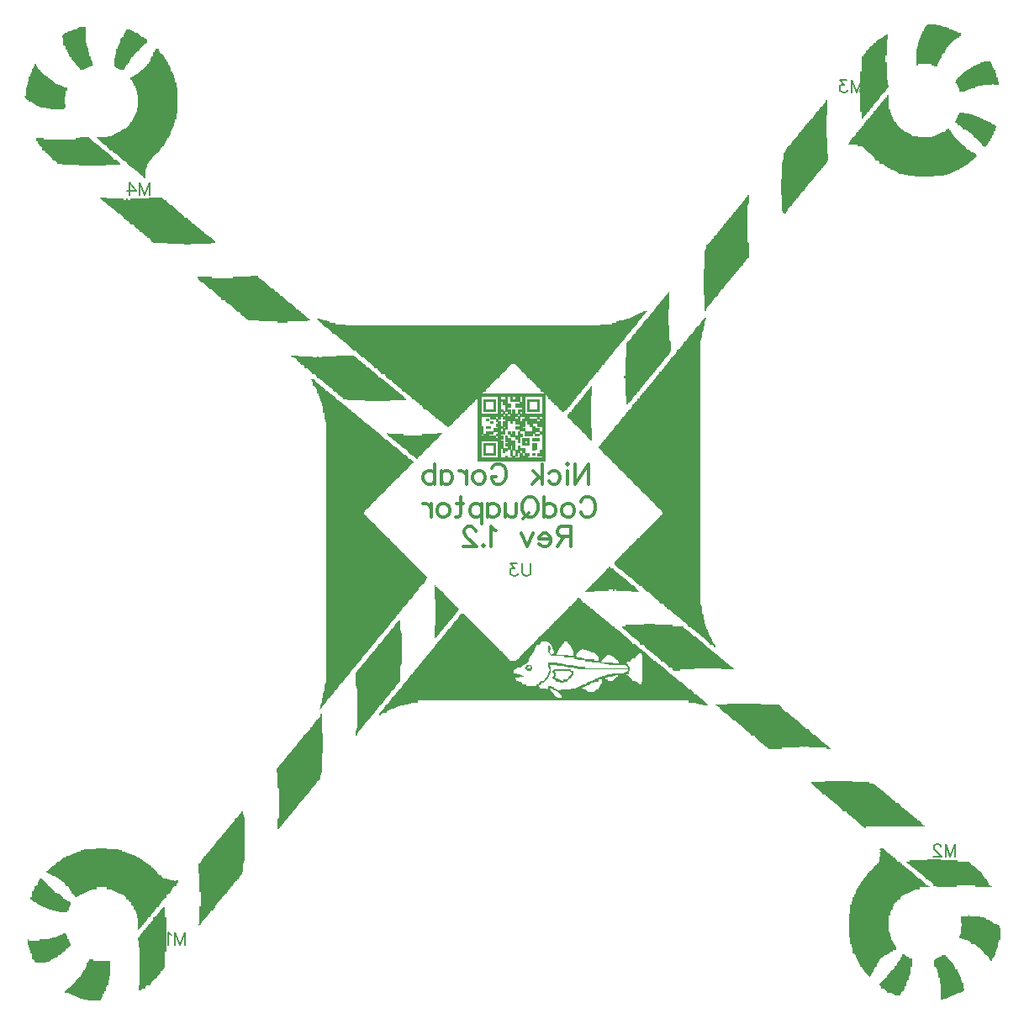
<source format=gbo>
G04 DipTrace 3.2.0.1*
G04 Rev1.2.gbo*
%MOIN*%
G04 #@! TF.FileFunction,Legend,Bot*
G04 #@! TF.Part,Single*
%ADD12C,0.003*%
%ADD68C,0.00772*%
%ADD70C,0.012351*%
%FSLAX26Y26*%
G04*
G70*
G90*
G75*
G01*
G04 BotSilk*
%LPD*%
X3976177Y4263928D2*
D12*
X3997177D1*
X3972480Y4260928D2*
X4027177D1*
X3969258Y4257928D2*
X4027177D1*
X619177Y4254928D2*
X634177D1*
X3966727D2*
X4043771D1*
X604177Y4251928D2*
X634177D1*
X3964907D2*
X4060177D1*
X604177Y4248928D2*
X634177D1*
X3963451D2*
X4060177D1*
X593747Y4245928D2*
X634177D1*
X799177D2*
X811177D1*
X3962156D2*
X4070513D1*
X585848Y4242928D2*
X634177D1*
X798690D2*
X816670D1*
X3960742D2*
X4077543D1*
X578160Y4239928D2*
X634177D1*
X797735D2*
X822476D1*
X3958979D2*
X4083734D1*
X571708Y4236928D2*
X634177D1*
X796194D2*
X827112D1*
X3957272D2*
X4088995D1*
X566603Y4233928D2*
X634177D1*
X794220D2*
X830483D1*
X3955956D2*
X4091335D1*
X556177Y4230928D2*
X634177D1*
X792297D2*
X838810D1*
X3954613D2*
X4105177D1*
X553199Y4227928D2*
X634177D1*
X790741D2*
X844108D1*
X3952902D2*
X4105177D1*
X549924Y4224928D2*
X634177D1*
X789413D2*
X848927D1*
X3814177D2*
D3*
X3951150D2*
X4105177D1*
X547214Y4221928D2*
X634177D1*
X788361D2*
X853005D1*
X3808127D2*
X3814177D1*
X3949680D2*
X4099177D1*
X545452Y4218928D2*
X634177D1*
X787676D2*
X854783D1*
X3803504D2*
X3814177D1*
X3948390D2*
X4099177D1*
X550177Y4215928D2*
X634177D1*
X781177D2*
X865177D1*
X3799348D2*
X3814177D1*
X3947361D2*
X4090177D1*
X550177Y4212928D2*
X634177D1*
X780250D2*
X868619D1*
X3794769D2*
X3814165D1*
X3946707D2*
X4087639D1*
X550177Y4209928D2*
X634177D1*
X778762D2*
X872625D1*
X3790136D2*
X3814060D1*
X3946177D2*
X4084875D1*
X550177Y4206928D2*
X634177D1*
X777209D2*
X876504D1*
X3785947D2*
X3813678D1*
X3945270D2*
X4081985D1*
X550177Y4203928D2*
X634177D1*
X776146D2*
X878313D1*
X3781631D2*
X3812959D1*
X3943775D2*
X4078659D1*
X550177Y4200928D2*
X634177D1*
X775483D2*
X878287D1*
X3777113D2*
X3812190D1*
X3942215D2*
X4075034D1*
X550177Y4197928D2*
X634177D1*
X774846D2*
X877900D1*
X3773382D2*
X3811667D1*
X3941149D2*
X4071808D1*
X550177Y4194928D2*
X634177D1*
X773999D2*
X877511D1*
X3770946D2*
X3811389D1*
X3940484D2*
X4069158D1*
X550177Y4191928D2*
X640177D1*
X772978D2*
X871177D1*
X3763177D2*
X3811261D1*
X3939846D2*
X4066567D1*
X550177Y4188928D2*
X640177D1*
X771675D2*
X868639D1*
X3761201D2*
X3811209D1*
X3939022D2*
X4063458D1*
X556177Y4185928D2*
X640177D1*
X769955D2*
X865898D1*
X3758610D2*
X3811188D1*
X3938213D2*
X4059949D1*
X556641Y4182928D2*
X640201D1*
X768288D2*
X863196D1*
X3755711D2*
X3811181D1*
X3937675D2*
X4056774D1*
X557385Y4179928D2*
X640412D1*
X767188D2*
X860423D1*
X3752800D2*
X3811178D1*
X3937391D2*
X4054169D1*
X558161Y4176928D2*
X640904D1*
X766611D2*
X857471D1*
X3749979D2*
X3811178D1*
X3937262D2*
X4051797D1*
X558689Y4173928D2*
X642545D1*
X766349D2*
X854369D1*
X3747140D2*
X3811177D1*
X3937209D2*
X4049455D1*
X558984Y4170928D2*
X644135D1*
X766238D2*
X851461D1*
X919177D2*
D3*
X3744250D2*
X3811177D1*
X3937188D2*
X4047384D1*
X565177Y4167928D2*
X645194D1*
X760177D2*
X849343D1*
X916408D2*
X925177D1*
X3741868D2*
X3811177D1*
X3931177D2*
X4045772D1*
X565201Y4164928D2*
X645765D1*
X760165D2*
X848065D1*
X914356D2*
X925417D1*
X3740311D2*
X3811177D1*
X3931177D2*
X4044423D1*
X565412Y4161928D2*
X646126D1*
X760060D2*
X841177D1*
X913728D2*
X925951D1*
X3733177D2*
X3811177D1*
X3931177D2*
X4043364D1*
X565904Y4158928D2*
X646614D1*
X759678D2*
X839201D1*
X913389D2*
X928050D1*
X3732690D2*
X3811177D1*
X3931177D2*
X4042677D1*
X567659Y4155928D2*
X647373D1*
X758959D2*
X836598D1*
X907177D2*
X930606D1*
X3731724D2*
X3811177D1*
X3931177D2*
X4036177D1*
X569633Y4152928D2*
X648157D1*
X758190D2*
X833606D1*
X906714D2*
X933413D1*
X3730077D2*
X3811177D1*
X3931177D2*
X4035427D1*
X571412Y4149928D2*
X648685D1*
X757667D2*
X830441D1*
X905970D2*
X936699D1*
X3727732D2*
X3811177D1*
X3931177D2*
X4033336D1*
X572741Y4146928D2*
X648965D1*
X757389D2*
X827494D1*
X905193D2*
X940208D1*
X3725196D2*
X3811177D1*
X3931177D2*
X4031009D1*
X573522Y4143928D2*
X649093D1*
X757261D2*
X825030D1*
X904665D2*
X943037D1*
X3723240D2*
X3805177D1*
X3931177D2*
X4029175D1*
X573924Y4140928D2*
X649147D1*
X757209D2*
X823988D1*
X904371D2*
X944862D1*
X3722030D2*
X3805177D1*
X3931177D2*
X4028091D1*
X580177Y4137928D2*
X655177D1*
X757188D2*
X817177D1*
X898177D2*
X946301D1*
X3715177D2*
X3805177D1*
X3931177D2*
X4027556D1*
X581226Y4134928D2*
X655201D1*
X757181D2*
X816238D1*
X897714D2*
X948156D1*
X3715177D2*
X3805177D1*
X3931177D2*
X4027315D1*
X582330Y4131928D2*
X655412D1*
X751177D2*
X814645D1*
X896970D2*
X950513D1*
X3715177D2*
X3805177D1*
X3931177D2*
X4021177D1*
X583687Y4128928D2*
X655904D1*
X751177D2*
X812709D1*
X896170D2*
X952643D1*
X3715177D2*
X3805177D1*
X3931177D2*
X4021154D1*
X585640Y4125928D2*
X657545D1*
X751177D2*
X810940D1*
X895433D2*
X954117D1*
X3715177D2*
X3805177D1*
X3931177D2*
X4020943D1*
X588181Y4122928D2*
X659135D1*
X751177D2*
X809613D1*
X894390D2*
X955401D1*
X3715177D2*
X3805177D1*
X3931177D2*
X4020451D1*
X591101Y4119928D2*
X660205D1*
X751177D2*
X808832D1*
X892825D2*
X957193D1*
X3715177D2*
X3805177D1*
X3931177D2*
X4018798D1*
X593935Y4116928D2*
X660871D1*
X751177D2*
X808430D1*
X891234D2*
X959526D1*
X3715177D2*
X3805177D1*
X3931177D2*
X4017103D1*
X4210177D2*
X4222177D1*
X596036Y4113928D2*
X661510D1*
X751177D2*
X802177D1*
X890163D2*
X961635D1*
X3715177D2*
X3811177D1*
X3931177D2*
X4015661D1*
X4186177D2*
X4224959D1*
X597458Y4110928D2*
X662360D1*
X751201D2*
X802177D1*
X889568D2*
X962978D1*
X3715177D2*
X3811177D1*
X3931177D2*
X4014382D1*
X4186177D2*
X4226787D1*
X436177Y4107928D2*
X439177D1*
X599008D2*
X663294D1*
X751412D2*
X796177D1*
X883177D2*
X963669D1*
X3715177D2*
X3811177D1*
X3931177D2*
X3937177D1*
X3991177D2*
X4013350D1*
X4179052D2*
X4228042D1*
X435128Y4104928D2*
X440116D1*
X601469D2*
X664177D1*
X751904D2*
X795690D1*
X881201D2*
X963990D1*
X3715177D2*
X3811177D1*
X3931177D2*
X3937177D1*
X3991177D2*
X4012673D1*
X4171609D2*
X4229170D1*
X434024Y4101928D2*
X441709D1*
X604672D2*
X654517D1*
X753946D2*
X794735D1*
X878598D2*
X970177D1*
X3715177D2*
X3811177D1*
X4009177D2*
X4012177D1*
X4163658D2*
X4230307D1*
X432691Y4098928D2*
X443645D1*
X607886D2*
X645998D1*
X757217D2*
X793194D1*
X875606D2*
X970641D1*
X3715177D2*
X3811177D1*
X4156582D2*
X4231654D1*
X430948Y4095928D2*
X445414D1*
X610991D2*
X638533D1*
X762358D2*
X791230D1*
X872441D2*
X971385D1*
X3715177D2*
X3811177D1*
X4150832D2*
X4233391D1*
X429172Y4092928D2*
X446741D1*
X614072D2*
X631918D1*
X768968D2*
X789398D1*
X869494D2*
X972161D1*
X3715177D2*
X3811177D1*
X4145952D2*
X4235064D1*
X427689Y4089928D2*
X447522D1*
X616801D2*
X626603D1*
X775404D2*
X788128D1*
X867030D2*
X972687D1*
X3715177D2*
X3811177D1*
X4141718D2*
X4236170D1*
X426393Y4086928D2*
X447924D1*
X619177D2*
X622177D1*
X781177D2*
X787177D1*
X865988D2*
X972966D1*
X3715177D2*
X3811177D1*
X4139743D2*
X4236779D1*
X425362Y4083928D2*
X454177D1*
X859177D2*
X973093D1*
X3715177D2*
X3811177D1*
X4133372D2*
X4243177D1*
X424708Y4080928D2*
X456715D1*
X855723D2*
X973147D1*
X3715177D2*
X3811177D1*
X4128699D2*
X4243189D1*
X424177Y4077928D2*
X459456D1*
X851601D2*
X979177D1*
X3709177D2*
X3811177D1*
X4123991D2*
X4243294D1*
X423270Y4074928D2*
X462170D1*
X847704D2*
X980104D1*
X3709177D2*
X3811177D1*
X4119816D2*
X4243677D1*
X421775Y4071928D2*
X465060D1*
X844364D2*
X981592D1*
X3709177D2*
X3811177D1*
X4116266D2*
X4244395D1*
X420215Y4068928D2*
X468500D1*
X840648D2*
X983145D1*
X3709177D2*
X3811177D1*
X4113161D2*
X4245164D1*
X419156Y4065928D2*
X472714D1*
X835613D2*
X984208D1*
X3709177D2*
X3811189D1*
X4110207D2*
X4245688D1*
X418565Y4062928D2*
X477215D1*
X829901D2*
X984871D1*
X3709177D2*
X3811294D1*
X4107274D2*
X4245966D1*
X412177Y4059928D2*
X481018D1*
X825266D2*
X985508D1*
X3709177D2*
X3811677D1*
X4104876D2*
X4246093D1*
X412177Y4056928D2*
X483982D1*
X821882D2*
X986332D1*
X3709177D2*
X3812395D1*
X4103313D2*
X4246147D1*
X412177Y4053928D2*
X486815D1*
X814177D2*
X987142D1*
X3709177D2*
X3813164D1*
X4096177D2*
X4252177D1*
X412165Y4050928D2*
X490374D1*
X814177D2*
X987680D1*
X3709177D2*
X3813688D1*
X4094224D2*
X4252189D1*
X412060Y4047928D2*
X494764D1*
X820177D2*
X987963D1*
X3709177D2*
X3813966D1*
X4091844D2*
X4252294D1*
X411678Y4044928D2*
X499391D1*
X820927D2*
X988092D1*
X3709177D2*
X3814093D1*
X4089721D2*
X4252677D1*
X410959Y4041928D2*
X504177D1*
X823018D2*
X988145D1*
X3709177D2*
X3814146D1*
X4088372D2*
X4253395D1*
X410190Y4038928D2*
X508990D1*
X825345D2*
X988166D1*
X3709177D2*
X3814166D1*
X4087645D2*
X4254164D1*
X409667Y4035928D2*
X512869D1*
X827179D2*
X994177D1*
X3709177D2*
X3814173D1*
X4093177D2*
X4254688D1*
X409365Y4032928D2*
X515370D1*
X828263D2*
X994177D1*
X3709177D2*
X3814176D1*
X4093291D2*
X4254966D1*
X409027Y4029928D2*
X523177D1*
X828798D2*
X994177D1*
X3709177D2*
X3814177D1*
X4093676D2*
X4228177D1*
X4240177D2*
X4255099D1*
X408210Y4026928D2*
X523177D1*
X829039D2*
X994201D1*
X3709177D2*
X3814177D1*
X4094418D2*
X4228177D1*
X4240177D2*
X4255177D1*
X406752Y4023928D2*
X533237D1*
X835177D2*
X994412D1*
X3709177D2*
X3820177D1*
X4095399D2*
X4183177D1*
X405207Y4020928D2*
X540795D1*
X835201D2*
X994904D1*
X3709165D2*
X3819238D1*
X4096687D2*
X4162177D1*
X404158Y4017928D2*
X547010D1*
X835412D2*
X996545D1*
X3709060D2*
X3817622D1*
X4098402D2*
X4162177D1*
X403600Y4014928D2*
X562177D1*
X835904D2*
X998135D1*
X3708678D2*
X3815475D1*
X4100067D2*
X4149919D1*
X403346Y4011928D2*
X562177D1*
X837545D2*
X999194D1*
X3707959D2*
X3812941D1*
X4101167D2*
X4141359D1*
X403240Y4008928D2*
X562177D1*
X839135D2*
X999753D1*
X3707190D2*
X3810177D1*
X4101744D2*
X4133236D1*
X403200Y4005928D2*
X556177D1*
X840205D2*
X1000009D1*
X3706667D2*
X3807837D1*
X4102017D2*
X4126223D1*
X403185Y4002928D2*
X556177D1*
X840871D2*
X1000114D1*
X3706400D2*
X3806185D1*
X4102177D2*
X4120177D1*
X403180Y3999928D2*
X556177D1*
X841508D2*
X1000155D1*
X3706378D2*
X3804590D1*
X403178Y3996928D2*
X556177D1*
X842332D2*
X1000169D1*
X3706708D2*
X3802426D1*
X403177Y3993928D2*
X556165D1*
X843142D2*
X1000175D1*
X3707406D2*
X3799804D1*
X403177Y3990928D2*
X556060D1*
X843680D2*
X1000176D1*
X3708168D2*
X3796963D1*
X403177Y3987928D2*
X555678D1*
X843963D2*
X1000177D1*
X3708689D2*
X3793652D1*
X403177Y3984928D2*
X554959D1*
X844092D2*
X1000177D1*
X3708966D2*
X3790032D1*
X3817177D2*
X3820177D1*
X397177Y3981928D2*
X554190D1*
X844145D2*
X1000177D1*
X3709093D2*
X3786831D1*
X3815781D2*
X3820177D1*
X397365Y3978928D2*
X553667D1*
X844166D2*
X1000177D1*
X3709146D2*
X3784392D1*
X3814854D2*
X3820177D1*
X398677Y3975928D2*
X553389D1*
X844173D2*
X1000177D1*
X3709166D2*
X3782566D1*
X3808177D2*
X3820177D1*
X402395Y3972928D2*
X553261D1*
X844176D2*
X1000177D1*
X3709173D2*
X3780894D1*
X3808177D2*
X3820177D1*
X406307Y3969928D2*
X553209D1*
X844177D2*
X1000177D1*
X3709176D2*
X3778923D1*
X3802177D2*
X3820177D1*
X409657Y3966928D2*
X553188D1*
X844177D2*
X1000177D1*
X3574177D2*
D3*
X3709177D2*
X3776795D1*
X3801690D2*
X3820177D1*
X411076Y3963928D2*
X553181D1*
X844177D2*
X1000177D1*
X3573925D2*
X3574177D1*
X3709177D2*
X3774723D1*
X3800712D2*
X3820177D1*
X420685Y3960928D2*
X553178D1*
X844177D2*
X1000177D1*
X3573357D2*
X3574177D1*
X3709177D2*
X3772394D1*
X3798960D2*
X3820177D1*
X427066Y3957928D2*
X553189D1*
X844177D2*
X1000177D1*
X3570834D2*
X3574177D1*
X3709177D2*
X3769393D1*
X3796221D2*
X3820177D1*
X432938Y3954928D2*
X553294D1*
X844177D2*
X1000177D1*
X3567675D2*
X3574177D1*
X3709177D2*
X3765926D1*
X3792861D2*
X3820177D1*
X438033Y3951928D2*
X553677D1*
X844177D2*
X1000177D1*
X3564689D2*
X3574177D1*
X3709177D2*
X3762790D1*
X3789767D2*
X3820177D1*
X440350Y3948928D2*
X554395D1*
X844177D2*
X1000177D1*
X3562362D2*
X3574177D1*
X3709177D2*
X3760377D1*
X3787369D2*
X3820177D1*
X451177Y3945928D2*
X555164D1*
X844177D2*
X1000177D1*
X3560772D2*
X3574177D1*
X3709177D2*
X3758561D1*
X3785558D2*
X3820177D1*
X451177Y3942928D2*
X555652D1*
X844177D2*
X1000177D1*
X3559829D2*
X3574177D1*
X3709177D2*
X3756880D1*
X3783891D2*
X3820177D1*
X466177Y3939928D2*
X555885D1*
X844165D2*
X1000177D1*
X3553177D2*
X3574177D1*
X3709177D2*
X3754794D1*
X3781899D2*
X3820177D1*
X481177Y3936928D2*
X554928D1*
X844060D2*
X1000177D1*
X3552427D2*
X3574177D1*
X3709177D2*
X3752201D1*
X3779584D2*
X3820177D1*
X481177Y3933928D2*
X551453D1*
X843678D2*
X1000177D1*
X3550336D2*
X3574177D1*
X3709177D2*
X3749263D1*
X3776981D2*
X3820177D1*
X511177Y3930928D2*
X547177D1*
X842959D2*
X1000177D1*
X3548008D2*
X3574177D1*
X3709177D2*
X3746421D1*
X3774190D2*
X3820177D1*
X842190Y3927928D2*
X1000177D1*
X3546163D2*
X3574177D1*
X3709177D2*
X3744329D1*
X3771847D2*
X3826177D1*
X841643Y3924928D2*
X1000177D1*
X3545002D2*
X3574177D1*
X3709177D2*
X3743061D1*
X3770303D2*
X3826189D1*
X841154Y3921928D2*
X1000177D1*
X3538177D2*
X3574177D1*
X3715177D2*
X3736177D1*
X3763177D2*
X3826294D1*
X840262Y3918928D2*
X1000177D1*
X3535662D2*
X3574177D1*
X3715177D2*
X3735238D1*
X3762128D2*
X3826677D1*
X838773Y3915928D2*
X994177D1*
X3533133D2*
X3574177D1*
X3715177D2*
X3733645D1*
X3761024D2*
X3827395D1*
X4102177D2*
X4105177D1*
X837191Y3912928D2*
X994177D1*
X3531195D2*
X3574165D1*
X3715177D2*
X3731686D1*
X3759668D2*
X3828188D1*
X4101250D2*
X4138177D1*
X835926Y3909928D2*
X994177D1*
X3529859D2*
X3574060D1*
X3715177D2*
X3729694D1*
X3757714D2*
X3828922D1*
X4099751D2*
X4138177D1*
X834602Y3906928D2*
X994177D1*
X3528446D2*
X3573678D1*
X3715177D2*
X3727497D1*
X3755173D2*
X3829965D1*
X4098092D2*
X4153177D1*
X832898Y3903928D2*
X994177D1*
X3526390D2*
X3572959D1*
X3715177D2*
X3724896D1*
X3752253D2*
X3831541D1*
X4096659D2*
X4153177D1*
X831149Y3900928D2*
X994177D1*
X3524038D2*
X3572190D1*
X3715177D2*
X3722215D1*
X3749418D2*
X3833237D1*
X4095382D2*
X4165983D1*
X829679Y3897928D2*
X994177D1*
X3522175D2*
X3571667D1*
X3715177D2*
X3720010D1*
X3747328D2*
X3834686D1*
X4094335D2*
X4175036D1*
X828366Y3894928D2*
X994177D1*
X3521006D2*
X3571389D1*
X3715177D2*
X3718177D1*
X3746061D2*
X3835992D1*
X4093484D2*
X4181198D1*
X827126Y3891928D2*
X988177D1*
X3514177D2*
X3571261D1*
X3739177D2*
X3837229D1*
X4092295D2*
X4192177D1*
X825708Y3888928D2*
X988177D1*
X3511662D2*
X3571209D1*
X3739177D2*
X3838647D1*
X4090345D2*
X4192177D1*
X823741Y3885928D2*
X988165D1*
X3509133D2*
X3571188D1*
X3733177D2*
X3840614D1*
X4088001D2*
X4202442D1*
X821296Y3882928D2*
X988060D1*
X3507218D2*
X3571181D1*
X3732485D2*
X3843059D1*
X4085738D2*
X4210514D1*
X818743Y3879928D2*
X987678D1*
X3506102D2*
X3571178D1*
X3731299D2*
X3845612D1*
X4086953D2*
X4216985D1*
X816520Y3876928D2*
X986959D1*
X3505532D2*
X3571178D1*
X3728725D2*
X3847834D1*
X4089963D2*
X4222530D1*
X814806Y3873928D2*
X986190D1*
X3499177D2*
X3571177D1*
X3726215D2*
X3849549D1*
X4092758D2*
X4227291D1*
X813188Y3870928D2*
X985643D1*
X3499177D2*
X3571177D1*
X3724155D2*
X3851166D1*
X4094709D2*
X4229462D1*
X811148Y3867928D2*
X985154D1*
X3493177D2*
X3571177D1*
X3722689D2*
X3853207D1*
X4100982D2*
X4235994D1*
X808303Y3864928D2*
X984262D1*
X3491224D2*
X3571177D1*
X3721800D2*
X3856063D1*
X4105632D2*
X4240893D1*
X805002Y3861928D2*
X982773D1*
X3488844D2*
X3571177D1*
X3715177D2*
X3859468D1*
X4110130D2*
X4246177D1*
X802254Y3858928D2*
X981191D1*
X3486698D2*
X3571177D1*
X3714238D2*
X3862626D1*
X4114043D2*
X4244792D1*
X800468Y3855928D2*
X979926D1*
X3485131D2*
X3571177D1*
X3712622D2*
X3865439D1*
X4115798D2*
X4243931D1*
X790177Y3852928D2*
X978602D1*
X3483571D2*
X3571177D1*
X3710475D2*
X3868676D1*
X4057177D2*
X4060177D1*
X4126177D2*
X4243495D1*
X787297Y3849928D2*
X976910D1*
X3481442D2*
X3571177D1*
X3707941D2*
X3872824D1*
X4053637D2*
X4060177D1*
X4129619D2*
X4243301D1*
X783427Y3846928D2*
X975266D1*
X3479058D2*
X3571177D1*
X3705176D2*
X3877047D1*
X4050213D2*
X4060177D1*
X4133638D2*
X4243220D1*
X779719Y3843928D2*
X974167D1*
X3477183D2*
X3571177D1*
X3702842D2*
X3880588D1*
X4047333D2*
X4066177D1*
X4137133D2*
X4237177D1*
X777125Y3840928D2*
X973491D1*
X3476009D2*
X3571177D1*
X3701302D2*
X3882048D1*
X4046120D2*
X4067226D1*
X4139465D2*
X4237177D1*
X766177Y3837928D2*
X972849D1*
X3469177D2*
X3571177D1*
X3694177D2*
X3890208D1*
X4036576D2*
X4068330D1*
X4147177D2*
X4237177D1*
X761808Y3834928D2*
X972000D1*
X3467224D2*
X3571189D1*
X3693128D2*
X3896769D1*
X4029324D2*
X4069687D1*
X4149153D2*
X4237177D1*
X756233Y3831928D2*
X970978D1*
X3464844D2*
X3571294D1*
X3692024D2*
X3903118D1*
X4021933D2*
X4071629D1*
X4151745D2*
X4231177D1*
X750526Y3828928D2*
X969676D1*
X3462698D2*
X3571677D1*
X3690668D2*
X3908674D1*
X4015383D2*
X4074076D1*
X4154643D2*
X4230714D1*
X744517Y3825928D2*
X967932D1*
X3461131D2*
X3572395D1*
X3688714D2*
X3911194D1*
X4009399D2*
X4076719D1*
X4157554D2*
X4229946D1*
X727177Y3822928D2*
X966053D1*
X3459571D2*
X3573164D1*
X3686173D2*
X3934177D1*
X3994177D2*
X4079217D1*
X4160376D2*
X4228959D1*
X727177Y3819928D2*
X964177D1*
X3457419D2*
X3573688D1*
X3683230D2*
X3934177D1*
X3994177D2*
X4081279D1*
X4163238D2*
X4227669D1*
X628177Y3816928D2*
X649177D1*
X682177D2*
X962058D1*
X3454801D2*
X3573966D1*
X3680173D2*
X4083052D1*
X4166349D2*
X4225953D1*
X442177Y3813928D2*
X469177D1*
X598177D2*
X652988D1*
X685639D2*
X959875D1*
X3451962D2*
X3574093D1*
X3677225D2*
X4085229D1*
X4169583D2*
X4224287D1*
X442177Y3810928D2*
X469177D1*
X598177D2*
X656607D1*
X688898D2*
X957979D1*
X3448664D2*
X3574146D1*
X3674218D2*
X4088571D1*
X4172874D2*
X4223183D1*
X442177Y3807928D2*
X659963D1*
X692196D2*
X956401D1*
X3445149D2*
X3574166D1*
X3671387D2*
X4092700D1*
X4176072D2*
X4222575D1*
X448177Y3804928D2*
X662969D1*
X695447D2*
X954832D1*
X3442318D2*
X3574173D1*
X3669301D2*
X4096653D1*
X4178999D2*
X4216177D1*
X448315Y3801928D2*
X665984D1*
X698706D2*
X952901D1*
X3440493D2*
X3574176D1*
X3667894D2*
X4100126D1*
X4181870D2*
X4215128D1*
X448634Y3798928D2*
X669472D1*
X702345D2*
X950811D1*
X3439053D2*
X3574177D1*
X3666396D2*
X4103205D1*
X4184861D2*
X4214024D1*
X450325Y3795928D2*
X673705D1*
X706652D2*
X948978D1*
X3437198D2*
X3574177D1*
X3664091D2*
X4106151D1*
X4187977D2*
X4212691D1*
X452584Y3792928D2*
X678212D1*
X711191D2*
X947627D1*
X3434840D2*
X3574177D1*
X3661177D2*
X4109082D1*
X4190891D2*
X4210959D1*
X454676Y3789928D2*
X682017D1*
X715010D2*
X946837D1*
X3432705D2*
X3574177D1*
X3700177D2*
X4111478D1*
X4193010D2*
X4209273D1*
X456111Y3786928D2*
X684982D1*
X717967D2*
X946431D1*
X3431253D2*
X3574177D1*
X3700177D2*
X4113041D1*
X4194289D2*
X4208080D1*
X463177Y3783928D2*
X687815D1*
X720697D2*
X940177D1*
X3424177D2*
X3574177D1*
X3715177D2*
X4120177D1*
X4201177D2*
D3*
X463641Y3780928D2*
X691351D1*
X723851D2*
X937662D1*
X3422224D2*
X3574177D1*
X3718631D2*
X4122130D1*
X4201177D2*
D3*
X464385Y3777928D2*
X695497D1*
X727278D2*
X935133D1*
X3419844D2*
X3574177D1*
X3722754D2*
X4124512D1*
X465169Y3774928D2*
X699070D1*
X730074D2*
X933195D1*
X3417710D2*
X3574177D1*
X3726627D2*
X4126651D1*
X465740Y3771928D2*
X701441D1*
X731877D2*
X931848D1*
X3416236D2*
X3574177D1*
X3729744D2*
X4128103D1*
X472177Y3768928D2*
X709177D1*
X742177D2*
X930328D1*
X3414953D2*
X3574177D1*
X3732590D2*
X4138177D1*
X474715Y3765928D2*
X711715D1*
X744153D2*
X927879D1*
X3413161D2*
X3574177D1*
X3735817D2*
X4141643D1*
X477468Y3762928D2*
X714491D1*
X746780D2*
X924681D1*
X3410828D2*
X3574201D1*
X3739399D2*
X4145906D1*
X480252Y3759928D2*
X717486D1*
X749983D2*
X921467D1*
X3408719D2*
X3574412D1*
X3742781D2*
X4150454D1*
X483208Y3756928D2*
X721207D1*
X753935D2*
X918345D1*
X3407377D2*
X3574904D1*
X3745970D2*
X4155202D1*
X486219Y3753928D2*
X725655D1*
X758530D2*
X915113D1*
X3406687D2*
X3576545D1*
X3749228D2*
X4159998D1*
X489059Y3750928D2*
X730022D1*
X762970D2*
X911914D1*
X3406378D2*
X3578135D1*
X3752436D2*
X4164378D1*
X491892Y3747928D2*
X733808D1*
X766788D2*
X908877D1*
X3406252D2*
X3579194D1*
X3755476D2*
X4166223D1*
X494869Y3744928D2*
X737064D1*
X770057D2*
X906006D1*
X3406204D2*
X3579753D1*
X3758348D2*
X4167469D1*
X498003Y3741928D2*
X740093D1*
X773114D2*
X903138D1*
X3406186D2*
X3580009D1*
X3761205D2*
X4165292D1*
X501125Y3738928D2*
X743060D1*
X776292D2*
X900137D1*
X3406180D2*
X3580114D1*
X3764101D2*
X4162752D1*
X504031Y3735928D2*
X745470D1*
X779485D2*
X897389D1*
X3406155D2*
X3580131D1*
X3766485D2*
X4160129D1*
X507006Y3732928D2*
X747039D1*
X782708D2*
X895199D1*
X3405943D2*
X3579935D1*
X3768043D2*
X4157274D1*
X510480Y3729928D2*
X757177D1*
X786233D2*
X893488D1*
X3405451D2*
X3579449D1*
X3778177D2*
X4153848D1*
X514695Y3726928D2*
X760167D1*
X790166D2*
X891853D1*
X3403809D2*
X3577797D1*
X3780692D2*
X4149638D1*
X519097Y3723928D2*
X763546D1*
X794091D2*
X889795D1*
X3402220D2*
X3576102D1*
X3783222D2*
X4145139D1*
X523003Y3720928D2*
X766622D1*
X797522D2*
X887303D1*
X3401161D2*
X3574638D1*
X3785148D2*
X4141312D1*
X524780Y3717928D2*
X769010D1*
X800663D2*
X884644D1*
X3400601D2*
X3573125D1*
X3786339D2*
X4138138D1*
X544177Y3714928D2*
X770767D1*
X803778D2*
X882140D1*
X3400346D2*
X3571125D1*
X3799177D2*
X4134540D1*
X544177Y3711928D2*
X772177D1*
X806993D2*
X880111D1*
X3400240D2*
X3568283D1*
X3802092D2*
X4129544D1*
X613177Y3708928D2*
X715177D1*
X810359D2*
X878677D1*
X3400200D2*
X3564883D1*
X3806300D2*
X4123616D1*
X814108Y3705928D2*
X877858D1*
X3400185D2*
X3561774D1*
X3811334D2*
X4117942D1*
X818589Y3702928D2*
X877436D1*
X3400180D2*
X3559372D1*
X3816650D2*
X4112600D1*
X823174Y3699928D2*
X877052D1*
X3400178D2*
X3557559D1*
X3821643D2*
X4107533D1*
X827073Y3696928D2*
X876218D1*
X3400177D2*
X3555880D1*
X3825887D2*
X4103007D1*
X830491Y3693928D2*
X874755D1*
X3400177D2*
X3553793D1*
X3827733D2*
X4100870D1*
X833934Y3690928D2*
X873208D1*
X3400177D2*
X3551201D1*
X3838037D2*
X4090177D1*
X837927Y3687928D2*
X872158D1*
X3400177D2*
X3548239D1*
X3845246D2*
X4090177D1*
X842421Y3684928D2*
X871600D1*
X3400177D2*
X3545188D1*
X3851915D2*
X4080118D1*
X846487Y3681928D2*
X871346D1*
X3400177D2*
X3542320D1*
X3857636D2*
X4072559D1*
X849689Y3678928D2*
X871240D1*
X3400177D2*
X3539484D1*
X3860179D2*
X4066344D1*
X852570Y3675928D2*
X871200D1*
X3400177D2*
X3536606D1*
X3876222D2*
X4051177D1*
X855810Y3672928D2*
X871185D1*
X3400165D2*
X3533864D1*
X3889883D2*
X4051177D1*
X859373Y3669928D2*
X871180D1*
X3400060D2*
X3531565D1*
X3906407D2*
X4025958D1*
X862548Y3666928D2*
X871178D1*
X3399678D2*
X3529821D1*
X3925177D2*
X4000177D1*
X864981Y3663928D2*
X871177D1*
X3398959D2*
X3528206D1*
X3925177D2*
X4000177D1*
X866757Y3660928D2*
X871177D1*
X3398190D2*
X3526267D1*
X868177Y3657928D2*
X871177D1*
X3397667D2*
X3523779D1*
X3397389Y3654928D2*
X3520964D1*
X3397261Y3651928D2*
X3518029D1*
X3397209Y3648928D2*
X3514689D1*
X3397188Y3645928D2*
X3511159D1*
X3397181Y3642928D2*
X3508322D1*
X3397178Y3639928D2*
X3506494D1*
X3397178Y3636928D2*
X3505054D1*
X3397177Y3633928D2*
X3503175D1*
X3397177Y3630928D2*
X3500607D1*
X3397177Y3627928D2*
X3497713D1*
X3397177Y3624928D2*
X3494825D1*
X3397177Y3621928D2*
X3492214D1*
X3397177Y3618928D2*
X3490116D1*
X3397177Y3615928D2*
X3488453D1*
X3397177Y3612928D2*
X3486839D1*
X3397177Y3609928D2*
X3484779D1*
X3397177Y3606928D2*
X3482196D1*
X3397177Y3603928D2*
X3479238D1*
X3397177Y3600928D2*
X3476176D1*
X3397177Y3597928D2*
X3473226D1*
X3397189Y3594928D2*
X3470219D1*
X3397294Y3591928D2*
X3467387D1*
X3262177Y3588928D2*
X3265177D1*
X3397677D2*
X3465301D1*
X3260923Y3585928D2*
X3265177D1*
X3398395D2*
X3463888D1*
X3259261Y3582928D2*
X3265177D1*
X3399164D2*
X3462343D1*
X3257243Y3579928D2*
X3265177D1*
X3399688D2*
X3459884D1*
X697177Y3576928D2*
X718177D1*
X889177D2*
X940177D1*
X3255305D2*
X3265177D1*
X3399966D2*
X3456706D1*
X700457Y3573928D2*
X787177D1*
X799177D2*
X802177D1*
X814177D2*
X942969D1*
X3253720D2*
X3265177D1*
X3400093D2*
X3453679D1*
X703358Y3570928D2*
X787177D1*
X799177D2*
X802177D1*
X814177D2*
X944824D1*
X3252156D2*
X3265177D1*
X3400146D2*
X3451110D1*
X706641Y3567928D2*
X955177D1*
X3250136D2*
X3265177D1*
X3400166D2*
X3448550D1*
X710833Y3564928D2*
X957153D1*
X3247287D2*
X3265154D1*
X3400173D2*
X3445464D1*
X715275Y3561928D2*
X959745D1*
X3243885D2*
X3264943D1*
X3400176D2*
X3442064D1*
X719112Y3558928D2*
X962643D1*
X3240775D2*
X3264451D1*
X3400177D2*
X3439285D1*
X722482Y3555928D2*
X965577D1*
X3238372D2*
X3262809D1*
X3400177D2*
X3437480D1*
X725705Y3552928D2*
X968610D1*
X3236559D2*
X3261220D1*
X3400177D2*
X3436049D1*
X728953Y3549928D2*
X972225D1*
X3234880D2*
X3260161D1*
X3400177D2*
X3434173D1*
X732244Y3546928D2*
X976680D1*
X3232793D2*
X3259601D1*
X3400177D2*
X3431595D1*
X735723Y3543928D2*
X981176D1*
X3230201D2*
X3259346D1*
X3400177D2*
X3428607D1*
X739869Y3540928D2*
X985176D1*
X3227239D2*
X3259240D1*
X3400177D2*
X3425443D1*
X744404Y3537928D2*
X988880D1*
X3224188D2*
X3259200D1*
X3400177D2*
X3422495D1*
X748538Y3534928D2*
X992319D1*
X3221343D2*
X3259185D1*
X3400177D2*
X3420347D1*
X752107Y3531928D2*
X995646D1*
X3218717D2*
X3259180D1*
X3400201D2*
X3418918D1*
X755425Y3528928D2*
X999211D1*
X3216588D2*
X3259178D1*
X3400412D2*
X3417467D1*
X759156Y3525928D2*
X1003158D1*
X3215194D2*
X3259177D1*
X3400904D2*
X3415395D1*
X763632Y3522928D2*
X1007088D1*
X3208177D2*
X3259177D1*
X3402599D2*
X3412998D1*
X767956Y3519928D2*
X1010522D1*
X3207690D2*
X3259177D1*
X3404437D2*
X3410930D1*
X771408Y3516928D2*
X1013663D1*
X3206724D2*
X3259177D1*
X3406177D2*
X3409177D1*
X774442Y3513928D2*
X1016778D1*
X3205077D2*
X3259177D1*
X777757Y3510928D2*
X1019946D1*
X3202732D2*
X3259177D1*
X781353Y3507928D2*
X1022879D1*
X3200196D2*
X3259177D1*
X784573Y3504928D2*
X1025331D1*
X3198240D2*
X3259177D1*
X787320Y3501928D2*
X1026369D1*
X3197030D2*
X3259177D1*
X790289Y3498928D2*
X1039177D1*
X3190177D2*
X3259177D1*
X794127Y3495928D2*
X1041142D1*
X3190177D2*
X3259177D1*
X798522Y3492928D2*
X1043651D1*
X3184177D2*
X3259177D1*
X802684Y3489928D2*
X1046366D1*
X3183485D2*
X3259177D1*
X806457Y3486928D2*
X1049194D1*
X3181972D2*
X3259177D1*
X809681Y3483928D2*
X1052092D1*
X3179756D2*
X3259177D1*
X812287Y3480928D2*
X1054480D1*
X3177675D2*
X3259177D1*
X813350Y3477928D2*
X1056041D1*
X3176243D2*
X3259177D1*
X826177Y3474928D2*
X1066177D1*
X3169177D2*
X3259177D1*
X828153Y3471928D2*
X1069167D1*
X3168128D2*
X3259177D1*
X830745Y3468928D2*
X1072546D1*
X3167024D2*
X3259177D1*
X833643Y3465928D2*
X1075666D1*
X3165668D2*
X3259177D1*
X836566Y3462928D2*
X1078457D1*
X3163714D2*
X3259177D1*
X839493Y3459928D2*
X1081683D1*
X3161173D2*
X3259177D1*
X842714Y3456928D2*
X1085826D1*
X3158253D2*
X3259177D1*
X846323Y3453928D2*
X1090048D1*
X3155418D2*
X3259177D1*
X849482Y3450928D2*
X1093588D1*
X3153328D2*
X3259177D1*
X851608Y3447928D2*
X1095048D1*
X3152061D2*
X3259177D1*
X859177Y3444928D2*
X1102177D1*
X3145177D2*
X3259177D1*
X861715Y3441928D2*
X1104165D1*
X3144128D2*
X3259177D1*
X864491Y3438928D2*
X1106885D1*
X3143001D2*
X3259177D1*
X867486Y3435928D2*
X1110366D1*
X3141457D2*
X3259177D1*
X871183Y3432928D2*
X1114630D1*
X3138949D2*
X3259177D1*
X875423Y3429928D2*
X1119067D1*
X3135736D2*
X3259177D1*
X879040Y3426928D2*
X1122994D1*
X3132715D2*
X3259177D1*
X881431Y3423928D2*
X1124777D1*
X3130372D2*
X3259177D1*
X889177Y3420928D2*
X1132177D1*
X3128775D2*
X3259177D1*
X891692Y3417928D2*
X1135069D1*
X3127830D2*
X3259177D1*
X894222Y3414928D2*
X1139042D1*
X3121177D2*
X3259177D1*
X896148Y3411928D2*
X1143103D1*
X3120238D2*
X3259201D1*
X897339Y3408928D2*
X1146252D1*
X3118622D2*
X3259412D1*
X907177Y3405928D2*
X1148461D1*
X3116475D2*
X3259904D1*
X907177Y3402928D2*
X1150177D1*
X3113941D2*
X3261545D1*
X961177Y3399928D2*
X1117177D1*
X3111176D2*
X3263135D1*
X1030177Y3396928D2*
X1051177D1*
X3108842D2*
X3264194D1*
X1030177Y3393928D2*
X1051177D1*
X3107302D2*
X3264753D1*
X3100177Y3390928D2*
X3265009D1*
X3099152Y3387928D2*
X3265114D1*
X3098259Y3384928D2*
X3265155D1*
X3097690Y3381928D2*
X3265169D1*
X3097396Y3378928D2*
X3265175D1*
X3097264Y3375928D2*
X3265176D1*
X3097209Y3372928D2*
X3265177D1*
X3097188Y3369928D2*
X3265177D1*
X3091177Y3366928D2*
X3265177D1*
X3091177Y3363928D2*
X3265177D1*
X3091177Y3360928D2*
X3265177D1*
X3091177Y3357928D2*
X3265177D1*
X3091177Y3354928D2*
X3265177D1*
X3091177Y3351928D2*
X3265177D1*
X3091177Y3348928D2*
X3265177D1*
X3091177Y3345928D2*
X3265177D1*
X3091177Y3342928D2*
X3259177D1*
X3091177Y3339928D2*
X3258128D1*
X3091177Y3336928D2*
X3257024D1*
X3091177Y3333928D2*
X3255679D1*
X3091177Y3330928D2*
X3253819D1*
X3091177Y3327928D2*
X3251555D1*
X3091177Y3324928D2*
X3248972D1*
X3091177Y3321928D2*
X3246187D1*
X3091177Y3318928D2*
X3243846D1*
X3091177Y3315928D2*
X3242303D1*
X3091177Y3312928D2*
X3235177D1*
X3091177Y3309928D2*
X3234690D1*
X3091177Y3306928D2*
X3233735D1*
X3091165Y3303928D2*
X3232171D1*
X3091060Y3300928D2*
X3229985D1*
X3090678Y3297928D2*
X3227298D1*
X3089959Y3294928D2*
X3224282D1*
X3089190Y3291928D2*
X3221205D1*
X3088667Y3288928D2*
X3218350D1*
X3088389Y3285928D2*
X3215697D1*
X3088261Y3282928D2*
X3213372D1*
X3088209Y3279928D2*
X3211301D1*
X3088188Y3276928D2*
X3209080D1*
X3088181Y3273928D2*
X3206657D1*
X3088178Y3270928D2*
X3203997D1*
X1291177Y3267928D2*
X1318177D1*
X3088178D2*
X3201084D1*
X1081177Y3264928D2*
X1135177D1*
X1222177D2*
X1320513D1*
X3088177D2*
X3198346D1*
X1082455Y3261928D2*
X1135177D1*
X1222177D2*
X1323108D1*
X3088177D2*
X3195981D1*
X1084328Y3258928D2*
X1326178D1*
X3088177D2*
X3193721D1*
X1087099Y3255928D2*
X1330030D1*
X3088177D2*
X3191415D1*
X1090370Y3252928D2*
X1334571D1*
X3088177D2*
X3189257D1*
X1093107Y3249928D2*
X1338986D1*
X3088177D2*
X3187257D1*
X1094888Y3246928D2*
X1342794D1*
X3088177D2*
X3185064D1*
X1105177Y3243928D2*
X1346059D1*
X3088177D2*
X3182651D1*
X1107153Y3240928D2*
X1349115D1*
X3088177D2*
X3179984D1*
X1109745Y3237928D2*
X1352292D1*
X3088177D2*
X3176966D1*
X1112643Y3234928D2*
X1355485D1*
X3088177D2*
X3173870D1*
X1115577Y3231928D2*
X1358708D1*
X3088177D2*
X3170986D1*
X1118610Y3228928D2*
X1362233D1*
X3088177D2*
X3168616D1*
X1122225Y3225928D2*
X1366166D1*
X3088177D2*
X3166841D1*
X1126680Y3222928D2*
X1370114D1*
X3088177D2*
X3165201D1*
X1131176Y3219928D2*
X1373733D1*
X3088177D2*
X3163152D1*
X1135176Y3216928D2*
X1377416D1*
X3088177D2*
X3160292D1*
X1138880Y3213928D2*
X1381100D1*
X3088177D2*
X3156887D1*
X1142319Y3210928D2*
X1384006D1*
X3088177D2*
X3153752D1*
X1145646Y3207928D2*
X1385854D1*
X3088189D2*
X3151161D1*
X1149211Y3204928D2*
X1396177D1*
X2950177D2*
D3*
X3088294D2*
X3148794D1*
X1153158Y3201928D2*
X1398715D1*
X2947639D2*
X2950177D1*
X3088677D2*
X3146454D1*
X1157088Y3198928D2*
X1401456D1*
X2944898D2*
X2950177D1*
X3089395D2*
X3144384D1*
X1160522Y3195928D2*
X1404158D1*
X2942220D2*
X2950177D1*
X3090164D2*
X3142748D1*
X1163663Y3192928D2*
X1406954D1*
X2939646D2*
X2950177D1*
X3090688D2*
X3141166D1*
X1166778Y3189928D2*
X1410117D1*
X2937353D2*
X2950177D1*
X3090966D2*
X3139140D1*
X1169946Y3186928D2*
X1413996D1*
X2935294D2*
X2950177D1*
X3091093D2*
X3136288D1*
X1172879Y3183928D2*
X1418446D1*
X2933101D2*
X2950177D1*
X3091146D2*
X3132885D1*
X1175331Y3180928D2*
X1422495D1*
X2930867D2*
X2950177D1*
X3091166D2*
X3129751D1*
X1176369Y3177928D2*
X1425692D1*
X2928750D2*
X2950177D1*
X3091173D2*
X3127161D1*
X1189177Y3174928D2*
X1428571D1*
X2926404D2*
X2950177D1*
X3091176D2*
X3124794D1*
X1191153Y3171928D2*
X1431811D1*
X2923408D2*
X2950177D1*
X3091177D2*
X3122443D1*
X1193780Y3168928D2*
X1435420D1*
X2920032D2*
X2950177D1*
X3091177D2*
X3120255D1*
X1196983Y3165928D2*
X1439014D1*
X2917172D2*
X2950177D1*
X3091177D2*
X3118155D1*
X1200924Y3162928D2*
X1442957D1*
X2915096D2*
X2950177D1*
X3091177D2*
X3115683D1*
X1205413Y3159928D2*
X1447547D1*
X2913330D2*
X2950177D1*
X3091177D2*
X3112933D1*
X1209482Y3156928D2*
X1451923D1*
X2911404D2*
X2950165D1*
X3091177D2*
X3110215D1*
X1212687Y3153928D2*
X1455396D1*
X2909072D2*
X2950060D1*
X3091177D2*
X3107443D1*
X1215569Y3150928D2*
X1458437D1*
X2906329D2*
X2949678D1*
X3091177D2*
X3104592D1*
X1218810Y3147928D2*
X1461744D1*
X2903292D2*
X2948959D1*
X3091177D2*
X3101858D1*
X1222373Y3144928D2*
X1465237D1*
X2900208D2*
X2948190D1*
X3091177D2*
X3099563D1*
X1225592Y3141928D2*
X1468059D1*
X2897351D2*
X2947667D1*
X3091177D2*
X3097842D1*
X1228428Y3138928D2*
X1469872D1*
X2894709D2*
X2947389D1*
X3091177D2*
X3096423D1*
X1231672Y3135928D2*
X1480177D1*
X2892489D2*
X2947261D1*
X3091177D2*
X3095219D1*
X1235846Y3132928D2*
X1482153D1*
X2890789D2*
X2947209D1*
X3091177D2*
X3094177D1*
X1240280Y3129928D2*
X1484745D1*
X2857177D2*
X2863177D1*
X2889204D2*
X2947188D1*
X1244114Y3126928D2*
X1487643D1*
X2851268D2*
X2859920D1*
X2887356D2*
X2947181D1*
X1247482Y3123928D2*
X1490577D1*
X2846470D2*
X2857219D1*
X2885054D2*
X2947178D1*
X1250705Y3120928D2*
X1493610D1*
X2837263D2*
X2854595D1*
X2882323D2*
X2947178D1*
X1253954Y3117928D2*
X1497225D1*
X2832169D2*
X2851481D1*
X2879313D2*
X2947177D1*
X1257244Y3114928D2*
X1501680D1*
X2826476D2*
X2848058D1*
X2876418D2*
X2947177D1*
X1260723Y3111928D2*
X1506176D1*
X2820254D2*
X2845181D1*
X2874115D2*
X2947177D1*
X1264869Y3108928D2*
X1510176D1*
X2812962D2*
X2843099D1*
X2872134D2*
X2947177D1*
X1269404Y3105928D2*
X1513880D1*
X2805006D2*
X2841331D1*
X2869910D2*
X2947177D1*
X1273531Y3102928D2*
X1517289D1*
X2798173D2*
X2839416D1*
X2867347D2*
X2947177D1*
X3091177D2*
X3094177D1*
X1277005Y3099928D2*
X1520343D1*
X2792817D2*
X2837177D1*
X2864636D2*
X2947177D1*
X3089900D2*
X3094154D1*
X1279813Y3096928D2*
X1522942D1*
X1555177D2*
X1567177D1*
X2782177D2*
X2834711D1*
X2861912D2*
X2947177D1*
X3088027D2*
X3093943D1*
X1282177Y3093928D2*
X1525177D1*
X1558643D2*
X1567177D1*
X2782177D2*
X2832034D1*
X2859091D2*
X2947177D1*
X3085255D2*
X3093451D1*
X1324177Y3090928D2*
X1510177D1*
X1562871D2*
X1584990D1*
X2762771D2*
X2829212D1*
X2856008D2*
X2947177D1*
X3081986D2*
X3091809D1*
X1399177Y3087928D2*
X1435177D1*
X1567115D2*
X1603177D1*
X2743177D2*
X2826850D1*
X2852885D2*
X2947177D1*
X3079257D2*
X3090220D1*
X1399177Y3084928D2*
X1435177D1*
X1570845D2*
X1603177D1*
X2743177D2*
X2825189D1*
X2849991D2*
X2947177D1*
X3077471D2*
X3089161D1*
X1574078Y3081928D2*
X1627177D1*
X2725177D2*
X2823592D1*
X2847618D2*
X2947177D1*
X3076046D2*
X3088601D1*
X1577121Y3078928D2*
X1627177D1*
X2725177D2*
X2821426D1*
X2845842D2*
X2947189D1*
X3074172D2*
X3088334D1*
X1580294Y3075928D2*
X1666177D1*
X2680177D2*
X2818827D1*
X2844225D2*
X2947294D1*
X3071606D2*
X3088123D1*
X1583486Y3072928D2*
X2816174D1*
X2842375D2*
X2947677D1*
X3068712D2*
X3087700D1*
X1586720Y3069928D2*
X2813417D1*
X2840162D2*
X2948395D1*
X3065802D2*
X3086967D1*
X1590350Y3066928D2*
X2810469D1*
X2837706D2*
X2949164D1*
X3062979D2*
X3086193D1*
X1594654Y3063928D2*
X2807369D1*
X2835009D2*
X2949688D1*
X3060140D2*
X3085668D1*
X1599215Y3060928D2*
X2804438D1*
X2831977D2*
X2949966D1*
X3057240D2*
X3085365D1*
X1603221Y3057928D2*
X2802122D1*
X2828874D2*
X2950093D1*
X3054770D2*
X3085027D1*
X1606709Y3054928D2*
X2800137D1*
X2825987D2*
X2950146D1*
X3052917D2*
X3084210D1*
X1609901Y3051928D2*
X2797911D1*
X2823616D2*
X2950166D1*
X3051257D2*
X3082752D1*
X1612410Y3048928D2*
X2795348D1*
X2821841D2*
X2950173D1*
X3049376D2*
X3081207D1*
X1614018Y3045928D2*
X2792636D1*
X2820201D2*
X2950176D1*
X3047062D2*
X3080158D1*
X1624177Y3042928D2*
X2789912D1*
X2818152D2*
X2950177D1*
X3044325D2*
X3079600D1*
X1626715Y3039928D2*
X2787103D1*
X2815292D2*
X2950177D1*
X3041291D2*
X3079346D1*
X1629456Y3036928D2*
X2784125D1*
X2811887D2*
X2950177D1*
X3038208D2*
X3079240D1*
X1632158Y3033928D2*
X2781384D1*
X2808775D2*
X2950177D1*
X3035351D2*
X3079200D1*
X1634954Y3030928D2*
X2779197D1*
X2806372D2*
X2950177D1*
X3032697D2*
X3079161D1*
X1638117Y3027928D2*
X2777488D1*
X2804559D2*
X2950177D1*
X3030372D2*
X3078945D1*
X1642007Y3024928D2*
X2775853D1*
X2802880D2*
X2950177D1*
X3028301D2*
X3078451D1*
X1646563Y3021928D2*
X2773795D1*
X2800805D2*
X2950177D1*
X3026103D2*
X3076809D1*
X1650983Y3018928D2*
X2771303D1*
X2798307D2*
X2950201D1*
X3023868D2*
X3075220D1*
X1654793Y3015928D2*
X2768620D1*
X2795622D2*
X2950412D1*
X3021750D2*
X3074161D1*
X1658058Y3012928D2*
X2765906D1*
X2792906D2*
X2950904D1*
X3019404D2*
X3073601D1*
X1661115Y3009928D2*
X2763112D1*
X2790113D2*
X2952545D1*
X3016408D2*
X3073346D1*
X1664327Y3006928D2*
X2760218D1*
X2787241D2*
X2954135D1*
X3013032D2*
X3073240D1*
X1667802Y3003928D2*
X2757649D1*
X2784884D2*
X2955194D1*
X3010172D2*
X3073200D1*
X1671855Y3000928D2*
X2755428D1*
X2783162D2*
X2955753D1*
X3008096D2*
X3073185D1*
X1676389Y2997928D2*
X2753156D1*
X2782640D2*
X2956009D1*
X3006330D2*
X3073180D1*
X1680473Y2994928D2*
X2750888D1*
X2782368D2*
X2956114D1*
X3004415D2*
X3073178D1*
X1683684Y2991928D2*
X2748758D1*
X2782250D2*
X2956155D1*
X3002177D2*
X3073177D1*
X1686568Y2988928D2*
X2746407D1*
X2782203D2*
X2956169D1*
X2999711D2*
X3073177D1*
X1689798Y2985928D2*
X2743398D1*
X2782186D2*
X2956175D1*
X2997034D2*
X3073177D1*
X1693257Y2982928D2*
X2739927D1*
X2782180D2*
X2956176D1*
X2994210D2*
X3073177D1*
X1696067Y2979928D2*
X2736790D1*
X2782178D2*
X2956177D1*
X2991854D2*
X3073177D1*
X1697875Y2976928D2*
X2734377D1*
X2782177D2*
X2956154D1*
X2990306D2*
X3073177D1*
X1708177Y2973928D2*
X2732561D1*
X2782177D2*
X2955943D1*
X2983177D2*
X3073177D1*
X1710715Y2970928D2*
X2730892D1*
X2782177D2*
X2955451D1*
X2982690D2*
X3073177D1*
X1713456Y2967928D2*
X2728922D1*
X2782177D2*
X2953695D1*
X2981735D2*
X3073177D1*
X1716158Y2964928D2*
X2726795D1*
X2782177D2*
X2951698D1*
X2980171D2*
X3073177D1*
X1718954Y2961928D2*
X2724722D1*
X2782177D2*
X2949697D1*
X2977985D2*
X3073177D1*
X1722117Y2958928D2*
X2722394D1*
X2782177D2*
X2947498D1*
X2975298D2*
X3073177D1*
X1725996Y2955928D2*
X2719405D1*
X2782165D2*
X2944900D1*
X2972305D2*
X3073177D1*
X1453177Y2952928D2*
X1480177D1*
X1633177D2*
X1699177D1*
X1730469D2*
X2716031D1*
X2782060D2*
X2942236D1*
X2969438D2*
X3073177D1*
X1458487Y2949928D2*
X1537177D1*
X1555177D2*
X1558177D1*
X1576177D2*
X1702988D1*
X1734706D2*
X2713172D1*
X2781678D2*
X2940041D1*
X2967335D2*
X3073177D1*
X1463341Y2946928D2*
X1537177D1*
X1555177D2*
X1558177D1*
X1576177D2*
X1706607D1*
X1738457D2*
X2711096D1*
X2780959D2*
X2938106D1*
X2966063D2*
X3073177D1*
X1467746Y2943928D2*
X1709963D1*
X1742008D2*
X2709330D1*
X2780190D2*
X2935900D1*
X2959177D2*
X3073177D1*
X1471321Y2940928D2*
X1712969D1*
X1745372D2*
X2707404D1*
X2779667D2*
X2933344D1*
X2958238D2*
X3073177D1*
X1474125Y2937928D2*
X1715984D1*
X1748678D2*
X2705072D1*
X2779389D2*
X2930635D1*
X2956622D2*
X3073177D1*
X1476875Y2934928D2*
X1719472D1*
X1752335D2*
X2702329D1*
X2779261D2*
X2927911D1*
X2954475D2*
X3073177D1*
X1480374Y2931928D2*
X1723705D1*
X1756649D2*
X2699315D1*
X2779209D2*
X2925114D1*
X2951929D2*
X3073177D1*
X1484505Y2928928D2*
X1728212D1*
X1761190D2*
X2696442D1*
X2779188D2*
X2922242D1*
X2949060D2*
X3073177D1*
X1488073Y2925928D2*
X1732017D1*
X1765010D2*
X2694337D1*
X2779181D2*
X2919860D1*
X2946361D2*
X3073177D1*
X1490442Y2922928D2*
X1734970D1*
X1767967D2*
X2693063D1*
X2779178D2*
X2918193D1*
X2944189D2*
X3073177D1*
X1498177Y2919928D2*
X1737698D1*
X1770697D2*
X2322427D1*
X2341927D2*
X2686177D1*
X2779178D2*
X2916593D1*
X2942485D2*
X3073177D1*
X1500130Y2916928D2*
X1740851D1*
X1773851D2*
X2320313D1*
X2344041D2*
X2685238D1*
X2779177D2*
X2914427D1*
X2940852D2*
X3073177D1*
X1502512Y2913928D2*
X1744278D1*
X1777278D2*
X2317775D1*
X2346579D2*
X2683645D1*
X2779177D2*
X2911828D1*
X2938795D2*
X3073177D1*
X1504651Y2910928D2*
X1747074D1*
X1780074D2*
X2315165D1*
X2349201D2*
X2681686D1*
X2779177D2*
X2909174D1*
X2936303D2*
X3073177D1*
X1506103Y2907928D2*
X1748877D1*
X1781877D2*
X2312514D1*
X2351945D2*
X2679694D1*
X2779177D2*
X2906417D1*
X2933620D2*
X3073177D1*
X1516177Y2904928D2*
X1759177D1*
X1792177D2*
X2309849D1*
X2354888D2*
X2677497D1*
X2779177D2*
X2903469D1*
X2930906D2*
X3073177D1*
X1519167Y2901928D2*
X1761715D1*
X1794153D2*
X2307063D1*
X2358010D2*
X2674900D1*
X2779177D2*
X2900369D1*
X2928112D2*
X3073177D1*
X1522570Y2898928D2*
X1764491D1*
X1796757D2*
X2303985D1*
X2361139D2*
X2672258D1*
X2779177D2*
X2897438D1*
X2925240D2*
X3073177D1*
X1525854Y2895928D2*
X1767486D1*
X1799749D2*
X2300763D1*
X2364114D2*
X2670263D1*
X2779177D2*
X2895122D1*
X2922865D2*
X3073177D1*
X1528975Y2892928D2*
X1771207D1*
X1802913D2*
X2297478D1*
X2367154D2*
X2669037D1*
X2779177D2*
X2893148D1*
X2921309D2*
X3073177D1*
X1532005Y2889928D2*
X1775655D1*
X1805861D2*
X2294282D1*
X2370200D2*
X2662177D1*
X2779177D2*
X2891028D1*
X2914177D2*
X3073177D1*
X1534448Y2886928D2*
X1780022D1*
X1808325D2*
X2291355D1*
X2373052D2*
X2661238D1*
X2779177D2*
X2888835D1*
X2913690D2*
X3073177D1*
X1536031Y2883928D2*
X1783808D1*
X1809366D2*
X2288484D1*
X2375890D2*
X2659622D1*
X2779177D2*
X2886737D1*
X2912712D2*
X3073177D1*
X1546177Y2880928D2*
X1787064D1*
X1822177D2*
X2285493D1*
X2378868D2*
X2657475D1*
X2779177D2*
X2884399D1*
X2910960D2*
X3073177D1*
X1548692Y2877928D2*
X1790093D1*
X1824130D2*
X2282377D1*
X2381980D2*
X2654941D1*
X2779177D2*
X2881395D1*
X2908221D2*
X3073177D1*
X1551222Y2874928D2*
X1793060D1*
X1826512D2*
X2279464D1*
X2384891D2*
X2652176D1*
X2779177D2*
X2877926D1*
X2904861D2*
X3073177D1*
X1553148Y2871928D2*
X1795470D1*
X1828651D2*
X2277344D1*
X2387010D2*
X2649842D1*
X2773177D2*
X2874790D1*
X2901767D2*
X3073177D1*
X1554339Y2868928D2*
X1797039D1*
X1830103D2*
X2276066D1*
X2388289D2*
X2648302D1*
X2773177D2*
X2872377D1*
X2899369D2*
X3073177D1*
X1561177Y2865928D2*
X1802982D1*
X1835935D2*
X2269177D1*
X2395177D2*
X2641177D1*
X2779177D2*
X2870561D1*
X2897558D2*
X3073177D1*
X1564631Y2862928D2*
X1807644D1*
X1840173D2*
X2266639D1*
X2397715D2*
X2640690D1*
X2779177D2*
X2868880D1*
X2895891D2*
X3073177D1*
X1531177Y2859928D2*
X1537177D1*
X1568754D2*
X1812246D1*
X1844150D2*
X2263898D1*
X2400456D2*
X2639735D1*
X2779177D2*
X2866805D1*
X2893922D2*
X3073177D1*
X1533959Y2856928D2*
X1540886D1*
X1572627D2*
X1816050D1*
X1847564D2*
X2261208D1*
X2403158D2*
X2638171D1*
X2779177D2*
X2864307D1*
X2891795D2*
X3073177D1*
X1535787Y2853928D2*
X1544225D1*
X1575744D2*
X1819000D1*
X1850684D2*
X2258529D1*
X2405931D2*
X2635985D1*
X2779177D2*
X2861622D1*
X2889722D2*
X3073177D1*
X1537042Y2850928D2*
X1547244D1*
X1578590D2*
X1821823D1*
X1853787D2*
X2255854D1*
X2408883D2*
X2633298D1*
X2779177D2*
X2858906D1*
X2887394D2*
X3073177D1*
X1538147Y2847928D2*
X1550200D1*
X1581841D2*
X1825378D1*
X1856997D2*
X2253065D1*
X2412008D2*
X2630305D1*
X2779177D2*
X2856113D1*
X2884393D2*
X3073177D1*
X1539073Y2844928D2*
X1553460D1*
X1585634D2*
X1829742D1*
X1860360D2*
X2249985D1*
X2415138D2*
X2627438D1*
X2779177D2*
X2853218D1*
X2880926D2*
X3073177D1*
X1539657Y2841928D2*
X1557194D1*
X1589780D2*
X1834157D1*
X1864109D2*
X2246764D1*
X2418114D2*
X2625335D1*
X2779177D2*
X2850649D1*
X2877790D2*
X3073177D1*
X1539973Y2838928D2*
X1561577D1*
X1594394D2*
X1838201D1*
X1868589D2*
X2243478D1*
X2421154D2*
X2624063D1*
X2779177D2*
X2848428D1*
X2875377D2*
X3073177D1*
X1546177Y2835928D2*
X1566159D1*
X1599085D2*
X1841786D1*
X1873174D2*
X2240282D1*
X2424200D2*
X2617177D1*
X2779177D2*
X2846156D1*
X2873561D2*
X3073177D1*
X1547104Y2832928D2*
X1569997D1*
X1602969D2*
X1844887D1*
X1877073D2*
X2237355D1*
X2427052D2*
X2616690D1*
X2641177D2*
D3*
X2779177D2*
X2843888D1*
X2871880D2*
X3073177D1*
X1548604Y2829928D2*
X1572962D1*
X1605952D2*
X1847852D1*
X1880467D2*
X2234484D1*
X2429890D2*
X2615712D1*
X2640925D2*
X2641177D1*
X2779177D2*
X2841769D1*
X2869794D2*
X3073177D1*
X1550263Y2826928D2*
X1575695D1*
X1608692D2*
X1851080D1*
X1883700D2*
X2231493D1*
X2432868D2*
X2613960D1*
X2640357D2*
X2641177D1*
X2779177D2*
X2839524D1*
X2867201D2*
X3073177D1*
X1551696Y2823928D2*
X1578851D1*
X1611849D2*
X1854971D1*
X1886917D2*
X2228377D1*
X2435980D2*
X2611221D1*
X2637834D2*
X2641177D1*
X2779177D2*
X2836909D1*
X2864263D2*
X3073177D1*
X1552972Y2820928D2*
X1582278D1*
X1615277D2*
X1859326D1*
X1889869D2*
X2225464D1*
X2438891D2*
X2607861D1*
X2634675D2*
X2641177D1*
X2779177D2*
X2834261D1*
X2861421D2*
X3073177D1*
X1553996Y2817928D2*
X1585074D1*
X1618074D2*
X1863000D1*
X1892330D2*
X2223344D1*
X2441010D2*
X2604767D1*
X2631665D2*
X2641177D1*
X2779177D2*
X2832264D1*
X2859329D2*
X3073177D1*
X1554625Y2814928D2*
X1586877D1*
X1619877D2*
X1865416D1*
X1893368D2*
X2222066D1*
X2442289D2*
X2602392D1*
X2629117D2*
X2641177D1*
X2779177D2*
X2831037D1*
X2858061D2*
X3073177D1*
X1554944Y2811928D2*
X1597177D1*
X1630177D2*
X1873177D1*
X1903177D2*
X2215177D1*
X2449177D2*
X2600782D1*
X2626665D2*
X2641177D1*
X2779177D2*
X2824177D1*
X2851177D2*
X3073177D1*
X1555091Y2808928D2*
X1599715D1*
X1632153D2*
X1875153D1*
X1906167D2*
X2212639D1*
X2451715D2*
X2599833D1*
X2623963D2*
X2641177D1*
X2779177D2*
X2823238D1*
X2851177D2*
X3073177D1*
X1561177Y2805928D2*
X1602456D1*
X1634745D2*
X1877745D1*
X1909546D2*
X2209898D1*
X2454456D2*
X2593177D1*
X2621282D2*
X2641177D1*
X2779177D2*
X2821645D1*
X2845177D2*
X3073177D1*
X1561201Y2802928D2*
X1605170D1*
X1637643D2*
X1880667D1*
X1912666D2*
X2207208D1*
X2457158D2*
X2592238D1*
X2619260D2*
X2641177D1*
X2779189D2*
X2819686D1*
X2844690D2*
X3073177D1*
X1561412Y2799928D2*
X1608060D1*
X1640577D2*
X1883777D1*
X1915457D2*
X2204529D1*
X2459931D2*
X2590622D1*
X2617874D2*
X2641165D1*
X2779294D2*
X2817682D1*
X2843724D2*
X3073177D1*
X1561904Y2796928D2*
X1611500D1*
X1643610D2*
X1887258D1*
X1918683D2*
X2201854D1*
X2462883D2*
X2588475D1*
X2616338D2*
X2641060D1*
X2779677D2*
X2815380D1*
X2842077D2*
X3073177D1*
X1563545Y2793928D2*
X1615714D1*
X1647213D2*
X1891151D1*
X1922826D2*
X2199088D1*
X2465985D2*
X2585941D1*
X2613883D2*
X2640678D1*
X2780395D2*
X2812400D1*
X2839732D2*
X3073177D1*
X1565135Y2790928D2*
X1620215D1*
X1651541D2*
X1894860D1*
X1927048D2*
X2196230D1*
X2468893D2*
X2583176D1*
X2610705D2*
X2639959D1*
X2781164D2*
X2809041D1*
X2837196D2*
X3073177D1*
X1566205Y2787928D2*
X1624018D1*
X1655477D2*
X1897933D1*
X1930588D2*
X2193861D1*
X2471011D2*
X2580842D1*
X2607702D2*
X2639190D1*
X2781688D2*
X2806277D1*
X2835240D2*
X3073177D1*
X1566871Y2784928D2*
X1626970D1*
X1658172D2*
X1899197D1*
X1932048D2*
X2192308D1*
X2472289D2*
X2579302D1*
X2605367D2*
X2638667D1*
X2781966D2*
X2804478D1*
X2834030D2*
X3073177D1*
X1567508Y2781928D2*
X1629698D1*
X1675177D2*
X1906177D1*
X1939177D2*
X2185177D1*
X2479177D2*
X2572177D1*
X2603773D2*
X2638389D1*
X2782093D2*
X2803048D1*
X2827177D2*
X3073177D1*
X1568356Y2778928D2*
X1632887D1*
X1675177D2*
X1906177D1*
X1941727D2*
X2183201D1*
X2481153D2*
X2571690D1*
X2602830D2*
X2638261D1*
X2782146D2*
X2801173D1*
X2826238D2*
X3073177D1*
X1569376Y2775928D2*
X1636652D1*
X1747177D2*
X1843177D1*
X1944597D2*
X2180598D1*
X2483757D2*
X2570724D1*
X2596177D2*
X2638209D1*
X2782166D2*
X2798595D1*
X2824622D2*
X3073177D1*
X1570679Y2772928D2*
X1640786D1*
X1947869D2*
X2177606D1*
X2486749D2*
X2569077D1*
X2595427D2*
X2638188D1*
X2782173D2*
X2795607D1*
X2822475D2*
X3073177D1*
X1572399Y2769928D2*
X1645397D1*
X1951902D2*
X2174441D1*
X2489913D2*
X2566732D1*
X2593336D2*
X2638181D1*
X2782176D2*
X2792439D1*
X2819941D2*
X3073177D1*
X1574067Y2766928D2*
X1650086D1*
X1956192D2*
X2171494D1*
X2492861D2*
X2564196D1*
X2591008D2*
X2638178D1*
X2782177D2*
X2789450D1*
X2817176D2*
X3073177D1*
X1575166Y2763928D2*
X1653969D1*
X1960030D2*
X2169030D1*
X2495325D2*
X2562240D1*
X2589163D2*
X2638178D1*
X2782177D2*
X2787098D1*
X2814842D2*
X3073177D1*
X1575755Y2760928D2*
X1656964D1*
X1961792D2*
X2167988D1*
X2496366D2*
X2561030D1*
X2588002D2*
X2638177D1*
X2782177D2*
X2785177D1*
X2813302D2*
X3073177D1*
X1576122Y2757928D2*
X1659809D1*
X1969177D2*
X2161177D1*
X2503177D2*
X2554177D1*
X2581177D2*
X2638177D1*
X2806177D2*
X3073177D1*
X1576612Y2754928D2*
X1663372D1*
X1971130D2*
X2158639D1*
X2505715D2*
X2554177D1*
X2578662D2*
X2638177D1*
X2805128D2*
X3073177D1*
X1577372Y2751928D2*
X1667728D1*
X1973512D2*
X2155898D1*
X2508456D2*
X2548177D1*
X2576133D2*
X2638177D1*
X2804024D2*
X3073177D1*
X1578156Y2748928D2*
X1672051D1*
X1975651D2*
X2153208D1*
X2511158D2*
X2547690D1*
X2574195D2*
X2638177D1*
X2802668D2*
X3073177D1*
X1578685Y2745928D2*
X1675819D1*
X1977103D2*
X2150529D1*
X2513931D2*
X2546712D1*
X2572859D2*
X2638177D1*
X2800714D2*
X3073177D1*
X1578965Y2742928D2*
X1679068D1*
X1987177D2*
X2147854D1*
X2516883D2*
X2544960D1*
X2571446D2*
X2638177D1*
X2798173D2*
X3073177D1*
X1579093Y2739928D2*
X1682094D1*
X1990167D2*
X2145088D1*
X2519988D2*
X2542227D1*
X2569390D2*
X2638177D1*
X2795253D2*
X3073177D1*
X1579146Y2736928D2*
X1685060D1*
X1993546D2*
X2142230D1*
X2522937D2*
X2538907D1*
X2567038D2*
X2638177D1*
X2792418D2*
X3073177D1*
X1579166Y2733928D2*
X1687471D1*
X1996654D2*
X2139861D1*
X2525269D2*
X2535851D1*
X2565175D2*
X2638177D1*
X2790328D2*
X3073177D1*
X1579173Y2730928D2*
X1689039D1*
X1999351D2*
X2138308D1*
X2527177D2*
X2533177D1*
X2564006D2*
X2638177D1*
X2789061D2*
X3073177D1*
X1585177Y2727928D2*
X1694982D1*
X2002301D2*
X2131177D1*
X2557177D2*
X2638177D1*
X2782177D2*
X3073177D1*
X1585177Y2724928D2*
X1699644D1*
X2006131D2*
X2129201D1*
X2557177D2*
X2638177D1*
X2781128D2*
X3073177D1*
X1585177Y2721928D2*
X1704270D1*
X2010524D2*
X2126598D1*
X2551177D2*
X2638177D1*
X2780001D2*
X3073177D1*
X1585177Y2718928D2*
X1708261D1*
X2014685D2*
X2123606D1*
X2550626D2*
X2638177D1*
X2778457D2*
X3073177D1*
X1585177Y2715928D2*
X1711729D1*
X2018458D2*
X2120441D1*
X2549573D2*
X2638177D1*
X2775949D2*
X3073177D1*
X1585177Y2712928D2*
X1714910D1*
X2021681D2*
X2117494D1*
X2548177D2*
X2638177D1*
X2772736D2*
X3073177D1*
X1585177Y2709928D2*
X1717413D1*
X2024287D2*
X2115030D1*
X2549573D2*
X2638177D1*
X2769691D2*
X3073177D1*
X1585201Y2706928D2*
X1719019D1*
X2025350D2*
X2113988D1*
X2550500D2*
X2638177D1*
X2767138D2*
X3073177D1*
X1585412Y2703928D2*
X1724935D1*
X2030982D2*
X2107177D1*
X2557177D2*
X2638177D1*
X2764786D2*
X3073177D1*
X1585904Y2700928D2*
X1729173D1*
X2035655D2*
X2104639D1*
X2559715D2*
X2638177D1*
X2762440D2*
X3073177D1*
X1587545Y2697928D2*
X1733150D1*
X2040363D2*
X2101898D1*
X2562456D2*
X2638177D1*
X2760266D2*
X3073177D1*
X1589135Y2694928D2*
X1736564D1*
X2044538D2*
X2099208D1*
X2565146D2*
X2638177D1*
X2758260D2*
X3073177D1*
X1590194Y2691928D2*
X1739708D1*
X2048101D2*
X2096529D1*
X2567825D2*
X2638177D1*
X2756065D2*
X3073177D1*
X1590753Y2688928D2*
X1743022D1*
X2051311D2*
X2093854D1*
X2570501D2*
X2638177D1*
X2753652D2*
X3073177D1*
X1591009Y2685928D2*
X1746972D1*
X2054670D2*
X2091065D1*
X2573290D2*
X2638177D1*
X2750984D2*
X3073177D1*
X1591114Y2682928D2*
X1751550D1*
X2058532D2*
X2087997D1*
X2576358D2*
X2638177D1*
X2747966D2*
X3073177D1*
X1591155Y2679928D2*
X1755979D1*
X2062450D2*
X2084876D1*
X2579485D2*
X2638189D1*
X2744858D2*
X3073177D1*
X1591169Y2676928D2*
X1759791D1*
X2065921D2*
X2081941D1*
X2582494D2*
X2638294D1*
X2741880D2*
X3073177D1*
X1591175Y2673928D2*
X1763058D1*
X2068770D2*
X2079389D1*
X2585354D2*
X2638677D1*
X2739234D2*
X3073177D1*
X1591176Y2670928D2*
X1766115D1*
X2071177D2*
X2077177D1*
X2588230D2*
X2639395D1*
X2737123D2*
X3073177D1*
X1591177Y2667928D2*
X1769327D1*
X2591347D2*
X2640164D1*
X2735444D2*
X3073177D1*
X1591177Y2664928D2*
X1772802D1*
X2594583D2*
X2640688D1*
X2733746D2*
X3073177D1*
X1591177Y2661928D2*
X1776855D1*
X2597873D2*
X2640966D1*
X2731502D2*
X3073177D1*
X1591177Y2658928D2*
X1781389D1*
X2601071D2*
X2641093D1*
X2728860D2*
X3073177D1*
X1591177Y2655928D2*
X1785473D1*
X2603999D2*
X2641146D1*
X2726187D2*
X3073177D1*
X1591177Y2652928D2*
X1788684D1*
X2606870D2*
X2641166D1*
X2723422D2*
X3073177D1*
X1591177Y2649928D2*
X1791568D1*
X2609861D2*
X2641173D1*
X2720471D2*
X3073177D1*
X1591177Y2646928D2*
X1794810D1*
X2613001D2*
X2641176D1*
X2717370D2*
X3073177D1*
X1591177Y2643928D2*
X1798373D1*
X1831177D2*
X1837177D1*
X2032177D2*
X2050177D1*
X2616124D2*
X2641177D1*
X2714462D2*
X3073177D1*
X1591177Y2640928D2*
X1801592D1*
X1834446D2*
X1897177D1*
X1972177D2*
X2046469D1*
X2619008D2*
X2641177D1*
X2712333D2*
X3073177D1*
X1591177Y2637928D2*
X1804428D1*
X1837252D2*
X1897177D1*
X1972177D2*
X2043129D1*
X2621772D2*
X2641177D1*
X2710901D2*
X3073177D1*
X1591177Y2634928D2*
X1807672D1*
X1840259D2*
X2040110D1*
X2624481D2*
X2641177D1*
X2709348D2*
X3073177D1*
X1591177Y2631928D2*
X1811846D1*
X1844115D2*
X2037166D1*
X2627283D2*
X2641177D1*
X2706886D2*
X3073177D1*
X1591177Y2628928D2*
X1816280D1*
X1848506D2*
X2034035D1*
X2630355D2*
X2641177D1*
X2703706D2*
X3073177D1*
X1591177Y2625928D2*
X1820114D1*
X1852577D2*
X2030882D1*
X2633478D2*
X2641177D1*
X2700679D2*
X3073177D1*
X1591177Y2622928D2*
X1823506D1*
X1856098D2*
X2027865D1*
X2636413D2*
X2641177D1*
X2698133D2*
X3073177D1*
X1591177Y2619928D2*
X1826940D1*
X1859195D2*
X2025002D1*
X2638965D2*
X2641177D1*
X2695784D2*
X3073177D1*
X1591177Y2616928D2*
X1830929D1*
X1862182D2*
X2022125D1*
X2641177D2*
D3*
X2693439D2*
X3073177D1*
X1591177Y2613928D2*
X1835445D1*
X1865454D2*
X2019008D1*
X2691254D2*
X3073177D1*
X1591177Y2610928D2*
X1839698D1*
X1869192D2*
X2015772D1*
X2689155D2*
X3073177D1*
X1591177Y2607928D2*
X1843454D1*
X1873588D2*
X2012481D1*
X2686683D2*
X3073177D1*
X1591177Y2604928D2*
X1847007D1*
X1878276D2*
X2009283D1*
X2683933D2*
X3073177D1*
X1591177Y2601928D2*
X1850349D1*
X1882485D2*
X2006367D1*
X2681226D2*
X3073177D1*
X1591177Y2598928D2*
X1853467D1*
X1886075D2*
X2003590D1*
X2678551D2*
X3073177D1*
X1591177Y2595928D2*
X1856570D1*
X1889300D2*
X2000876D1*
X2675984D2*
X3073177D1*
X1591177Y2592928D2*
X1860212D1*
X1892666D2*
X1998072D1*
X2673574D2*
X3073177D1*
X1591177Y2589928D2*
X1864652D1*
X1896530D2*
X1994999D1*
X2671177D2*
X3073177D1*
X1591177Y2586928D2*
X1868963D1*
X1900468D2*
X1991870D1*
X2673501D2*
X3073177D1*
X1591177Y2583928D2*
X1872411D1*
X1904104D2*
X1988861D1*
X2675979D2*
X3073177D1*
X1591177Y2580928D2*
X1875442D1*
X1907523D2*
X1986001D1*
X2678562D2*
X3073177D1*
X1591177Y2577928D2*
X1878758D1*
X1910864D2*
X1983124D1*
X2681313D2*
X3073177D1*
X1591177Y2574928D2*
X1882353D1*
X1914072D2*
X1980019D1*
X2684366D2*
X3073177D1*
X1591177Y2571928D2*
X1885573D1*
X1917013D2*
X1976877D1*
X2687488D2*
X3073177D1*
X1591177Y2568928D2*
X1888320D1*
X1920000D2*
X1973863D1*
X2690495D2*
X3073177D1*
X1591177Y2565928D2*
X1891289D1*
X1923478D2*
X1971001D1*
X2693354D2*
X3073177D1*
X1591177Y2562928D2*
X1895127D1*
X1927718D2*
X1968124D1*
X2696230D2*
X3073177D1*
X1591177Y2559928D2*
X1899522D1*
X1932341D2*
X1965008D1*
X2699347D2*
X3073177D1*
X1591177Y2556928D2*
X1903684D1*
X1936611D2*
X1961772D1*
X2702583D2*
X3073177D1*
X1591177Y2553928D2*
X1907457D1*
X1940433D2*
X1958501D1*
X2705873D2*
X3073177D1*
X1591177Y2550928D2*
X1910681D1*
X1943715D2*
X1955472D1*
X2709071D2*
X3073177D1*
X1591177Y2547928D2*
X1913287D1*
X1946190D2*
X1953105D1*
X2711999D2*
X3073177D1*
X1591177Y2544928D2*
X1914350D1*
X1948177D2*
X1951177D1*
X2714870D2*
X3073177D1*
X1591177Y2541928D2*
X1927177D1*
X2717861D2*
X3073177D1*
X1591177Y2538928D2*
X1929135D1*
X2721001D2*
X3073177D1*
X1591177Y2535928D2*
X1931574D1*
X2724124D2*
X3073177D1*
X1591177Y2532928D2*
X1933990D1*
X2727008D2*
X3073177D1*
X1591177Y2529928D2*
X1936177D1*
X2729772D2*
X3073177D1*
X1591177Y2526928D2*
X1932715D1*
X2732481D2*
X3073177D1*
X1591177Y2523928D2*
X1929456D1*
X2735283D2*
X3073177D1*
X1591177Y2520928D2*
X1926158D1*
X2738355D2*
X3073177D1*
X1591177Y2517928D2*
X1922931D1*
X2741485D2*
X3073177D1*
X1591177Y2514928D2*
X1919883D1*
X2744494D2*
X3073177D1*
X1591177Y2511928D2*
X1917008D1*
X2747354D2*
X3073177D1*
X1591177Y2508928D2*
X1914127D1*
X2750230D2*
X3073177D1*
X1591177Y2505928D2*
X1911009D1*
X2753347D2*
X3073177D1*
X1591177Y2502928D2*
X1907772D1*
X2756583D2*
X3073177D1*
X1591177Y2499928D2*
X1904481D1*
X2759873D2*
X3073177D1*
X1591177Y2496928D2*
X1901283D1*
X2763071D2*
X3073177D1*
X1591177Y2493928D2*
X1898367D1*
X2765999D2*
X3073177D1*
X1591177Y2490928D2*
X1895590D1*
X2768870D2*
X3073177D1*
X1591177Y2487928D2*
X1892876D1*
X2771861D2*
X3073177D1*
X1591177Y2484928D2*
X1890072D1*
X2775001D2*
X3073177D1*
X1591177Y2481928D2*
X1886999D1*
X2778124D2*
X3073177D1*
X1591177Y2478928D2*
X1883870D1*
X2781008D2*
X3073177D1*
X1591177Y2475928D2*
X1880861D1*
X2783772D2*
X3073177D1*
X1591177Y2472928D2*
X1878001D1*
X2786481D2*
X3073177D1*
X1591177Y2469928D2*
X1875124D1*
X2789283D2*
X3073177D1*
X1591177Y2466928D2*
X1872019D1*
X2792355D2*
X3073177D1*
X1591177Y2463928D2*
X1868877D1*
X2795485D2*
X3073177D1*
X1591177Y2460928D2*
X1865863D1*
X2798494D2*
X3073177D1*
X1591177Y2457928D2*
X1863001D1*
X2801354D2*
X3073177D1*
X1591177Y2454928D2*
X1860124D1*
X2804230D2*
X3073177D1*
X1591177Y2451928D2*
X1857008D1*
X2807347D2*
X3073177D1*
X1591177Y2448928D2*
X1853772D1*
X2810583D2*
X3073177D1*
X1591177Y2445928D2*
X1850481D1*
X2813873D2*
X3073177D1*
X1591177Y2442928D2*
X1847283D1*
X2817071D2*
X3073177D1*
X1591177Y2439928D2*
X1844367D1*
X2819999D2*
X3073177D1*
X1591177Y2436928D2*
X1841590D1*
X2822870D2*
X3073177D1*
X1591177Y2433928D2*
X1838876D1*
X2825861D2*
X3073177D1*
X1591177Y2430928D2*
X1836072D1*
X2829001D2*
X3073177D1*
X1591177Y2427928D2*
X1832999D1*
X2832124D2*
X3073177D1*
X1591177Y2424928D2*
X1829870D1*
X2835008D2*
X3073177D1*
X1591177Y2421928D2*
X1826861D1*
X2837772D2*
X3073177D1*
X1591177Y2418928D2*
X1824001D1*
X2840481D2*
X3073177D1*
X1591177Y2415928D2*
X1821124D1*
X2843283D2*
X3073177D1*
X1591177Y2412928D2*
X1818019D1*
X2846355D2*
X3073177D1*
X1591177Y2409928D2*
X1814877D1*
X2849485D2*
X3073177D1*
X1591177Y2406928D2*
X1811863D1*
X2852494D2*
X3073177D1*
X1591177Y2403928D2*
X1809001D1*
X2855354D2*
X3073177D1*
X1591177Y2400928D2*
X1806124D1*
X2858230D2*
X3073177D1*
X1591177Y2397928D2*
X1803008D1*
X2861347D2*
X3073177D1*
X1591177Y2394928D2*
X1799772D1*
X2864583D2*
X3073177D1*
X1591177Y2391928D2*
X1796481D1*
X2867873D2*
X3073177D1*
X1591177Y2388928D2*
X1793283D1*
X2871071D2*
X3073177D1*
X1591177Y2385928D2*
X1790367D1*
X2873999D2*
X3073177D1*
X1591177Y2382928D2*
X1787590D1*
X2876870D2*
X3073177D1*
X1591177Y2379928D2*
X1784876D1*
X2879861D2*
X3073177D1*
X1591177Y2376928D2*
X1782072D1*
X2883001D2*
X3073177D1*
X1591177Y2373928D2*
X1778999D1*
X2886124D2*
X3073177D1*
X1591177Y2370928D2*
X1775870D1*
X2889008D2*
X3073177D1*
X1591177Y2367928D2*
X1772861D1*
X2891772D2*
X3073177D1*
X1591177Y2364928D2*
X1770001D1*
X2894481D2*
X3073177D1*
X1591177Y2361928D2*
X1767124D1*
X2897283D2*
X3073177D1*
X1591177Y2358928D2*
X1764019D1*
X2900355D2*
X3073177D1*
X1591177Y2355928D2*
X1760877D1*
X2903485D2*
X3073177D1*
X1591177Y2352928D2*
X1757863D1*
X2906494D2*
X3073177D1*
X1591177Y2349928D2*
X1755001D1*
X2909354D2*
X3073177D1*
X1591177Y2346928D2*
X1752124D1*
X2912230D2*
X3073177D1*
X1591177Y2343928D2*
X1749019D1*
X2915335D2*
X3073177D1*
X1591177Y2340928D2*
X1745889D1*
X2918465D2*
X3073177D1*
X1591177Y2337928D2*
X1743004D1*
X2921350D2*
X3073177D1*
X1591177Y2334928D2*
X1740735D1*
X2923619D2*
X3073177D1*
X1591177Y2331928D2*
X1739101D1*
X2925254D2*
X3073177D1*
X1591177Y2328928D2*
X1738616D1*
X2925738D2*
X3073177D1*
X1591177Y2325928D2*
X1739118D1*
X2925236D2*
X3073177D1*
X1591177Y2322928D2*
X1741574D1*
X2922780D2*
X3073177D1*
X1591177Y2319928D2*
X1744700D1*
X2919654D2*
X3073177D1*
X1591177Y2316928D2*
X1747696D1*
X2916658D2*
X3073177D1*
X1591177Y2313928D2*
X1750252D1*
X2914102D2*
X3073177D1*
X1591177Y2310928D2*
X1752807D1*
X2911547D2*
X3073177D1*
X1591177Y2307928D2*
X1755903D1*
X2908451D2*
X3073177D1*
X1591177Y2304928D2*
X1759408D1*
X2904946D2*
X3073177D1*
X1591177Y2301928D2*
X1762581D1*
X2901773D2*
X3073177D1*
X1591177Y2298928D2*
X1765209D1*
X2899157D2*
X3073177D1*
X1591177Y2295928D2*
X1767792D1*
X2896679D2*
X3073177D1*
X1591177Y2292928D2*
X1770898D1*
X2893944D2*
X3073177D1*
X1591177Y2289928D2*
X1774430D1*
X2891025D2*
X3073177D1*
X1591177Y2286928D2*
X1777791D1*
X2888051D2*
X3073177D1*
X1591177Y2283928D2*
X1780962D1*
X2884685D2*
X3073177D1*
X1591177Y2280928D2*
X1784112D1*
X2881044D2*
X3073177D1*
X1591177Y2277928D2*
X1786949D1*
X2877811D2*
X3073177D1*
X1591177Y2274928D2*
X1789375D1*
X2875159D2*
X3073177D1*
X1591177Y2271928D2*
X1791860D1*
X2872567D2*
X3073177D1*
X1591177Y2268928D2*
X1794924D1*
X2869458D2*
X3073177D1*
X1591177Y2265928D2*
X1798416D1*
X2865949D2*
X3073177D1*
X1591177Y2262928D2*
X1801584D1*
X2862774D2*
X3073177D1*
X1591177Y2259928D2*
X1804210D1*
X2860145D2*
X3073177D1*
X1591177Y2256928D2*
X1806792D1*
X2857562D2*
X3073177D1*
X1591177Y2253928D2*
X1809898D1*
X2854456D2*
X3073177D1*
X1591177Y2250928D2*
X1813406D1*
X2850948D2*
X3073177D1*
X1591177Y2247928D2*
X1816580D1*
X2847774D2*
X3073177D1*
X1591177Y2244928D2*
X1819209D1*
X2845157D2*
X3073177D1*
X1591177Y2241928D2*
X1821792D1*
X2842680D2*
X3073177D1*
X1591177Y2238928D2*
X1824898D1*
X2839944D2*
X3073177D1*
X1591177Y2235928D2*
X1828430D1*
X2837025D2*
X3073177D1*
X1591177Y2232928D2*
X1831791D1*
X2834051D2*
X3073177D1*
X1591177Y2229928D2*
X1834962D1*
X2830685D2*
X3073177D1*
X1591177Y2226928D2*
X1838112D1*
X2827044D2*
X3073177D1*
X1591177Y2223928D2*
X1840949D1*
X2823811D2*
X3073177D1*
X1591177Y2220928D2*
X1843375D1*
X2821159D2*
X3073177D1*
X1591177Y2217928D2*
X1845860D1*
X2818567D2*
X3073177D1*
X1591177Y2214928D2*
X1848924D1*
X2815458D2*
X3073177D1*
X1591177Y2211928D2*
X1852416D1*
X2811949D2*
X3073177D1*
X1591177Y2208928D2*
X1855584D1*
X2808774D2*
X3073177D1*
X1591177Y2205928D2*
X1858210D1*
X2806145D2*
X3073177D1*
X1591177Y2202928D2*
X1860792D1*
X2803562D2*
X3073177D1*
X1591177Y2199928D2*
X1863898D1*
X2800456D2*
X3073177D1*
X1591177Y2196928D2*
X1867406D1*
X2796948D2*
X3073177D1*
X1591177Y2193928D2*
X1870580D1*
X2793774D2*
X3073177D1*
X1591177Y2190928D2*
X1873209D1*
X2791157D2*
X3073177D1*
X1591177Y2187928D2*
X1875792D1*
X2788680D2*
X3073177D1*
X1591177Y2184928D2*
X1878898D1*
X2785944D2*
X3073177D1*
X1591177Y2181928D2*
X1882430D1*
X2783025D2*
X3073177D1*
X1591177Y2178928D2*
X1885791D1*
X2780051D2*
X3073177D1*
X1591177Y2175928D2*
X1888962D1*
X2776685D2*
X3073177D1*
X1591177Y2172928D2*
X1892112D1*
X2773044D2*
X3073177D1*
X1591177Y2169928D2*
X1894949D1*
X2769811D2*
X3073177D1*
X1591177Y2166928D2*
X1897375D1*
X2767159D2*
X3073177D1*
X1591177Y2163928D2*
X1899860D1*
X2764567D2*
X3073177D1*
X1591177Y2160928D2*
X1902924D1*
X2761458D2*
X3073177D1*
X1591177Y2157928D2*
X1906416D1*
X2757949D2*
X3073177D1*
X1591177Y2154928D2*
X1909584D1*
X2754774D2*
X3073177D1*
X1591177Y2151928D2*
X1912210D1*
X2752145D2*
X3073177D1*
X1591177Y2148928D2*
X1914792D1*
X2749562D2*
X3073177D1*
X1591177Y2145928D2*
X1917898D1*
X2746456D2*
X3073177D1*
X1591177Y2142928D2*
X1921406D1*
X2742948D2*
X3073177D1*
X1591177Y2139928D2*
X1924580D1*
X2739797D2*
X3073177D1*
X1591177Y2136928D2*
X1927209D1*
X2737415D2*
X3073177D1*
X1591177Y2133928D2*
X1929792D1*
X2735577D2*
X3073177D1*
X1591177Y2130928D2*
X1932898D1*
X2735083D2*
X3073177D1*
X1591177Y2127928D2*
X1936430D1*
X2735866D2*
X3073177D1*
X1591177Y2124928D2*
X1939791D1*
X2737131D2*
X3073177D1*
X1591177Y2121928D2*
X1942962D1*
X2740081D2*
X3073177D1*
X1591177Y2118928D2*
X1946112D1*
X2743484D2*
X3073177D1*
X1591177Y2115928D2*
X1948949D1*
X2713177D2*
X2716177D1*
X2746634D2*
X3073177D1*
X1591177Y2112928D2*
X1951375D1*
X2711900D2*
X2716177D1*
X2749442D2*
X3073177D1*
X1591177Y2109928D2*
X1953860D1*
X2710027D2*
X2725177D1*
X2752677D2*
X3073177D1*
X1591177Y2106928D2*
X1956924D1*
X2707244D2*
X2727715D1*
X2756848D2*
X3073177D1*
X1591177Y2103928D2*
X1960416D1*
X2703869D2*
X2730456D1*
X2761280D2*
X3073177D1*
X1591177Y2100928D2*
X1963584D1*
X2700746D2*
X2733158D1*
X2765114D2*
X3073177D1*
X1591177Y2097928D2*
X1966210D1*
X2698136D2*
X2735954D1*
X2768506D2*
X3073177D1*
X1591177Y2094928D2*
X1968792D1*
X2695559D2*
X2739117D1*
X2771940D2*
X3073177D1*
X1591177Y2091928D2*
X1971898D1*
X2692455D2*
X2743007D1*
X2775929D2*
X3073177D1*
X1591177Y2088928D2*
X1975406D1*
X2688948D2*
X2747563D1*
X2780422D2*
X3073177D1*
X1591177Y2085928D2*
X1978580D1*
X2685774D2*
X2751983D1*
X2784487D2*
X3073177D1*
X1591177Y2082928D2*
X1981186D1*
X2683157D2*
X2755793D1*
X2787689D2*
X3073177D1*
X1591177Y2079928D2*
X1983558D1*
X2680680D2*
X2759058D1*
X2790570D2*
X3073177D1*
X1591177Y2076928D2*
X1985864D1*
X2677944D2*
X2762126D1*
X2793810D2*
X3073177D1*
X1591177Y2073928D2*
X1987773D1*
X2675025D2*
X2765433D1*
X2797420D2*
X3073177D1*
X1591177Y2070928D2*
X1989206D1*
X2672051D2*
X2769184D1*
X2801014D2*
X3073177D1*
X1591177Y2067928D2*
X1987180D1*
X2668685D2*
X2773574D1*
X2804957D2*
X3073177D1*
X1591177Y2064928D2*
X1984926D1*
X2665044D2*
X2778158D1*
X2809547D2*
X3073177D1*
X1591177Y2061928D2*
X1983115D1*
X2661811D2*
X2781997D1*
X2813923D2*
X3073177D1*
X1591177Y2058928D2*
X1981818D1*
X2659159D2*
X2784962D1*
X2817396D2*
X3073177D1*
X1591177Y2055928D2*
X1980318D1*
X2656567D2*
X2787695D1*
X2820437D2*
X3073177D1*
X1591177Y2052928D2*
X1977876D1*
X2653458D2*
X2790851D1*
X2823744D2*
X3073177D1*
X1591177Y2049928D2*
X1974703D1*
X2649949D2*
X2794278D1*
X2827237D2*
X3073177D1*
X1591177Y2046928D2*
X1971678D1*
X2646774D2*
X2797074D1*
X2830059D2*
X3073177D1*
X1591177Y2043928D2*
X1969110D1*
X2644145D2*
X2798877D1*
X2831872D2*
X3073177D1*
X1591177Y2040928D2*
X1966550D1*
X2023177D2*
D3*
X2641562D2*
X2809177D1*
X2842177D2*
X3073177D1*
X1591177Y2037928D2*
X1963464D1*
X2023177D2*
D3*
X2638456D2*
X2811715D1*
X2844153D2*
X3073177D1*
X1591177Y2034928D2*
X1960064D1*
X2023177D2*
X2029177D1*
X2634948D2*
X2814456D1*
X2846745D2*
X3073177D1*
X1591177Y2031928D2*
X1957285D1*
X2023177D2*
X2032434D1*
X2631774D2*
X2817158D1*
X2849643D2*
X3073177D1*
X1591177Y2028928D2*
X1955480D1*
X2023177D2*
X2035135D1*
X2629150D2*
X2819938D1*
X2852577D2*
X3073177D1*
X1591177Y2025928D2*
X1954049D1*
X2023177D2*
X2037760D1*
X2626607D2*
X2710177D1*
X2728177D2*
X2731177D1*
X2743177D2*
X2822963D1*
X2855610D2*
X3073177D1*
X1591177Y2022928D2*
X1952185D1*
X2023177D2*
X2040885D1*
X2623604D2*
X2710177D1*
X2728177D2*
X2731177D1*
X2743177D2*
X2826396D1*
X2859225D2*
X3073177D1*
X1591177Y2019928D2*
X1949700D1*
X2023177D2*
X2044425D1*
X2620177D2*
X2653177D1*
X2803177D2*
X2830177D1*
X2863680D2*
X3073177D1*
X1591177Y2016928D2*
X1946989D1*
X2023177D2*
X2047790D1*
X2868176D2*
X3073177D1*
X1591177Y2013928D2*
X1944161D1*
X2023177D2*
X2050961D1*
X2872176D2*
X3073177D1*
X1591177Y2010928D2*
X1941264D1*
X2023177D2*
X2054112D1*
X2875880D2*
X3073177D1*
X1591177Y2007928D2*
X1938870D1*
X2023177D2*
X2056949D1*
X2879296D2*
X3073177D1*
X1591177Y2004928D2*
X1937196D1*
X2023177D2*
X2059375D1*
X2882435D2*
X3073177D1*
X1591177Y2001928D2*
X1935594D1*
X2023177D2*
X2061860D1*
X2885446D2*
X3073177D1*
X1591177Y1998928D2*
X1933427D1*
X2023177D2*
X2064924D1*
X2888721D2*
X3073177D1*
X1591177Y1995928D2*
X1930828D1*
X2023177D2*
X2068416D1*
X2892550D2*
X3073177D1*
X1591177Y1992928D2*
X1928174D1*
X2023189D2*
X2071584D1*
X2590177D2*
X2593177D1*
X2896475D2*
X3073177D1*
X1591177Y1989928D2*
X1925417D1*
X2023294D2*
X2074210D1*
X2588900D2*
X2595366D1*
X2900107D2*
X3073177D1*
X1591177Y1986928D2*
X1922469D1*
X2023677D2*
X2076792D1*
X2587027D2*
X2597747D1*
X2903524D2*
X3073177D1*
X1591177Y1983928D2*
X1919369D1*
X2024395D2*
X2079898D1*
X2584244D2*
X2600368D1*
X2906841D2*
X3073177D1*
X1591177Y1980928D2*
X1916462D1*
X2025164D2*
X2083406D1*
X2580869D2*
X2603164D1*
X2909839D2*
X3073177D1*
X1591177Y1977928D2*
X1914333D1*
X2025688D2*
X2086580D1*
X2577746D2*
X2605508D1*
X2912323D2*
X3073177D1*
X1591177Y1974928D2*
X1912901D1*
X2025966D2*
X2089197D1*
X2575147D2*
X2607051D1*
X2913365D2*
X3073201D1*
X1591177Y1971928D2*
X1911348D1*
X2026093D2*
X2091675D1*
X2572676D2*
X2617177D1*
X2926177D2*
X3073412D1*
X1591177Y1968928D2*
X1908886D1*
X2026146D2*
X2094410D1*
X2569943D2*
X2619715D1*
X2928153D2*
X3073904D1*
X1591177Y1965928D2*
X1905683D1*
X2026166D2*
X2097329D1*
X2567025D2*
X2622479D1*
X2930757D2*
X3075545D1*
X1591177Y1962928D2*
X1902468D1*
X2026173D2*
X2100304D1*
X2564051D2*
X2625369D1*
X2933749D2*
X3077135D1*
X1591177Y1959928D2*
X1899357D1*
X2026176D2*
X2103670D1*
X2560685D2*
X2628684D1*
X2936913D2*
X3078194D1*
X1591177Y1956928D2*
X1896230D1*
X2026177D2*
X2107310D1*
X2557044D2*
X2632204D1*
X2939861D2*
X3078753D1*
X1591177Y1953928D2*
X1893425D1*
X2026177D2*
X2110508D1*
X2553811D2*
X2635045D1*
X2942325D2*
X3079009D1*
X1591177Y1950928D2*
X1891212D1*
X2026177D2*
X2113157D1*
X2551159D2*
X2636867D1*
X2943366D2*
X3079114D1*
X1591177Y1947928D2*
X1889493D1*
X2026177D2*
X2114365D1*
X2548567D2*
X2647177D1*
X2953177D2*
X3079155D1*
X1591177Y1944928D2*
X1887854D1*
X2026177D2*
X2113753D1*
X2545458D2*
X2649715D1*
X2956167D2*
X3079169D1*
X1591177Y1941928D2*
X1885796D1*
X2026177D2*
X2111356D1*
X2541949D2*
X2652456D1*
X2959546D2*
X3079175D1*
X1591177Y1938928D2*
X1883304D1*
X2026177D2*
X2108600D1*
X2538774D2*
X2655158D1*
X2962643D2*
X3079200D1*
X1591177Y1935928D2*
X1880621D1*
X2026177D2*
X2105781D1*
X2536157D2*
X2657954D1*
X2965246D2*
X3079411D1*
X1591177Y1932928D2*
X1877906D1*
X2026177D2*
X2103198D1*
X2131177D2*
D3*
X2533680D2*
X2661117D1*
X2967919D2*
X3079904D1*
X1591177Y1929928D2*
X1875112D1*
X2026177D2*
X2101110D1*
X2128199D2*
X2131177D1*
X2530944D2*
X2664996D1*
X2971413D2*
X3081545D1*
X1591177Y1926928D2*
X1872241D1*
X2026177D2*
X2099451D1*
X2124925D2*
X2137177D1*
X2528049D2*
X2669446D1*
X2975743D2*
X3083135D1*
X1591177Y1923928D2*
X1869860D1*
X2026177D2*
X2097850D1*
X2122223D2*
X2140434D1*
X2525262D2*
X2673495D1*
X2980068D2*
X3084194D1*
X1591177Y1920928D2*
X1868193D1*
X2026177D2*
X2095884D1*
X2120455D2*
X2143124D1*
X2522449D2*
X2676692D1*
X2983926D2*
X3084765D1*
X1591177Y1917928D2*
X1866593D1*
X2026177D2*
X2093578D1*
X2119040D2*
X2145642D1*
X2519481D2*
X2679571D1*
X2987451D2*
X3085126D1*
X1591177Y1914928D2*
X1864427D1*
X2026177D2*
X2090956D1*
X2117170D2*
X2148397D1*
X2516349D2*
X2682834D1*
X2990848D2*
X3085614D1*
X1591177Y1911928D2*
X1861804D1*
X2026177D2*
X2087945D1*
X2114594D2*
X2151324D1*
X2513205D2*
X2686631D1*
X2994203D2*
X3086373D1*
X1591177Y1908928D2*
X1858963D1*
X2026177D2*
X2084749D1*
X2111607D2*
X2154302D1*
X2510124D2*
X2690779D1*
X2997708D2*
X3087157D1*
X1591177Y1905928D2*
X1855652D1*
X2026177D2*
X2081497D1*
X2108419D2*
X2157669D1*
X2506712D2*
X2695394D1*
X3001864D2*
X3087685D1*
X1591177Y1902928D2*
X1852032D1*
X1879177D2*
X1882177D1*
X2026177D2*
X2078515D1*
X2105261D2*
X2161310D1*
X2503054D2*
X2700085D1*
X3006402D2*
X3087965D1*
X1591177Y1899928D2*
X1848831D1*
X1876842D2*
X1882177D1*
X2026177D2*
X2076353D1*
X2102371D2*
X2164543D1*
X2499815D2*
X2703969D1*
X3010537D2*
X3088116D1*
X1591177Y1896928D2*
X1846392D1*
X1874282D2*
X1882177D1*
X2026165D2*
X2074909D1*
X2099716D2*
X2167195D1*
X2497160D2*
X2706952D1*
X3014083D2*
X3088380D1*
X1591177Y1893928D2*
X1844566D1*
X1871527D2*
X1882177D1*
X2026060D2*
X2073351D1*
X2097492D2*
X2169787D1*
X2494568D2*
X2709692D1*
X3017190D2*
X3089165D1*
X1591177Y1890928D2*
X1842894D1*
X1868834D2*
X1882177D1*
X2025678D2*
X2070887D1*
X2095790D2*
X2172896D1*
X2491458D2*
X2712849D1*
X3020145D2*
X3090609D1*
X1591177Y1887928D2*
X1840923D1*
X1866555D2*
X1882177D1*
X2024959D2*
X2067707D1*
X2094205D2*
X2176406D1*
X2487949D2*
X2716277D1*
X2851177D2*
X2893177D1*
X3023080D2*
X3092150D1*
X1591177Y1884928D2*
X1838795D1*
X1864818D2*
X1882177D1*
X2024190D2*
X2064679D1*
X2092356D2*
X2179580D1*
X2484774D2*
X2719074D1*
X2779177D2*
X2962177D1*
X3025478D2*
X3093209D1*
X1591177Y1881928D2*
X1836723D1*
X1863193D2*
X1882177D1*
X2023667D2*
X2062122D1*
X2090054D2*
X2182209D1*
X2482157D2*
X2720877D1*
X2779177D2*
X2962177D1*
X3027041D2*
X3093871D1*
X1591177Y1878928D2*
X1834394D1*
X1861149D2*
X1882177D1*
X2023389D2*
X2059667D1*
X2087323D2*
X2184792D1*
X2479680D2*
X2731177D1*
X2764177D2*
X3004177D1*
X3037177D2*
X3094508D1*
X1591177Y1875928D2*
X1831405D1*
X1858291D2*
X1882177D1*
X2023261D2*
X2056963D1*
X2084290D2*
X2187898D1*
X2476944D2*
X2733153D1*
X2766153D2*
X3007167D1*
X3040167D2*
X3095356D1*
X1591177Y1872928D2*
X1828043D1*
X1854886D2*
X1882177D1*
X2023209D2*
X2054282D1*
X2081207D2*
X2191406D1*
X2474049D2*
X2735745D1*
X2768745D2*
X3010546D1*
X3043546D2*
X3096376D1*
X1591177Y1869928D2*
X1825277D1*
X1851775D2*
X1882201D1*
X2023188D2*
X2052260D1*
X2078351D2*
X2194580D1*
X2471262D2*
X2738667D1*
X2771643D2*
X3013666D1*
X3046643D2*
X3097679D1*
X1591177Y1866928D2*
X1823478D1*
X1849372D2*
X1882412D1*
X2023181D2*
X2050874D1*
X2075697D2*
X2197197D1*
X2468449D2*
X2741788D1*
X2774566D2*
X3016457D1*
X3049246D2*
X3099399D1*
X1591177Y1863928D2*
X1822048D1*
X1847559D2*
X1882904D1*
X2023178D2*
X2049338D1*
X2073372D2*
X2199675D1*
X2465481D2*
X2745375D1*
X2777493D2*
X3019683D1*
X3051919D2*
X3101067D1*
X1591177Y1860928D2*
X1820173D1*
X1845891D2*
X1884545D1*
X2023178D2*
X2046883D1*
X2071301D2*
X2202410D1*
X2462349D2*
X2749662D1*
X2780737D2*
X3023850D1*
X3055413D2*
X3102190D1*
X1591177Y1857928D2*
X1817595D1*
X1843899D2*
X1886135D1*
X2023177D2*
X2043682D1*
X2069080D2*
X2205329D1*
X2459205D2*
X2754218D1*
X2784579D2*
X3028304D1*
X3059754D2*
X3102977D1*
X1591177Y1854928D2*
X1814607D1*
X1841584D2*
X1887194D1*
X2023177D2*
X2040468D1*
X2066657D2*
X2208304D1*
X2456124D2*
X2758222D1*
X2788688D2*
X3032325D1*
X3064161D2*
X3104004D1*
X1591177Y1851928D2*
X1811419D1*
X1838958D2*
X1887753D1*
X2023177D2*
X2037369D1*
X2063997D2*
X2211670D1*
X2452712D2*
X2761732D1*
X2792872D2*
X3036247D1*
X3068203D2*
X3105561D1*
X1591177Y1848928D2*
X1808261D1*
X1835957D2*
X1888009D1*
X2023177D2*
X2034347D1*
X2061084D2*
X2215310D1*
X2449054D2*
X2765134D1*
X2796961D2*
X3040142D1*
X3071787D2*
X3107246D1*
X1591177Y1845928D2*
X1805371D1*
X1832855D2*
X1888114D1*
X2023177D2*
X2031901D1*
X2058370D2*
X2218543D1*
X2445815D2*
X2768425D1*
X2800403D2*
X3043492D1*
X3074899D2*
X3108690D1*
X1591177Y1842928D2*
X1802705D1*
X1829879D2*
X1888155D1*
X2023177D2*
X2030201D1*
X2056192D2*
X2221195D1*
X2443160D2*
X2771686D1*
X2803154D2*
X3046290D1*
X3077957D2*
X3109993D1*
X1591177Y1839928D2*
X1800375D1*
X1827233D2*
X1888169D1*
X2023177D2*
X2028534D1*
X2054486D2*
X2223787D1*
X2440568D2*
X2775225D1*
X2805885D2*
X3049279D1*
X3081463D2*
X3111230D1*
X1591177Y1836928D2*
X1798302D1*
X1825123D2*
X1888175D1*
X2023177D2*
X2026143D1*
X2052852D2*
X2226896D1*
X2437458D2*
X2779163D1*
X2809401D2*
X3053124D1*
X3085701D2*
X3112623D1*
X1591177Y1833928D2*
X1796104D1*
X1823455D2*
X1888176D1*
X2023177D2*
D3*
X2050795D2*
X2230406D1*
X2433949D2*
X2783090D1*
X2813739D2*
X3057509D1*
X3090210D2*
X3114379D1*
X1591177Y1830928D2*
X1793868D1*
X1821840D2*
X1888177D1*
X2048303D2*
X2233580D1*
X2430774D2*
X2786522D1*
X2818066D2*
X3061578D1*
X3094017D2*
X3116083D1*
X1591177Y1827928D2*
X1791762D1*
X1819779D2*
X1888177D1*
X2045620D2*
X2236209D1*
X2428157D2*
X2789663D1*
X2821926D2*
X3065122D1*
X3096970D2*
X3117398D1*
X1591177Y1824928D2*
X1789521D1*
X1817196D2*
X1888177D1*
X2042906D2*
X2238792D1*
X2425680D2*
X2792778D1*
X2825451D2*
X3068430D1*
X3099698D2*
X3118741D1*
X1591177Y1821928D2*
X1786884D1*
X1814238D2*
X1888177D1*
X2040089D2*
X2241898D1*
X2422944D2*
X2795946D1*
X2828813D2*
X3072158D1*
X3102851D2*
X3120453D1*
X1591177Y1818928D2*
X1784028D1*
X1811187D2*
X1888177D1*
X2037007D2*
X2245406D1*
X2420049D2*
X2440766D1*
X2472112D2*
X2533538D1*
X2547816D2*
X2798879D1*
X2831829D2*
X3076632D1*
X3106278D2*
X3122204D1*
X1591177Y1815928D2*
X1781278D1*
X1808320D2*
X1888177D1*
X2033885D2*
X2248580D1*
X2417262D2*
X2439001D1*
X2476029D2*
X2531003D1*
X2550340D2*
X2801331D1*
X2834322D2*
X3080956D1*
X3109074D2*
X3123698D1*
X1591177Y1812928D2*
X1778670D1*
X1805484D2*
X1888177D1*
X2030991D2*
X2251197D1*
X2414449D2*
X2437928D1*
X2478969D2*
X2528455D1*
X2552806D2*
X2802369D1*
X2835365D2*
X3084397D1*
X3110877D2*
X3125199D1*
X1591177Y1809928D2*
X1776362D1*
X1802606D2*
X1888177D1*
X2028618D2*
X2253675D1*
X2411481D2*
X2425177D1*
X2481477D2*
X2526046D1*
X2555043D2*
X2815177D1*
X2845177D2*
X3087324D1*
X3121177D2*
X3126992D1*
X1591177Y1806928D2*
X1774297D1*
X1799864D2*
X1888177D1*
X2026842D2*
X2256410D1*
X2408349D2*
X2424690D1*
X2483859D2*
X2524047D1*
X2557076D2*
X2817153D1*
X2848167D2*
X3090270D1*
X3123695D2*
X3129061D1*
X1591177Y1803928D2*
X1772102D1*
X1797565D2*
X1888177D1*
X2025225D2*
X2259305D1*
X2405229D2*
X2423735D1*
X2485843D2*
X2522427D1*
X2559259D2*
X2819745D1*
X2851546D2*
X3093252D1*
X3126265D2*
X3130934D1*
X1591177Y1800928D2*
X1769868D1*
X1795821D2*
X1888177D1*
X2023363D2*
X2262093D1*
X2402334D2*
X2422194D1*
X2473177D2*
X2476177D1*
X2487080D2*
X2520830D1*
X2561466D2*
X2822667D1*
X2854643D2*
X3096085D1*
X3128396D2*
X3132219D1*
X1591177Y1797928D2*
X1767750D1*
X1794206D2*
X1888177D1*
X2021057D2*
X2264905D1*
X2399477D2*
X2420220D1*
X2473177D2*
X2477191D1*
X2487735D2*
X2518787D1*
X2563371D2*
X2825777D1*
X2857246D2*
X3099027D1*
X3130177D2*
X3133177D1*
X1591177Y1794928D2*
X1765404D1*
X1792267D2*
X1888177D1*
X2018324D2*
X2267873D1*
X2396491D2*
X2418297D1*
X2473177D2*
X2477978D1*
X2488228D2*
X2516312D1*
X2564952D2*
X2829258D1*
X2859919D2*
X3102488D1*
X1591177Y1791928D2*
X1762408D1*
X1789779D2*
X1888177D1*
X2015314D2*
X2271005D1*
X2393353D2*
X2416741D1*
X2473177D2*
X2478406D1*
X2489120D2*
X2513748D1*
X2566510D2*
X2833174D1*
X2863413D2*
X3106722D1*
X1591177Y1788928D2*
X1759032D1*
X1786987D2*
X1888177D1*
X2012418D2*
X2274149D1*
X2390207D2*
X2415390D1*
X2473177D2*
X2477801D1*
X2490706D2*
X2511522D1*
X2568336D2*
X2600116D1*
X2618575D2*
X2837117D1*
X2867766D2*
X3111342D1*
X1591177Y1785928D2*
X1756172D1*
X1784263D2*
X1888177D1*
X2010115D2*
X2277231D1*
X2387124D2*
X2414135D1*
X2473177D2*
X2477119D1*
X2492643D2*
X2509830D1*
X2570044D2*
X2595733D1*
X2629335D2*
X2840734D1*
X2872278D2*
X3115611D1*
X1591177Y1782928D2*
X1754096D1*
X1781664D2*
X1888177D1*
X2008146D2*
X2280642D1*
X2383712D2*
X2412735D1*
X2473201D2*
X2476638D1*
X2494402D2*
X2508423D1*
X2571158D2*
X2591903D1*
X2637702D2*
X2844428D1*
X2876691D2*
X3119453D1*
X1591177Y1779928D2*
X1752330D1*
X1779360D2*
X1888177D1*
X2006027D2*
X2284300D1*
X2380054D2*
X2410976D1*
X2473412D2*
X2476377D1*
X2495891D2*
X2507147D1*
X2571740D2*
X2588671D1*
X2644972D2*
X2848215D1*
X2880888D2*
X3122904D1*
X1591177Y1776928D2*
X1750404D1*
X1777297D2*
X1888177D1*
X2003835D2*
X2287540D1*
X2376815D2*
X2409272D1*
X2473904D2*
X2476252D1*
X2496310D2*
X2505739D1*
X2572004D2*
X2586068D1*
X2650780D2*
X2851531D1*
X2884375D2*
X3125948D1*
X1591177Y1773928D2*
X1748072D1*
X1775079D2*
X1888177D1*
X2001737D2*
X2290194D1*
X2374172D2*
X2407944D1*
X2475669D2*
X2476177D1*
X2495648D2*
X2503977D1*
X2572113D2*
X2584849D1*
X2654928D2*
X2854406D1*
X2887144D2*
X3128976D1*
X1591177Y1770928D2*
X1745329D1*
X1772657D2*
X1888177D1*
X1999399D2*
X2292787D1*
X2371685D2*
X2406496D1*
X2477740D2*
X2479177D1*
X2493452D2*
X2502279D1*
X2572154D2*
X2583389D1*
X2658257D2*
X2828724D1*
X2842641D2*
X2857665D1*
X2889882D2*
X3132470D1*
X1591177Y1767928D2*
X1742292D1*
X1769985D2*
X1888177D1*
X1996395D2*
X2295896D1*
X2368946D2*
X2404391D1*
X2479916D2*
X2479177D1*
X2488299D2*
X2501082D1*
X2572170D2*
X2581090D1*
X2661690D2*
X2824978D1*
X2843385D2*
X2861843D1*
X2893400D2*
X3136704D1*
X1591177Y1764928D2*
X1739208D1*
X1766967D2*
X1888177D1*
X1992926D2*
X2299406D1*
X2366050D2*
X2401815D1*
X2482177D2*
X2548177D1*
X2572177D2*
X2578177D1*
X2665330D2*
X2702242D1*
X2723523D2*
X2821054D1*
X2844161D2*
X2866279D1*
X2897738D2*
X3141211D1*
X1591177Y1761928D2*
X1736351D1*
X1763858D2*
X1888177D1*
X1989790D2*
X2302580D1*
X2363262D2*
X2399193D1*
X2536177D2*
X2580969D1*
X2668530D2*
X2698325D1*
X2729194D2*
X2817698D1*
X2844687D2*
X2870113D1*
X2902054D2*
X3145017D1*
X1591177Y1758928D2*
X1733709D1*
X1760880D2*
X1888177D1*
X1987377D2*
X2305197D1*
X2360449D2*
X2396661D1*
X2536177D2*
X2582824D1*
X2670930D2*
X2695362D1*
X2733162D2*
X2816279D1*
X2844966D2*
X2873482D1*
X2905820D2*
X3147982D1*
X1591177Y1755928D2*
X1731489D1*
X1758234D2*
X1888177D1*
X1985561D2*
X2307675D1*
X2357481D2*
X2394585D1*
X2575177D2*
X2602177D1*
X2672776D2*
X2692643D1*
X2736368D2*
X2803177D1*
X2845093D2*
X2876705D1*
X2909068D2*
X3150815D1*
X1591177Y1752928D2*
X1729789D1*
X1756123D2*
X1888177D1*
X1983880D2*
X2310390D1*
X2354370D2*
X2393304D1*
X2575177D2*
X2602177D1*
X2673033D2*
X2689497D1*
X2739737D2*
X2801224D1*
X2845146D2*
X2879918D1*
X2912095D2*
X3154374D1*
X1591177Y1749928D2*
X1728204D1*
X1754455D2*
X1888177D1*
X1981805D2*
X2313115D1*
X2351418D2*
X2392654D1*
X2597958D2*
X2627583D1*
X2672655D2*
X2686075D1*
X2743348D2*
X2798843D1*
X2845166D2*
X2882869D1*
X2915060D2*
X3158729D1*
X1591177Y1746928D2*
X1726356D1*
X1752840D2*
X1888177D1*
X1979307D2*
X2315336D1*
X2349086D2*
X2392341D1*
X2620177D2*
X2653177D1*
X2671936D2*
X2683300D1*
X2746537D2*
X2796703D1*
X2845173D2*
X2885330D1*
X2917471D2*
X3163063D1*
X1591177Y1743928D2*
X1724054D1*
X1750779D2*
X1888177D1*
X1976622D2*
X2317177D1*
X2347177D2*
X2391977D1*
X2620177D2*
X2653177D1*
X2671177D2*
X2681297D1*
X2748945D2*
X2795252D1*
X2845176D2*
X2886368D1*
X2919039D2*
X3166924D1*
X1591177Y1740928D2*
X1721323D1*
X1748196D2*
X1888177D1*
X1973906D2*
X2391323D1*
X2644177D2*
X2680700D1*
X2750566D2*
X2785177D1*
X2845177D2*
X2896177D1*
X2929177D2*
X3170450D1*
X1591177Y1737928D2*
X1718290D1*
X1745238D2*
X1888154D1*
X1971089D2*
X2388334D1*
X2644177D2*
X2680378D1*
X2751520D2*
X2782365D1*
X2845177D2*
X2899167D1*
X2932167D2*
X3173836D1*
X1591177Y1734928D2*
X1715207D1*
X1742176D2*
X1887943D1*
X1968007D2*
X2384194D1*
X2473177D2*
X2491177D1*
X2680177D2*
X2725177D1*
X2752177D2*
X2779177D1*
X2845177D2*
X2902593D1*
X2935570D2*
X3177098D1*
X1591177Y1731928D2*
X1712351D1*
X1739226D2*
X1887451D1*
X1964885D2*
X2379353D1*
X2471907D2*
X2524177D1*
X2713177D2*
X2782410D1*
X2845177D2*
X2906088D1*
X2938854D2*
X3180325D1*
X1591177Y1728928D2*
X1709697D1*
X1736219D2*
X1885809D1*
X1961991D2*
X2373918D1*
X2471130D2*
X2524177D1*
X2713177D2*
X2784901D1*
X2845177D2*
X2909986D1*
X2941975D2*
X3184145D1*
X1591177Y1725928D2*
X1707372D1*
X1733387D2*
X1884220D1*
X1959618D2*
X2368362D1*
X2386177D2*
X2401177D1*
X2471638D2*
X2476291D1*
X2518177D2*
X2554177D1*
X2780998D2*
X2786761D1*
X2845177D2*
X2914557D1*
X2945005D2*
X3188633D1*
X1591177Y1722928D2*
X1705301D1*
X1731301D2*
X1883161D1*
X1957842D2*
X2363365D1*
X2385246D2*
X2391246D1*
X2401177D2*
X2403947D1*
X2472270D2*
X2476676D1*
X2548177D2*
X2584177D1*
X2785054D2*
X2788437D1*
X2845177D2*
X2918926D1*
X2947448D2*
X3193014D1*
X1591177Y1719928D2*
X1703080D1*
X1729888D2*
X1882601D1*
X1956213D2*
X2361025D1*
X2383707D2*
X2389707D1*
X2401177D2*
X2405998D1*
X2472752D2*
X2477395D1*
X2548177D2*
X2584177D1*
X2786653D2*
X2790310D1*
X2845177D2*
X2922397D1*
X2949031D2*
X3196792D1*
X1591177Y1716928D2*
X1700657D1*
X1728343D2*
X1882346D1*
X1954269D2*
X2347177D1*
X2381906D2*
X2387906D1*
X2401177D2*
X2406644D1*
X2473215D2*
X2478164D1*
X2575177D2*
X2614177D1*
X2787527D2*
X2792035D1*
X2845177D2*
X2925438D1*
X2959177D2*
X3199937D1*
X1591177Y1713928D2*
X1697986D1*
X1725884D2*
X1882240D1*
X1951780D2*
X2344297D1*
X2380177D2*
X2386177D1*
X2401177D2*
X2406297D1*
X2474102D2*
X2478688D1*
X2575177D2*
X2614177D1*
X2787938D2*
X2793132D1*
X2845177D2*
X2928756D1*
X2961695D2*
X3202620D1*
X1591177Y1710928D2*
X1694967D1*
X1722706D2*
X1882200D1*
X1948987D2*
X2340429D1*
X2384021D2*
X2404687D1*
X2475638D2*
X2478966D1*
X2602177D2*
X2793774D1*
X2845177D2*
X2932353D1*
X2964265D2*
X3049177D1*
X3160177D2*
X3205177D1*
X1591177Y1707928D2*
X1691870D1*
X1719679D2*
X1882185D1*
X1946263D2*
X2336753D1*
X2386896D2*
X2402893D1*
X2477444D2*
X2479093D1*
X2494177D2*
X2560177D1*
X2788142D2*
X2793341D1*
X2845177D2*
X2935573D1*
X2966396D2*
X2992177D1*
X1591177Y1704928D2*
X1688986D1*
X1717133D2*
X1882180D1*
X1943664D2*
X2333921D1*
X2389177D2*
X2401177D1*
X2479177D2*
X2479134D1*
X2492072D2*
X2560177D1*
X2787790D2*
X2791761D1*
X2845177D2*
X2938320D1*
X2968177D2*
X2992177D1*
X1591177Y1701928D2*
X1686616D1*
X1714784D2*
X1882178D1*
X1941360D2*
X2333001D1*
X2476408D2*
X2479049D1*
X2490032D2*
X2494177D1*
X2558337D2*
X2569177D1*
X2786947D2*
X2790200D1*
X2845177D2*
X2941289D1*
X1591177Y1698928D2*
X1684841D1*
X1712463D2*
X1882177D1*
X1939297D2*
X2332518D1*
X2474356D2*
X2478674D1*
X2488177D2*
X2496228D1*
X2561866D2*
X2569177D1*
X2782835D2*
X2789149D1*
X2845177D2*
X2945127D1*
X1591177Y1695928D2*
X1683224D1*
X1710500D2*
X1882177D1*
X1937102D2*
X2332300D1*
X2473616D2*
X2477958D1*
X2491972D2*
X2498014D1*
X2566177D2*
X2569177D1*
X2776957D2*
X2788563D1*
X2845177D2*
X2949510D1*
X1591177Y1692928D2*
X1681375D1*
X1709271D2*
X1882177D1*
X1934868D2*
X2344177D1*
X2472906D2*
X2477166D1*
X2495026D2*
X2499152D1*
X2564769D2*
X2569154D1*
X2725177D2*
X2779177D1*
X2845177D2*
X2953579D1*
X1591177Y1689928D2*
X1679162D1*
X1708642D2*
X1882177D1*
X1932750D2*
X2344177D1*
X2472023D2*
X2476432D1*
X2496283D2*
X2499716D1*
X2563673D2*
X2568931D1*
X2725177D2*
X2779543D1*
X2845177D2*
X2957098D1*
X1591177Y1686928D2*
X1676706D1*
X1708360D2*
X1882177D1*
X1930404D2*
X2354865D1*
X2470987D2*
X2475389D1*
X2496412D2*
X2499770D1*
X2562261D2*
X2568404D1*
X2704177D2*
X2734177D1*
X2751485D2*
X2780361D1*
X2845177D2*
X2960196D1*
X1591177Y1683928D2*
X1674009D1*
X1708245D2*
X1882177D1*
X1927397D2*
X2362997D1*
X2469655D2*
X2473814D1*
X2494886D2*
X2499414D1*
X2559855D2*
X2566304D1*
X2704177D2*
X2734177D1*
X2750299D2*
X2783716D1*
X2845177D2*
X2963182D1*
X1591177Y1680928D2*
X1670977D1*
X1708201D2*
X1882177D1*
X1923927D2*
X2371177D1*
X2467710D2*
X2472094D1*
X2492654D2*
X2497739D1*
X2556685D2*
X2563737D1*
X2690768D2*
X2714396D1*
X2747575D2*
X2787787D1*
X2845177D2*
X2966454D1*
X1591177Y1677928D2*
X1667874D1*
X1708185D2*
X1882177D1*
X1920790D2*
X2338177D1*
X2465172D2*
X2470434D1*
X2490322D2*
X2495912D1*
X2553588D2*
X2560824D1*
X2679903D2*
X2695177D1*
X2744365D2*
X2791790D1*
X2845177D2*
X2970192D1*
X1591177Y1674928D2*
X1664987D1*
X1708180D2*
X1882177D1*
X1918377D2*
X2339104D1*
X2462253D2*
X2468363D1*
X2488177D2*
X2494177D1*
X2550826D2*
X2557156D1*
X2671165D2*
X2695177D1*
X2740431D2*
X2795497D1*
X2845177D2*
X2974588D1*
X1591177Y1671928D2*
X1662616D1*
X1708178D2*
X1882177D1*
X1916561D2*
X2340593D1*
X2459418D2*
X2465689D1*
X2494026D2*
X2505024D1*
X2548177D2*
X2552927D1*
X2663246D2*
X2695177D1*
X2735957D2*
X2798695D1*
X2845177D2*
X2979276D1*
X1591177Y1668928D2*
X1660841D1*
X1708177D2*
X1882154D1*
X1914880D2*
X2342162D1*
X2457328D2*
X2462722D1*
X2499090D2*
X2513833D1*
X2533177D2*
X2549313D1*
X2656731D2*
X2668177D1*
X2684104D2*
X2707177D1*
X2731821D2*
X2801289D1*
X2845177D2*
X2983485D1*
X1591177Y1665928D2*
X1659201D1*
X1708177D2*
X1881931D1*
X1912794D2*
X2343303D1*
X2456060D2*
X2459579D1*
X2501377D2*
X2521177D1*
X2533177D2*
X2546923D1*
X2651656D2*
X2668177D1*
X2685569D2*
X2707177D1*
X2728177D2*
X2802351D1*
X2845165D2*
X2987075D1*
X1591177Y1662928D2*
X1657152D1*
X1708177D2*
X1881404D1*
X1910201D2*
X2350810D1*
X2443177D2*
X2455985D1*
X2518177D2*
X2533177D1*
X2641917D2*
X2657490D1*
X2687210D2*
X2815177D1*
X2845060D2*
X2990300D1*
X1591154Y1659928D2*
X1654292D1*
X1708177D2*
X1879304D1*
X1907239D2*
X2356108D1*
X2441219D2*
X2451706D1*
X2518177D2*
X2533177D1*
X2636039D2*
X2649632D1*
X2687656D2*
X2818067D1*
X2844675D2*
X2993666D1*
X1590943Y1656928D2*
X1650887D1*
X1708177D2*
X1876772D1*
X1904188D2*
X2360927D1*
X2438781D2*
X2447276D1*
X2630025D2*
X2642643D1*
X2686318D2*
X2822043D1*
X2843932D2*
X2997530D1*
X1590451Y1653928D2*
X1647752D1*
X1708201D2*
X1874175D1*
X1901332D2*
X2365005D1*
X2436365D2*
X2443355D1*
X2624641D2*
X2636756D1*
X2684541D2*
X2826260D1*
X2843039D2*
X3001468D1*
X1588809Y1650928D2*
X1645161D1*
X1708412D2*
X1871631D1*
X1898601D2*
X2366783D1*
X2434177D2*
X2441575D1*
X2622145D2*
X2634190D1*
X2682648D2*
X2830177D1*
X2842177D2*
X3005104D1*
X1587220Y1647928D2*
X1642794D1*
X1708904D2*
X1869348D1*
X1896106D2*
X2383177D1*
X2425177D2*
X2431177D1*
X2613404D2*
X2625451D1*
X2680593D2*
X3008523D1*
X1586161Y1644928D2*
X1640443D1*
X1710545D2*
X1867293D1*
X1894070D2*
X2383177D1*
X2425177D2*
X2432104D1*
X2606800D2*
X2619272D1*
X2678380D2*
X3011864D1*
X1585601Y1641928D2*
X1638267D1*
X1712135D2*
X1865101D1*
X1892435D2*
X2433593D1*
X2473177D2*
X2476177D1*
X2599694D2*
X2612867D1*
X2676358D2*
X3015072D1*
X1585346Y1638928D2*
X1636260D1*
X1713194D2*
X1862867D1*
X1890832D2*
X2435162D1*
X2471792D2*
X2491177D1*
X2592933D2*
X2607152D1*
X2674739D2*
X3018013D1*
X1585240Y1635928D2*
X1634065D1*
X1713753D2*
X1860750D1*
X1888776D2*
X2436303D1*
X2470928D2*
X2491177D1*
X2585606D2*
X2602177D1*
X2673151D2*
X3021000D1*
X1585200Y1632928D2*
X1631652D1*
X1714009D2*
X1858404D1*
X1886195D2*
X2461177D1*
X2470469D2*
X2476291D1*
X2489419D2*
X2500177D1*
X2563177D2*
X2606680D1*
X2671021D2*
X3024478D1*
X1585161Y1629928D2*
X1628996D1*
X1714114D2*
X1855408D1*
X1883237D2*
X2461177D1*
X2470177D2*
X2476699D1*
X2493655D2*
X2502990D1*
X2563177D2*
X2611797D1*
X2667792D2*
X3028718D1*
X1584945Y1626928D2*
X1626084D1*
X1714155D2*
X1852032D1*
X1880187D2*
X2477653D1*
X2499104D2*
X2506177D1*
X2535990D2*
X2617256D1*
X2663685D2*
X3033341D1*
X1584451Y1623928D2*
X1623369D1*
X1714169D2*
X1849172D1*
X1877343D2*
X2479398D1*
X2504379D2*
X2622050D1*
X2659720D2*
X3037611D1*
X1582809Y1620928D2*
X1621192D1*
X1714175D2*
X1847096D1*
X1874695D2*
X2482134D1*
X2508822D2*
X2626177D1*
X2656177D2*
X3041430D1*
X1581220Y1617928D2*
X1619486D1*
X1714176D2*
X1845330D1*
X1872371D2*
X2485493D1*
X2512736D2*
X3044671D1*
X1580161Y1614928D2*
X1617852D1*
X1714177D2*
X1843415D1*
X1870301D2*
X2488611D1*
X2516241D2*
X3047285D1*
X1579601Y1611928D2*
X1615783D1*
X1714177D2*
X1841177D1*
X1868080D2*
X2491220D1*
X2519390D2*
X3048350D1*
X1579346Y1608928D2*
X1613198D1*
X1714177D2*
X1838711D1*
X1865657D2*
X2493795D1*
X2522195D2*
X3058177D1*
X1579229Y1605928D2*
X1610238D1*
X1714177D2*
X1836010D1*
X1862986D2*
X2496893D1*
X2524716D2*
X3061167D1*
X1579083Y1602928D2*
X1607187D1*
X1714177D2*
X1832977D1*
X1859967D2*
X2500361D1*
X2527177D2*
X3064546D1*
X1578685Y1599928D2*
X1604320D1*
X1714177D2*
X1829874D1*
X1856858D2*
X2503474D1*
X2525583D2*
X3067643D1*
X1577962Y1596928D2*
X1601484D1*
X1714189D2*
X1826987D1*
X1853880D2*
X2506177D1*
X2524177D2*
X3070246D1*
X1577191Y1593928D2*
X1598606D1*
X1714294D2*
X1824616D1*
X1851234D2*
X3072919D1*
X1576667Y1590928D2*
X1595864D1*
X1714677D2*
X1822841D1*
X1849123D2*
X3076413D1*
X1576389Y1587928D2*
X1593565D1*
X1715395D2*
X1821225D1*
X1847455D2*
X3080743D1*
X1576238Y1584928D2*
X1591821D1*
X1716164D2*
X1819363D1*
X1845852D2*
X1951177D1*
X3028177D2*
X3085056D1*
X1575974Y1581928D2*
X1590194D1*
X1716688D2*
X1817057D1*
X1843884D2*
X1951177D1*
X3028177D2*
X3088820D1*
X1575189Y1578928D2*
X1588150D1*
X1716966D2*
X1814324D1*
X1841579D2*
X1927177D1*
X3058177D2*
X3092068D1*
X1573745Y1575928D2*
X1585291D1*
X1717093D2*
X1811290D1*
X1838956D2*
X1927177D1*
X3058177D2*
X3095100D1*
X1572192Y1572928D2*
X1581886D1*
X1717146D2*
X1808208D1*
X1835945D2*
X1907583D1*
X3074771D2*
X3098123D1*
X3181177D2*
X3313177D1*
X1571040Y1569928D2*
X1578775D1*
X1717166D2*
X1805351D1*
X1832749D2*
X1888177D1*
X3091177D2*
X3100821D1*
X3136177D2*
X3379177D1*
X1570101Y1566928D2*
X1576372D1*
X1717173D2*
X1802697D1*
X1829497D2*
X1888177D1*
X3091177D2*
X3103177D1*
X3139631D2*
X3383193D1*
X1569127Y1563928D2*
X1574559D1*
X1717176D2*
X1800372D1*
X1826515D2*
X1877092D1*
X3143754D2*
X3387465D1*
X1568253Y1560928D2*
X1572899D1*
X1717177D2*
X1798301D1*
X1824353D2*
X1868640D1*
X3147627D2*
X3391130D1*
X1567687Y1557928D2*
X1570984D1*
X1717177D2*
X1796080D1*
X1822909D2*
X1861970D1*
X3150744D2*
X3394015D1*
X1567378Y1554928D2*
X1569008D1*
X1717177D2*
X1793657D1*
X1821351D2*
X1848653D1*
X3153590D2*
X3396715D1*
X1567177Y1551928D2*
D3*
X1717177D2*
X1790997D1*
X1818887D2*
X1842840D1*
X3156817D2*
X3399858D1*
X1717177Y1548928D2*
X1788084D1*
X1815707D2*
X1837245D1*
X3160376D2*
X3403280D1*
X1717177Y1545928D2*
X1785370D1*
X1812679D2*
X1832290D1*
X3163593D2*
X3406075D1*
X1717177Y1542928D2*
X1783192D1*
X1810133D2*
X1829992D1*
X3166428D2*
X3407878D1*
X1717177Y1539928D2*
X1781486D1*
X1807784D2*
X1821240D1*
X3169673D2*
X3418177D1*
X1717165Y1536928D2*
X1779852D1*
X1805462D2*
X1815544D1*
X3173846D2*
X3420153D1*
X1717060Y1533928D2*
X1777795D1*
X1803483D2*
X1810605D1*
X3178280D2*
X3422745D1*
X1570177Y1530928D2*
X1573177D1*
X1716678D2*
X1775303D1*
X1802156D2*
X1807003D1*
X3182114D2*
X3425643D1*
X1570039Y1527928D2*
X1573177D1*
X1715959D2*
X1772620D1*
X1801177D2*
X1804177D1*
X3185482D2*
X3428577D1*
X1569720Y1524928D2*
X1573177D1*
X1715190D2*
X1769906D1*
X3188705D2*
X3431610D1*
X1568006Y1521928D2*
X1573177D1*
X1714667D2*
X1767089D1*
X3191954D2*
X3435225D1*
X1565525Y1518928D2*
X1573177D1*
X1714389D2*
X1764007D1*
X3195244D2*
X3439680D1*
X1562580Y1515928D2*
X1573177D1*
X1714261D2*
X1760885D1*
X3198723D2*
X3444176D1*
X1559410Y1512928D2*
X1573177D1*
X1714209D2*
X1757991D1*
X3202869D2*
X3448176D1*
X1556258Y1509928D2*
X1573177D1*
X1714188D2*
X1755618D1*
X3207404D2*
X3451880D1*
X1553370Y1506928D2*
X1573177D1*
X1714181D2*
X1753842D1*
X3211538D2*
X3455319D1*
X1550704Y1503928D2*
X1573177D1*
X1714178D2*
X1752201D1*
X3215107D2*
X3458646D1*
X1548374Y1500928D2*
X1573177D1*
X1714178D2*
X1750152D1*
X3218425D2*
X3462211D1*
X1546302Y1497928D2*
X1573177D1*
X1714177D2*
X1747292D1*
X3222156D2*
X3466158D1*
X1544104Y1494928D2*
X1573177D1*
X1714177D2*
X1743887D1*
X3226632D2*
X3470088D1*
X1541868Y1491928D2*
X1573177D1*
X1714177D2*
X1740752D1*
X3230956D2*
X3473522D1*
X1539762Y1488928D2*
X1573177D1*
X1714177D2*
X1738161D1*
X3234408D2*
X3476663D1*
X1537521Y1485928D2*
X1573177D1*
X1714177D2*
X1735794D1*
X3237442D2*
X3479778D1*
X1534908Y1482928D2*
X1573177D1*
X1714177D2*
X1733454D1*
X3240757D2*
X3482946D1*
X1532262Y1479928D2*
X1573177D1*
X1714177D2*
X1731384D1*
X3244353D2*
X3485879D1*
X1530253Y1476928D2*
X1573177D1*
X1714154D2*
X1729748D1*
X3247573D2*
X3488331D1*
X1528871Y1473928D2*
X1573177D1*
X1713943D2*
X1728166D1*
X3250320D2*
X3489369D1*
X1527337Y1470928D2*
X1573177D1*
X1713451D2*
X1726140D1*
X3253289D2*
X3502177D1*
X1524882Y1467928D2*
X1573177D1*
X1711809D2*
X1723288D1*
X3257127D2*
X3504153D1*
X1521682Y1464928D2*
X1573189D1*
X1710220D2*
X1719885D1*
X3261522D2*
X3506757D1*
X1518468Y1461928D2*
X1573294D1*
X1709161D2*
X1716775D1*
X3265684D2*
X3509749D1*
X1515345Y1458928D2*
X1573677D1*
X1708601D2*
X1714395D1*
X3269457D2*
X3512913D1*
X1512113Y1455928D2*
X1574395D1*
X1708345D2*
X1712783D1*
X3272681D2*
X3515861D1*
X1508925Y1452928D2*
X1575164D1*
X1708237D2*
X1711833D1*
X3275287D2*
X3518325D1*
X1506006Y1449928D2*
X1575688D1*
X1708177D2*
X1711177D1*
X3276350D2*
X3519366D1*
X1503623Y1446928D2*
X1575966D1*
X3289177D2*
X3529177D1*
X1501843Y1443928D2*
X1576093D1*
X3291153D2*
X3532167D1*
X1500225Y1440928D2*
X1576146D1*
X3293745D2*
X3535546D1*
X1498363Y1437928D2*
X1576166D1*
X3296643D2*
X3538666D1*
X1496057Y1434928D2*
X1576173D1*
X3299566D2*
X3541457D1*
X1493324Y1431928D2*
X1576176D1*
X3302493D2*
X3544683D1*
X1490290Y1428928D2*
X1576177D1*
X3305737D2*
X3548850D1*
X1487208Y1425928D2*
X1576177D1*
X3309556D2*
X3553281D1*
X1484351Y1422928D2*
X1576177D1*
X3313477D2*
X3557114D1*
X1481709Y1419928D2*
X1576177D1*
X3317107D2*
X3560482D1*
X1479489Y1416928D2*
X1576177D1*
X3320524D2*
X3563705D1*
X1477789Y1413928D2*
X1576177D1*
X3323864D2*
X3566954D1*
X1476181Y1410928D2*
X1576177D1*
X3327108D2*
X3570244D1*
X1474145Y1407928D2*
X1576177D1*
X3330329D2*
X3573723D1*
X1471290Y1404928D2*
X1576177D1*
X3334131D2*
X3577852D1*
X1467886Y1401928D2*
X1576177D1*
X3338499D2*
X3466177D1*
X3484177D2*
X3487177D1*
X3505177D2*
X3582250D1*
X1464775Y1398928D2*
X1576177D1*
X3342574D2*
X3397177D1*
X3574177D2*
X3586000D1*
X1462372Y1395928D2*
X1576177D1*
X3346177D2*
X3397177D1*
X3574177D2*
X3589177D1*
X1460559Y1392928D2*
X1576177D1*
X1458880Y1389928D2*
X1576165D1*
X1456805Y1386928D2*
X1576060D1*
X1454307Y1383928D2*
X1575678D1*
X1451622Y1380928D2*
X1574959D1*
X1448906Y1377928D2*
X1574190D1*
X1446089Y1374928D2*
X1573667D1*
X1443007Y1371928D2*
X1573389D1*
X1439885Y1368928D2*
X1573261D1*
X1436991Y1365928D2*
X1573209D1*
X1434618Y1362928D2*
X1573188D1*
X1432842Y1359928D2*
X1573181D1*
X1431213Y1356928D2*
X1573178D1*
X1429269Y1353928D2*
X1573178D1*
X1426780Y1350928D2*
X1573177D1*
X1423987Y1347928D2*
X1573177D1*
X1421240Y1344928D2*
X1573177D1*
X1418454Y1341928D2*
X1573177D1*
X1415596Y1338928D2*
X1573177D1*
X1412860Y1335928D2*
X1573177D1*
X1410564Y1332928D2*
X1573177D1*
X1408821Y1329928D2*
X1573177D1*
X1407194Y1326928D2*
X1573177D1*
X1405150Y1323928D2*
X1573177D1*
X1402303Y1320928D2*
X1573177D1*
X1399003Y1317928D2*
X1573177D1*
X1395901Y1314928D2*
X1573177D1*
X1394387Y1311928D2*
X1573154D1*
X1394319Y1308928D2*
X1572943D1*
X1395734Y1305928D2*
X1572451D1*
X1397210Y1302928D2*
X1570809D1*
X1398222Y1299928D2*
X1569220D1*
X1398763Y1296928D2*
X1568161D1*
X1399012Y1293928D2*
X1567601D1*
X1399115Y1290928D2*
X1567346D1*
X1399155Y1287928D2*
X1567229D1*
X1399170Y1284928D2*
X1567083D1*
X1399175Y1281928D2*
X1566662D1*
X1399176Y1278928D2*
X1565727D1*
X1399177Y1275928D2*
X1564168D1*
X1399177Y1272928D2*
X1561985D1*
X1399177Y1269928D2*
X1559298D1*
X1399177Y1266928D2*
X1556305D1*
X1399177Y1263928D2*
X1553439D1*
X3568177D2*
X3676177D1*
X1399177Y1260928D2*
X1551325D1*
X3514177D2*
X3742177D1*
X1399177Y1257928D2*
X1549899D1*
X3516366D2*
X3742177D1*
X1399177Y1254928D2*
X1548347D1*
X3518747D2*
X3760177D1*
X1399177Y1251928D2*
X1545886D1*
X3521404D2*
X3763643D1*
X1399201Y1248928D2*
X1542683D1*
X3524537D2*
X3767882D1*
X1399412Y1245928D2*
X1539468D1*
X3528222D2*
X3772220D1*
X1399904Y1242928D2*
X1536369D1*
X3532587D2*
X3776227D1*
X1401545Y1239928D2*
X1533347D1*
X3537162D2*
X3779796D1*
X1403135Y1236928D2*
X1530913D1*
X3540998D2*
X3782891D1*
X1404194Y1233928D2*
X1529313D1*
X3543963D2*
X3785853D1*
X1404753Y1230928D2*
X1527981D1*
X3546695D2*
X3789081D1*
X1405009Y1227928D2*
X1526147D1*
X3549851D2*
X3792995D1*
X1405114Y1224928D2*
X1523597D1*
X3553278D2*
X3797558D1*
X1405155Y1221928D2*
X1520709D1*
X3556074D2*
X3801982D1*
X1405169Y1218928D2*
X1517800D1*
X3557877D2*
X3805792D1*
X1405175Y1215928D2*
X1514979D1*
X3568177D2*
X3809058D1*
X1405176Y1212928D2*
X1512140D1*
X3570715D2*
X3812115D1*
X1405177Y1209928D2*
X1509251D1*
X3573456D2*
X3815292D1*
X1405177Y1206928D2*
X1506864D1*
X3576146D2*
X3818485D1*
X1405177Y1203928D2*
X1505194D1*
X3578849D2*
X3821708D1*
X1405177Y1200928D2*
X1503593D1*
X3581735D2*
X3825233D1*
X1405177Y1197928D2*
X1501427D1*
X3585277D2*
X3829166D1*
X1405177Y1194928D2*
X1498804D1*
X3589700D2*
X3833114D1*
X1405177Y1191928D2*
X1495963D1*
X3594183D2*
X3836733D1*
X1405177Y1188928D2*
X1492652D1*
X3598178D2*
X3840416D1*
X1405177Y1185928D2*
X1489032D1*
X3601880D2*
X3844100D1*
X1405177Y1182928D2*
X1485831D1*
X3605320D2*
X3847006D1*
X1405177Y1179928D2*
X1483392D1*
X3608646D2*
X3848854D1*
X1405177Y1176928D2*
X1481566D1*
X3612211D2*
X3859177D1*
X1405177Y1173928D2*
X1479894D1*
X3616158D2*
X3861715D1*
X1405177Y1170928D2*
X1477923D1*
X3620088D2*
X3864456D1*
X1405177Y1167928D2*
X1475795D1*
X3623522D2*
X3867158D1*
X1405177Y1164928D2*
X1473723D1*
X3626663D2*
X3869954D1*
X1405177Y1161928D2*
X1471394D1*
X3629778D2*
X3873117D1*
X1405177Y1158928D2*
X1468405D1*
X3632946D2*
X3876996D1*
X1405177Y1155928D2*
X1465043D1*
X3635879D2*
X3881446D1*
X1405177Y1152928D2*
X1462277D1*
X3638331D2*
X3885495D1*
X1405177Y1149928D2*
X1460478D1*
X3639369D2*
X3888692D1*
X1258177Y1146928D2*
D3*
X1405177D2*
X1459048D1*
X3652177D2*
X3891571D1*
X1256103Y1143928D2*
X1258177D1*
X1405177D2*
X1457173D1*
X3654153D2*
X3894811D1*
X1254094Y1140928D2*
X1258177D1*
X1405177D2*
X1454595D1*
X3656780D2*
X3898420D1*
X1252087Y1137928D2*
X1259104D1*
X1405177D2*
X1451607D1*
X3659983D2*
X3902014D1*
X1249656Y1134928D2*
X1260592D1*
X1405177D2*
X1448419D1*
X3663924D2*
X3905957D1*
X1246923Y1131928D2*
X1262145D1*
X1405177D2*
X1445261D1*
X3668413D2*
X3910547D1*
X1244211Y1128928D2*
X1263196D1*
X1405154D2*
X1442371D1*
X3672482D2*
X3914923D1*
X1241430Y1125928D2*
X1263754D1*
X1404943D2*
X1439705D1*
X3675687D2*
X3918396D1*
X1238474Y1122928D2*
X1264009D1*
X1404451D2*
X1437375D1*
X3678569D2*
X3921437D1*
X1235371Y1119928D2*
X1264114D1*
X1402809D2*
X1435302D1*
X3681810D2*
X3924744D1*
X1232462Y1116928D2*
X1264155D1*
X1401220D2*
X1433104D1*
X3685373D2*
X3928237D1*
X1230333Y1113928D2*
X1264169D1*
X1400161D2*
X1430868D1*
X3688592D2*
X3931059D1*
X1228901Y1110928D2*
X1264175D1*
X1399601D2*
X1428762D1*
X3691428D2*
X3932872D1*
X1227348Y1107928D2*
X1264176D1*
X1399346D2*
X1426521D1*
X3694672D2*
X3943177D1*
X1224886Y1104928D2*
X1264177D1*
X1399240D2*
X1423884D1*
X3698846D2*
X3945153D1*
X1221706Y1101928D2*
X1264177D1*
X1399200D2*
X1421028D1*
X3703280D2*
X3947745D1*
X1218679Y1098928D2*
X1264177D1*
X1399185D2*
X1418278D1*
X3707114D2*
X3950643D1*
X1216133Y1095928D2*
X1264177D1*
X1399180D2*
X1415670D1*
X3710482D2*
X3953541D1*
X1213784Y1092928D2*
X1264177D1*
X1399178D2*
X1413362D1*
X3713705D2*
X3956249D1*
X1211451Y1089928D2*
X1264177D1*
X1399177D2*
X1411297D1*
X3716922D2*
X3958733D1*
X1209359Y1086928D2*
X1264177D1*
X1399177D2*
X1409092D1*
X3719914D2*
X3805177D1*
X3922177D2*
X3961177D1*
X1207537Y1083928D2*
X1264177D1*
X1399177D2*
X1406784D1*
X3722261D2*
X3730177D1*
X1205401Y1080928D2*
X1264189D1*
X1399177D2*
X1404500D1*
X3724177D2*
X3730177D1*
X1202703Y1077928D2*
X1264294D1*
X1399177D2*
X1402177D1*
X1199750Y1074928D2*
X1264677D1*
X1196815Y1071928D2*
X1265395D1*
X1193984Y1068928D2*
X1266164D1*
X1191142Y1065928D2*
X1266688D1*
X1188252Y1062928D2*
X1266966D1*
X1185864Y1059928D2*
X1267093D1*
X1184194Y1056928D2*
X1267146D1*
X1182593Y1053928D2*
X1267166D1*
X1180427Y1050928D2*
X1267173D1*
X1177828Y1047928D2*
X1267176D1*
X1175174Y1044928D2*
X1267177D1*
X1172417Y1041928D2*
X1267177D1*
X1169469Y1038928D2*
X1267177D1*
X1166369Y1035928D2*
X1267177D1*
X1163438Y1032928D2*
X1267177D1*
X1161122Y1029928D2*
X1267177D1*
X1159148Y1026928D2*
X1267177D1*
X1157028Y1023928D2*
X1267177D1*
X1154835Y1020928D2*
X1267165D1*
X1152737Y1017928D2*
X1267060D1*
X1150399Y1014928D2*
X1266678D1*
X1147407Y1011928D2*
X1265959D1*
X1144043Y1008928D2*
X1265190D1*
X1141278Y1005928D2*
X1264667D1*
X1139478Y1002928D2*
X1264389D1*
X679177Y999928D2*
X718177D1*
X1138048D2*
X1264261D1*
X3793177D2*
X3796177D1*
X679177Y996928D2*
X718177D1*
X1136173D2*
X1264209D1*
X3790365D2*
X3799069D1*
X643177Y993928D2*
X757177D1*
X1133607D2*
X1264188D1*
X3787177D2*
X3803042D1*
X619177Y990928D2*
X778177D1*
X1130712D2*
X1264181D1*
X3790365D2*
X3807124D1*
X619177Y987928D2*
X778177D1*
X1127802D2*
X1264178D1*
X3793177D2*
X3810472D1*
X604177Y984928D2*
X793177D1*
X1124979D2*
X1264178D1*
X3789990D2*
X3813465D1*
X604177Y981928D2*
X793177D1*
X1122140D2*
X1264177D1*
X3787177D2*
X3816789D1*
X593787Y978928D2*
X806563D1*
X1119251D2*
X1264177D1*
X3793177D2*
X3820602D1*
X585224Y975928D2*
X817217D1*
X1116887D2*
X1264177D1*
X3790408D2*
X3824655D1*
X577652Y972928D2*
X825191D1*
X1115434D2*
X1264177D1*
X3788356D2*
X3828880D1*
X570586Y969928D2*
X831639D1*
X1114666D2*
X1264177D1*
X3787730D2*
X3832750D1*
X564808Y966928D2*
X836992D1*
X1108177D2*
X1264177D1*
X3787393D2*
X3835908D1*
X560225Y963928D2*
X839334D1*
X1106911D2*
X1264177D1*
X3787147D2*
X3837187D1*
X551282Y960928D2*
X846029D1*
X1105144D2*
X1264177D1*
X3786709D2*
X3844177D1*
X546686Y957928D2*
X851137D1*
X1102755D2*
X1264177D1*
X3785970D2*
X3846692D1*
X542211Y954928D2*
X856577D1*
X1100204D2*
X1264177D1*
X3785194D2*
X3849222D1*
X3976177D2*
X4027177D1*
X538309Y951928D2*
X861548D1*
X1098232D2*
X1264154D1*
X3784644D2*
X3851148D1*
X3907177D2*
X4093177D1*
X536555Y948928D2*
X865833D1*
X1096864D2*
X1263943D1*
X3784143D2*
X3852339D1*
X3907177D2*
X4093177D1*
X526177Y945928D2*
X869981D1*
X1095335D2*
X1263451D1*
X3783457D2*
X3865177D1*
X3892177D2*
X4138177D1*
X523662Y942928D2*
X874499D1*
X1092893D2*
X1261809D1*
X3781351D2*
X3867130D1*
X3896193D2*
X4140692D1*
X521132Y939928D2*
X879024D1*
X1089822D2*
X1260220D1*
X3779015D2*
X3869512D1*
X3900465D2*
X4143222D1*
X519206Y936928D2*
X882989D1*
X1087201D2*
X1259161D1*
X3777165D2*
X3871651D1*
X3904130D2*
X4145148D1*
X518015Y933928D2*
X884775D1*
X1085277D2*
X1258601D1*
X3776002D2*
X3873103D1*
X3907027D2*
X4146339D1*
X512372Y930928D2*
X892177D1*
X1084693D2*
X1258346D1*
X3769177D2*
X3880177D1*
X3909832D2*
X4151982D1*
X507699Y927928D2*
X894165D1*
X1084390D2*
X1258240D1*
X3766639D2*
X3882617D1*
X3913380D2*
X4156655D1*
X502979Y924928D2*
X896885D1*
X1084258D2*
X1258200D1*
X3763875D2*
X3885976D1*
X3917755D2*
X4161375D1*
X498711Y921928D2*
X900366D1*
X1084206D2*
X1258185D1*
X3760985D2*
X3889850D1*
X3922275D2*
X4165644D1*
X494907Y918928D2*
X904630D1*
X1084187D2*
X1258180D1*
X3757659D2*
X3893934D1*
X3926689D2*
X4169448D1*
X491676Y915928D2*
X909065D1*
X1084181D2*
X1258178D1*
X3754034D2*
X3897983D1*
X3930887D2*
X4172679D1*
X489067Y912928D2*
X912988D1*
X1084178D2*
X1258166D1*
X3750831D2*
X3901434D1*
X3934375D2*
X4175287D1*
X488004Y909928D2*
X914754D1*
X1084178D2*
X1258060D1*
X3748415D2*
X3904368D1*
X3937144D2*
X4176351D1*
X481177Y906928D2*
X916240D1*
X1084177D2*
X1257678D1*
X3746790D2*
X3907651D1*
X3939882D2*
X4183177D1*
X481177Y903928D2*
X918130D1*
X1084177D2*
X1256936D1*
X3745835D2*
X3911838D1*
X3943400D2*
X4185692D1*
X491898Y900928D2*
X920504D1*
X1090177D2*
X1255956D1*
X3739177D2*
X3916277D1*
X3947738D2*
X4188222D1*
X500085Y897928D2*
X922646D1*
X1090177D2*
X1254644D1*
X3738238D2*
X3920113D1*
X3952054D2*
X4190159D1*
X502984Y894928D2*
X924100D1*
X1090177D2*
X1252706D1*
X3736622D2*
X3923482D1*
X3955820D2*
X4191495D1*
X517177Y891928D2*
X934177D1*
X1090177D2*
X1250171D1*
X3734475D2*
X3926705D1*
X3959068D2*
X4192909D1*
X520069Y888928D2*
X937156D1*
X1090177D2*
X1247252D1*
X3731929D2*
X3929918D1*
X3962095D2*
X4194964D1*
X524042Y885928D2*
X940430D1*
X1090177D2*
X1244418D1*
X3729060D2*
X3932869D1*
X3965060D2*
X4197316D1*
X528136Y882928D2*
X943141D1*
X1090177D2*
X1242328D1*
X3726361D2*
X3935330D1*
X3967471D2*
X4199179D1*
X531589Y879928D2*
X944902D1*
X1090177D2*
X1241060D1*
X3724189D2*
X3936368D1*
X3969039D2*
X4200348D1*
X457177Y876928D2*
X463177D1*
X534964D2*
X958177D1*
X1090177D2*
X1234177D1*
X3722485D2*
X3946177D1*
X3974982D2*
X4207177D1*
X457177Y873928D2*
X466167D1*
X538995D2*
X958177D1*
X1090177D2*
X1234177D1*
X3720852D2*
X3949167D1*
X3979644D2*
X4208116D1*
X451177Y870928D2*
X469570D1*
X543472D2*
X985177D1*
X997177D2*
X1003177D1*
X1090177D2*
X1228177D1*
X3718795D2*
X3952570D1*
X3984270D2*
X4209709D1*
X450714Y867928D2*
X472854D1*
X547666D2*
X1002485D1*
X1090177D2*
X1227485D1*
X3716315D2*
X3955854D1*
X3988261D2*
X4211645D1*
X449970Y864928D2*
X475987D1*
X551451D2*
X1000972D1*
X1090177D2*
X1225972D1*
X3713749D2*
X3958975D1*
X3991729D2*
X4213414D1*
X449193Y861928D2*
X479121D1*
X554678D2*
X998756D1*
X1090177D2*
X1223756D1*
X3711523D2*
X3962005D1*
X3994910D2*
X4214741D1*
X448665Y858928D2*
X481952D1*
X557286D2*
X996675D1*
X1090177D2*
X1221675D1*
X3709830D2*
X3964448D1*
X3997413D2*
X4215522D1*
X448371Y855928D2*
X484376D1*
X558350D2*
X995243D1*
X1090177D2*
X1220243D1*
X3708423D2*
X3966031D1*
X3999019D2*
X4215924D1*
X442177Y852928D2*
X486860D1*
X565177D2*
X988177D1*
X1090177D2*
X1213177D1*
X3707147D2*
X3976177D1*
X4009177D2*
X4090177D1*
X4165177D2*
X4222177D1*
X442177Y849928D2*
X489924D1*
X567692D2*
X986224D1*
X1090177D2*
X1212128D1*
X3705715D2*
X3978990D1*
X4011990D2*
X4090177D1*
X4165177D2*
X4224990D1*
X436177Y846928D2*
X493416D1*
X570222D2*
X983844D1*
X1090177D2*
X1211024D1*
X3703743D2*
X3982177D1*
X4015177D2*
X4045177D1*
X4216177D2*
X4228177D1*
X435714Y843928D2*
X496584D1*
X572159D2*
X679177D1*
X721177D2*
X981698D1*
X1090177D2*
X1209679D1*
X3701296D2*
X3943177D1*
X434970Y840928D2*
X499210D1*
X573495D2*
X679177D1*
X721177D2*
X980131D1*
X1090177D2*
X1207819D1*
X3698743D2*
X3943177D1*
X434193Y837928D2*
X501792D1*
X574909D2*
X664699D1*
X742177D2*
X978571D1*
X1090177D2*
X1205555D1*
X3696521D2*
X3922177D1*
X433665Y834928D2*
X504886D1*
X576964D2*
X653778D1*
X742177D2*
X976442D1*
X1090177D2*
X1202972D1*
X3694829D2*
X3922177D1*
X433371Y831928D2*
X508290D1*
X579316D2*
X644871D1*
X752213D2*
X974058D1*
X1090177D2*
X1200187D1*
X3693446D2*
X3912141D1*
X427177Y828928D2*
X511079D1*
X581179D2*
X638075D1*
X759543D2*
X972183D1*
X1096177D2*
X1197846D1*
X3692381D2*
X3904811D1*
X427063Y825928D2*
X512879D1*
X582348D2*
X633302D1*
X764785D2*
X971009D1*
X1096177D2*
X1196303D1*
X3691714D2*
X3899581D1*
X426678Y822928D2*
X523177D1*
X589177D2*
X625653D1*
X774375D2*
X964177D1*
X1096177D2*
X1189177D1*
X3691179D2*
X3890296D1*
X425959Y819928D2*
X526631D1*
X590104D2*
X621366D1*
X779388D2*
X961662D1*
X1096177D2*
X1188128D1*
X3690271D2*
X3885668D1*
X425190Y816928D2*
X530777D1*
X591593D2*
X616721D1*
X784151D2*
X959133D1*
X1096177D2*
X1187001D1*
X3688775D2*
X3880968D1*
X424667Y813928D2*
X534838D1*
X593162D2*
X611990D1*
X788169D2*
X957218D1*
X1096177D2*
X1185457D1*
X3687215D2*
X3876707D1*
X424388Y810928D2*
X538485D1*
X594303D2*
X606819D1*
X791727D2*
X956102D1*
X1096177D2*
X1182949D1*
X3686156D2*
X3872905D1*
X424255Y807928D2*
X541794D1*
X595177D2*
X601177D1*
X794806D2*
X955532D1*
X1096177D2*
X1179736D1*
X3685565D2*
X3869675D1*
X418177Y804928D2*
X544364D1*
X797323D2*
X949177D1*
X1096177D2*
X1176691D1*
X3679177D2*
X3867067D1*
X418177Y801928D2*
X546001D1*
X798365D2*
X947900D1*
X1096177D2*
X1174115D1*
X3679165D2*
X3866004D1*
X424177Y798928D2*
X553177D1*
X805177D2*
X946027D1*
X1096177D2*
X1171552D1*
X3679060D2*
X3859177D1*
X426617Y795928D2*
X556544D1*
X807715D2*
X943255D1*
X1096177D2*
X1168464D1*
X3678678D2*
X3856639D1*
X429952Y792928D2*
X561367D1*
X810456D2*
X939986D1*
X1096177D2*
X1165064D1*
X3677959D2*
X3853898D1*
X433651Y789928D2*
X566584D1*
X813135D2*
X937257D1*
X1096177D2*
X1162285D1*
X3677190D2*
X3851196D1*
X437333Y786928D2*
X570942D1*
X815685D2*
X935471D1*
X1096177D2*
X1160480D1*
X3676667D2*
X3848435D1*
X441515Y783928D2*
X574494D1*
X817767D2*
X934046D1*
X1096177D2*
X1159049D1*
X3676389D2*
X3845588D1*
X447065Y780928D2*
X575872D1*
X819054D2*
X932195D1*
X1096177D2*
X1157185D1*
X3676261D2*
X3842857D1*
X453747Y777928D2*
X576662D1*
X819739D2*
X929840D1*
X1096177D2*
X1154724D1*
X3676207D2*
X3840563D1*
X459943Y774928D2*
X571177D1*
X826177D2*
X927704D1*
X1096177D2*
X1152224D1*
X3670177D2*
X3838844D1*
X465304Y771928D2*
X571063D1*
X827203D2*
X926253D1*
X1096177D2*
X1150160D1*
X3670177D2*
X3837451D1*
X476492Y768928D2*
X570678D1*
X828096D2*
X919177D1*
X949177D2*
D3*
X1090177D2*
X1148691D1*
X3670177D2*
X3836383D1*
X482791Y765928D2*
X569959D1*
X828667D2*
X917224D1*
X946187D2*
X949177D1*
X1090177D2*
X1147801D1*
X3670177D2*
X3835736D1*
X489727Y762928D2*
X569190D1*
X828976D2*
X914844D1*
X942808D2*
X949177D1*
X1090177D2*
X1141177D1*
X3670177D2*
X3835395D1*
X496201Y759928D2*
X568664D1*
X835177D2*
X912698D1*
X939735D2*
X949177D1*
X1090177D2*
X1141177D1*
X3670165D2*
X3829177D1*
X502580Y756928D2*
X568371D1*
X835201D2*
X911131D1*
X937355D2*
X949177D1*
X1090177D2*
X1141177D1*
X3670060D2*
X3829063D1*
X520177Y753928D2*
X562177D1*
X835412D2*
X909571D1*
X935552D2*
X949177D1*
X1090177D2*
X1135177D1*
X3669678D2*
X3828678D1*
X520177Y750928D2*
X562177D1*
X835904D2*
X907419D1*
X933877D2*
X949177D1*
X1090177D2*
X1133201D1*
X3668959D2*
X3827959D1*
X544177Y747928D2*
X562177D1*
X837545D2*
X904813D1*
X931792D2*
X949177D1*
X1090177D2*
X1130598D1*
X3668190D2*
X3827190D1*
X839135Y744928D2*
X902079D1*
X929201D2*
X949177D1*
X1090177D2*
X1127606D1*
X3667667D2*
X3826667D1*
X840205Y741928D2*
X899163D1*
X926263D2*
X949177D1*
X1090177D2*
X1124441D1*
X3667389D2*
X3826388D1*
X840871Y738928D2*
X896367D1*
X923421D2*
X949177D1*
X1090177D2*
X1121495D1*
X3667261D2*
X3826255D1*
X841508Y735928D2*
X894304D1*
X921329D2*
X949177D1*
X1090177D2*
X1119346D1*
X3667209D2*
X3820177D1*
X4138177D2*
D3*
X842332Y732928D2*
X893051D1*
X920061D2*
X949177D1*
X1090177D2*
X1117906D1*
X3667188D2*
X3820177D1*
X4138177D2*
D3*
X843142Y729928D2*
X886177D1*
X913177D2*
X949177D1*
X1090177D2*
X1116350D1*
X3667181D2*
X3820177D1*
X4108177D2*
X4174177D1*
X843680Y726928D2*
X885238D1*
X913177D2*
X949177D1*
X1090177D2*
X1113887D1*
X3667178D2*
X3820177D1*
X4108177D2*
X4174177D1*
X843963Y723928D2*
X883645D1*
X907177D2*
X955177D1*
X1090177D2*
X1110707D1*
X3667178D2*
X3820177D1*
X4108177D2*
X4190771D1*
X844092Y720928D2*
X881686D1*
X906690D2*
X955177D1*
X1090177D2*
X1107679D1*
X3667177D2*
X3820177D1*
X4108177D2*
X4207177D1*
X844145Y717928D2*
X879682D1*
X905724D2*
X955177D1*
X1090177D2*
X1105122D1*
X3667177D2*
X3820177D1*
X4108189D2*
X4207177D1*
X844166Y714928D2*
X877380D1*
X904077D2*
X955177D1*
X1090177D2*
X1102667D1*
X3667177D2*
X3820177D1*
X4108294D2*
X4214208D1*
X844173Y711928D2*
X874400D1*
X901732D2*
X955177D1*
X1090177D2*
X1099963D1*
X3667177D2*
X3820177D1*
X4108677D2*
X4220769D1*
X844176Y708928D2*
X871041D1*
X899196D2*
X955177D1*
X1090177D2*
X1097282D1*
X3667177D2*
X3820177D1*
X4109395D2*
X4227118D1*
X844177Y705928D2*
X868277D1*
X897240D2*
X955177D1*
X1090177D2*
X1095260D1*
X3667177D2*
X3820177D1*
X4110164D2*
X4232674D1*
X844177Y702928D2*
X866478D1*
X896030D2*
X955177D1*
X1090177D2*
X1093879D1*
X3667177D2*
X3820177D1*
X4110688D2*
X4235194D1*
X844177Y699928D2*
X865048D1*
X889177D2*
X955177D1*
X1084177D2*
X1092391D1*
X3667177D2*
X3820177D1*
X4110966D2*
X4243810D1*
X844177Y696928D2*
X863173D1*
X888238D2*
X955177D1*
X1084177D2*
X1090089D1*
X3667177D2*
X3820177D1*
X4111081D2*
X4249108D1*
X844177Y693928D2*
X860595D1*
X886622D2*
X955177D1*
X1084177D2*
X1087177D1*
X3667177D2*
X3820177D1*
X4111028D2*
X4253926D1*
X844177Y690928D2*
X857607D1*
X884475D2*
X955177D1*
X3667177D2*
X3820177D1*
X4110666D2*
X4257999D1*
X844177Y687928D2*
X854439D1*
X881941D2*
X955177D1*
X3667177D2*
X3820177D1*
X4109955D2*
X4259624D1*
X844177Y684928D2*
X851450D1*
X879176D2*
X955177D1*
X3667177D2*
X3820177D1*
X4109189D2*
X4260511D1*
X844177Y681928D2*
X849098D1*
X876842D2*
X955177D1*
X3667177D2*
X3820177D1*
X4108666D2*
X4260915D1*
X844177Y678928D2*
X847177D1*
X875302D2*
X955177D1*
X3667177D2*
X3820177D1*
X4108388D2*
X4261080D1*
X868177Y675928D2*
X955177D1*
X3667177D2*
X3820177D1*
X4108261D2*
X4261143D1*
X867128Y672928D2*
X955189D1*
X3667177D2*
X3820201D1*
X4108209D2*
X4261165D1*
X866024Y669928D2*
X955294D1*
X3667177D2*
X3820412D1*
X4108188D2*
X4261173D1*
X864668Y666928D2*
X955665D1*
X3667177D2*
X3820904D1*
X4108158D2*
X4261176D1*
X862714Y663928D2*
X956278D1*
X3667177D2*
X3822545D1*
X4107944D2*
X4261177D1*
X550177Y660928D2*
X556177D1*
X860173D2*
X956665D1*
X3667177D2*
X3824135D1*
X4107451D2*
X4261177D1*
X550177Y657928D2*
X558228D1*
X857253D2*
X956470D1*
X3667177D2*
X3825205D1*
X4105809D2*
X4261177D1*
X540094Y654928D2*
X560014D1*
X854418D2*
X955979D1*
X3667177D2*
X3825871D1*
X4104220D2*
X4261177D1*
X532307Y651928D2*
X561152D1*
X852328D2*
X955583D1*
X3667189D2*
X3826508D1*
X4103156D2*
X4261177D1*
X525165Y648928D2*
X561739D1*
X851061D2*
X955357D1*
X3667294D2*
X3827332D1*
X4102565D2*
X4261177D1*
X505177Y645928D2*
X562004D1*
X844177D2*
X955250D1*
X3667677D2*
X3828142D1*
X4109302D2*
X4261177D1*
X505177Y642928D2*
X562116D1*
X844201D2*
X955205D1*
X3668395D2*
X3828703D1*
X4116745D2*
X4261177D1*
X481552Y639928D2*
X568177D1*
X844412D2*
X955187D1*
X3669164D2*
X3829209D1*
X4124696D2*
X4255177D1*
X409177Y636928D2*
D3*
X457177D2*
X568641D1*
X844904D2*
X955181D1*
X3669688D2*
X3829897D1*
X4131772D2*
X4255177D1*
X409177Y633928D2*
D3*
X457177D2*
X569385D1*
X846545D2*
X955178D1*
X3669966D2*
X3832003D1*
X4137523D2*
X4255165D1*
X409177Y630928D2*
X570161D1*
X848135D2*
X955178D1*
X3670093D2*
X3834339D1*
X4142402D2*
X4255060D1*
X409189Y627928D2*
X570689D1*
X849194D2*
X955177D1*
X3670146D2*
X3836200D1*
X4146637D2*
X4254678D1*
X409294Y624928D2*
X570984D1*
X849753D2*
X955177D1*
X3670166D2*
X3837520D1*
X4148611D2*
X4253959D1*
X409677Y621928D2*
X577177D1*
X850009D2*
X955177D1*
X3676177D2*
X3839030D1*
X4162177D2*
X4253190D1*
X410395Y618928D2*
X576238D1*
X850114D2*
X955177D1*
X3676177D2*
X3841465D1*
X4165069D2*
X4252667D1*
X411164Y615928D2*
X574645D1*
X850155D2*
X955177D1*
X3676177D2*
X3844534D1*
X4169042D2*
X4252389D1*
X411711Y612928D2*
X572663D1*
X850181D2*
X955177D1*
X3676189D2*
X3847153D1*
X4173124D2*
X4252238D1*
X412200Y609928D2*
X570460D1*
X850292D2*
X955177D1*
X3676294D2*
X3849077D1*
X4176472D2*
X4251974D1*
X413092Y606928D2*
X567498D1*
X850676D2*
X955177D1*
X3676677D2*
X3849661D1*
X4179465D2*
X4251189D1*
X414582Y603928D2*
X563464D1*
X851383D2*
X955177D1*
X3677395D2*
X3849965D1*
X4182765D2*
X4249733D1*
X416140Y600928D2*
X559284D1*
X852047D2*
X955177D1*
X3678164D2*
X3850101D1*
X4186356D2*
X4248087D1*
X417194Y597928D2*
X555763D1*
X852200D2*
X955177D1*
X3678688D2*
X3835177D1*
X4189562D2*
X4246657D1*
X417753Y594928D2*
X554305D1*
X851865D2*
X955177D1*
X3678966D2*
X3835177D1*
X4192191D2*
X4245382D1*
X418009Y591928D2*
X547177D1*
X851605D2*
X949177D1*
X3679093D2*
X3830372D1*
X4194673D2*
X4244358D1*
X418118Y588928D2*
X544627D1*
X851853D2*
X949177D1*
X3679147D2*
X3825687D1*
X4197410D2*
X4243706D1*
X424177Y585928D2*
X541758D1*
X852364D2*
X949177D1*
X3685177D2*
X3820839D1*
X4200329D2*
X4243177D1*
X424291Y582928D2*
X538486D1*
X852768D2*
X949177D1*
X3686104D2*
X3815977D1*
X4203304D2*
X4242270D1*
X424676Y579928D2*
X534452D1*
X852996D2*
X949177D1*
X3687604D2*
X3810690D1*
X4206670D2*
X4240775D1*
X425395Y576928D2*
X530163D1*
X853104D2*
X949177D1*
X3689263D2*
X3805251D1*
X3877177D2*
X3883177D1*
X4210310D2*
X4239215D1*
X426164Y573928D2*
X526325D1*
X853149D2*
X949177D1*
X3690696D2*
X3800920D1*
X3877177D2*
X3885969D1*
X4033177D2*
X4045177D1*
X4213520D2*
X4238156D1*
X426688Y570928D2*
X524563D1*
X853167D2*
X949177D1*
X3691995D2*
X3797768D1*
X3877177D2*
X3887824D1*
X4033177D2*
X4045177D1*
X4215961D2*
X4237565D1*
X426966Y567928D2*
X516146D1*
X853174D2*
X949177D1*
X3693230D2*
X3790177D1*
X3871177D2*
X3898177D1*
X4026404D2*
X4051177D1*
X4217788D2*
X4231177D1*
X427099Y564928D2*
X509585D1*
X853176D2*
X949177D1*
X3694624D2*
X3787662D1*
X3870128D2*
X3898177D1*
X4019800D2*
X4053153D1*
X4219453D2*
X4230711D1*
X433177Y561928D2*
X503236D1*
X853177D2*
X949177D1*
X3696379D2*
X3785133D1*
X3869024D2*
X3913177D1*
X4012788D2*
X4055745D1*
X4221370D2*
X4229942D1*
X433664Y558928D2*
X497680D1*
X652177D2*
X664177D1*
X853177D2*
X949177D1*
X3698083D2*
X3783195D1*
X3867668D2*
X3913177D1*
X4006953D2*
X4058643D1*
X4223346D2*
X4229042D1*
X434637Y555928D2*
X495160D1*
X651152D2*
X664177D1*
X853177D2*
X949177D1*
X3699398D2*
X3781859D1*
X3865726D2*
X3913177D1*
X4002697D2*
X4061554D1*
X4225177D2*
X4228177D1*
X436349Y552928D2*
X478177D1*
X650259D2*
X733177D1*
X853177D2*
X949177D1*
X3700741D2*
X3780446D1*
X3863290D2*
X3913177D1*
X4001467D2*
X4064376D1*
X438971Y549928D2*
X478177D1*
X649688D2*
X733177D1*
X853177D2*
X949177D1*
X3702453D2*
X3778390D1*
X3860741D2*
X3913177D1*
X4001782D2*
X4067214D1*
X442177Y546928D2*
X463177D1*
X649378D2*
X733177D1*
X853177D2*
X949177D1*
X3704204D2*
X3776039D1*
X3858520D2*
X3913177D1*
X4002324D2*
X4070103D1*
X643177Y543928D2*
X733177D1*
X853177D2*
X949177D1*
X3705675D2*
X3774188D1*
X3856829D2*
X3913177D1*
X4002748D2*
X4072491D1*
X643154Y540928D2*
X733177D1*
X853177D2*
X949177D1*
X3706965D2*
X3773096D1*
X3855446D2*
X3913177D1*
X4002987D2*
X4074161D1*
X642943Y537928D2*
X733177D1*
X853177D2*
X949177D1*
X3708002D2*
X3772558D1*
X3854373D2*
X3913177D1*
X4003100D2*
X4075761D1*
X642451Y534928D2*
X733177D1*
X853177D2*
X949165D1*
X3708681D2*
X3772315D1*
X3853680D2*
X3913177D1*
X4003150D2*
X4077904D1*
X640798Y531928D2*
X733177D1*
X853177D2*
X949037D1*
X3715177D2*
X3766177D1*
X3847177D2*
X3907177D1*
X4009177D2*
X4080292D1*
X639103Y528928D2*
X733177D1*
X853177D2*
X948720D1*
X3715927D2*
X3765427D1*
X3846427D2*
X3907177D1*
X4010104D2*
X4082158D1*
X637661Y525928D2*
X733177D1*
X853177D2*
X947029D1*
X3718018D2*
X3763336D1*
X3844336D2*
X3907177D1*
X4011592D2*
X4083259D1*
X636382Y522928D2*
X733177D1*
X853177D2*
X944770D1*
X3720345D2*
X3761009D1*
X3842008D2*
X3907177D1*
X4013145D2*
X4083824D1*
X635350Y519928D2*
X733177D1*
X853177D2*
X942678D1*
X3722202D2*
X3759175D1*
X3840163D2*
X3907165D1*
X4014208D2*
X4090177D1*
X634673Y516928D2*
X733177D1*
X853177D2*
X941244D1*
X3723509D2*
X3758091D1*
X3839002D2*
X3907060D1*
X4014871D2*
X4091226D1*
X628177Y513928D2*
X733177D1*
X853177D2*
X934177D1*
X3724913D2*
X3757556D1*
X3832177D2*
X3906678D1*
X4015508D2*
X4092330D1*
X627690Y510928D2*
X733165D1*
X853177D2*
X933690D1*
X3726989D2*
X3757315D1*
X3830201D2*
X3905959D1*
X4016332D2*
X4093663D1*
X626735Y507928D2*
X733060D1*
X853177D2*
X932735D1*
X3729550D2*
X3751177D1*
X3827610D2*
X3905190D1*
X4017142D2*
X4095394D1*
X625194Y504928D2*
X732678D1*
X853177D2*
X931171D1*
X3732189D2*
X3751154D1*
X3824711D2*
X3904643D1*
X4017680D2*
X4097088D1*
X623232Y501928D2*
X731959D1*
X853177D2*
X928985D1*
X3734947D2*
X3750925D1*
X3821824D2*
X3904154D1*
X4017963D2*
X4098400D1*
X621414Y498928D2*
X731190D1*
X853177D2*
X926298D1*
X3737966D2*
X3750380D1*
X3819213D2*
X3903262D1*
X4018092D2*
X4099742D1*
X620236Y495928D2*
X730667D1*
X853177D2*
X923305D1*
X3741397D2*
X3748042D1*
X3817139D2*
X3901773D1*
X4018145D2*
X4101441D1*
X619594Y492928D2*
X730389D1*
X853177D2*
X920438D1*
X3745177D2*
D3*
X3815687D2*
X3900214D1*
X4018166D2*
X4103087D1*
X613177Y489928D2*
X730261D1*
X853177D2*
X918335D1*
X3814859D2*
X3899160D1*
X4024177D2*
X4104187D1*
X611900Y486928D2*
X730185D1*
X853177D2*
X917063D1*
X3814439D2*
X3898601D1*
X4024177D2*
X4104864D1*
X610027Y483928D2*
X729954D1*
X853177D2*
X910177D1*
X3808177D2*
X3898345D1*
X4024177D2*
X4105506D1*
X607244Y480928D2*
X729452D1*
X853177D2*
X907639D1*
X3805639D2*
X3898237D1*
X4024177D2*
X4106331D1*
X603845Y477928D2*
X727810D1*
X853177D2*
X904887D1*
X3802875D2*
X3892177D1*
X4024177D2*
X4107142D1*
X600535Y474928D2*
X726220D1*
X853177D2*
X902102D1*
X3799985D2*
X3891714D1*
X4024177D2*
X4107680D1*
X597394Y471928D2*
X725161D1*
X853165D2*
X899170D1*
X3796659D2*
X3890970D1*
X4024177D2*
X4107964D1*
X594356Y468928D2*
X724601D1*
X853060D2*
X896369D1*
X3793034D2*
X3890193D1*
X4024177D2*
X4108098D1*
X591904Y465928D2*
X724345D1*
X852678D2*
X894305D1*
X3789843D2*
X3889668D1*
X4030177D2*
X4114177D1*
X590185Y462928D2*
X724237D1*
X851959D2*
X893051D1*
X3787196D2*
X3889389D1*
X4030177D2*
X4114177D1*
X588364Y459928D2*
X718177D1*
X851190D2*
X880177D1*
X3785989D2*
X3889261D1*
X4030177D2*
X4114177D1*
X585441Y456928D2*
X718165D1*
X850667D2*
X878224D1*
X3786601D2*
X3889207D1*
X4030177D2*
X4114177D1*
X581509Y453928D2*
X718060D1*
X850389D2*
X875843D1*
X3788771D2*
X3883177D1*
X4030177D2*
X4114177D1*
X577676Y450928D2*
X717678D1*
X850261D2*
X873703D1*
X3790763D2*
X3882714D1*
X4030177D2*
X4114201D1*
X574380Y447928D2*
X716959D1*
X850209D2*
X872252D1*
X3792143D2*
X3881970D1*
X4030177D2*
X4114429D1*
X570880Y444928D2*
X716190D1*
X850188D2*
X862177D1*
X3802177D2*
X3881193D1*
X4030177D2*
X4114974D1*
X566612Y441928D2*
X715664D1*
X850181D2*
X859365D1*
X3805619D2*
X3880665D1*
X4030177D2*
X4117312D1*
X562338Y438928D2*
X715371D1*
X850177D2*
X856177D1*
X3809638D2*
X3880371D1*
X4030177D2*
X4120177D1*
X558772Y435928D2*
X709177D1*
X3813133D2*
X3874177D1*
X4030177D2*
X4114268D1*
X557309Y432928D2*
X709177D1*
X3815465D2*
X3872114D1*
X4030177D2*
X4109470D1*
X562857Y429928D2*
X709177D1*
X3825685D2*
X3870223D1*
X4030177D2*
X4100263D1*
X568649Y426928D2*
X709177D1*
X3832075D2*
X3868701D1*
X4030177D2*
X4095157D1*
X574784Y423928D2*
X703177D1*
X3838043D2*
X3867368D1*
X4030177D2*
X4089359D1*
X581524Y420928D2*
X702714D1*
X3842995D2*
X3866200D1*
X4030177D2*
X4082755D1*
X589585Y417928D2*
X701970D1*
X3847177D2*
X3865177D1*
X4030177D2*
X4074744D1*
X598351Y414928D2*
X701193D1*
X4030177D2*
X4065995D1*
X605941Y411928D2*
X700665D1*
X4030177D2*
X4058410D1*
X612505Y408928D2*
X700371D1*
X4030177D2*
X4051849D1*
X628177Y405928D2*
X694177D1*
X4030177D2*
X4036177D1*
X628177Y402928D2*
X694177D1*
X4030177D2*
X4036177D1*
X658177Y399928D2*
X694177D1*
X2192567Y2802118D2*
X2459567D1*
X2192567Y2799118D2*
X2459567D1*
X2192567Y2796118D2*
X2459567D1*
X2192567Y2793118D2*
X2459567D1*
X2192567Y2790118D2*
X2459567D1*
X2192567Y2787118D2*
X2204567D1*
X2273567D2*
X2282567D1*
X2303567D2*
X2309567D1*
X2321567D2*
X2330567D1*
X2342567D2*
X2360567D1*
X2369567D2*
X2378567D1*
X2447567D2*
X2459567D1*
X2192567Y2784118D2*
X2204567D1*
X2273567D2*
X2282567D1*
X2303567D2*
X2309567D1*
X2321567D2*
X2330567D1*
X2342567D2*
X2360567D1*
X2369567D2*
X2378567D1*
X2447567D2*
X2459567D1*
X2192567Y2781118D2*
X2204567D1*
X2273567D2*
X2282567D1*
X2303567D2*
X2309567D1*
X2321567D2*
X2330567D1*
X2342567D2*
X2360567D1*
X2369567D2*
X2378567D1*
X2447567D2*
X2459567D1*
X2192567Y2778118D2*
X2204567D1*
X2216567D2*
X2261567D1*
X2273567D2*
X2309567D1*
X2321567D2*
X2360567D1*
X2369567D2*
X2378567D1*
X2390567D2*
X2435567D1*
X2447567D2*
X2459567D1*
X2192567Y2775118D2*
X2204567D1*
X2216567D2*
X2261567D1*
X2273567D2*
X2309567D1*
X2321567D2*
X2360567D1*
X2369567D2*
X2378567D1*
X2390567D2*
X2435567D1*
X2447567D2*
X2459567D1*
X2192567Y2772118D2*
X2204567D1*
X2216567D2*
X2261567D1*
X2273567D2*
X2309567D1*
X2321567D2*
X2360567D1*
X2369567D2*
X2378567D1*
X2390567D2*
X2435567D1*
X2447567D2*
X2459567D1*
X2192567Y2769118D2*
X2204567D1*
X2216567D2*
X2222567D1*
X2255567D2*
X2261567D1*
X2273567D2*
X2282567D1*
X2291567D2*
X2309567D1*
X2360567D2*
X2378567D1*
X2390567D2*
X2396567D1*
X2429567D2*
X2435567D1*
X2447567D2*
X2459567D1*
X2192567Y2766118D2*
X2204567D1*
X2216567D2*
X2222567D1*
X2255567D2*
X2261567D1*
X2273567D2*
X2282567D1*
X2291567D2*
X2309567D1*
X2360567D2*
X2378567D1*
X2390567D2*
X2396567D1*
X2429567D2*
X2435567D1*
X2447567D2*
X2459567D1*
X2192567Y2763118D2*
X2204567D1*
X2216567D2*
X2222567D1*
X2255567D2*
X2261567D1*
X2273567D2*
X2282567D1*
X2291567D2*
X2309567D1*
X2360567D2*
X2378567D1*
X2390567D2*
X2396567D1*
X2429567D2*
X2435567D1*
X2447567D2*
X2459567D1*
X2192567Y2760118D2*
X2204567D1*
X2216567D2*
X2222567D1*
X2255567D2*
X2261567D1*
X2273567D2*
X2282567D1*
X2291567D2*
X2321567D1*
X2342567D2*
X2378567D1*
X2390567D2*
X2396567D1*
X2429567D2*
X2435567D1*
X2447567D2*
X2459567D1*
X2192567Y2757118D2*
X2204567D1*
X2216567D2*
X2222567D1*
X2255567D2*
X2261567D1*
X2273567D2*
X2282567D1*
X2303567D2*
X2321567D1*
X2342567D2*
X2378567D1*
X2390567D2*
X2396567D1*
X2429567D2*
X2435567D1*
X2447567D2*
X2459567D1*
X2192567Y2754118D2*
X2204567D1*
X2216567D2*
X2222567D1*
X2255567D2*
X2261567D1*
X2273567D2*
X2282567D1*
X2303567D2*
X2321567D1*
X2342567D2*
X2378567D1*
X2390567D2*
X2396567D1*
X2429567D2*
X2435567D1*
X2447567D2*
X2459567D1*
X2192567Y2751118D2*
X2204567D1*
X2216567D2*
X2222567D1*
X2255567D2*
X2261567D1*
X2273567D2*
X2282567D1*
X2303567D2*
X2321567D1*
X2342567D2*
X2378567D1*
X2390567D2*
X2396567D1*
X2429567D2*
X2435567D1*
X2447567D2*
X2459567D1*
X2192567Y2748118D2*
X2204567D1*
X2216567D2*
X2222567D1*
X2255567D2*
X2261567D1*
X2273567D2*
X2282567D1*
X2303567D2*
X2309567D1*
X2369567D2*
X2378567D1*
X2390567D2*
X2396567D1*
X2429567D2*
X2435567D1*
X2447567D2*
X2459567D1*
X2192567Y2745118D2*
X2204567D1*
X2216567D2*
X2222567D1*
X2255567D2*
X2261567D1*
X2273567D2*
X2282567D1*
X2303567D2*
X2309567D1*
X2369567D2*
X2378567D1*
X2390567D2*
X2396567D1*
X2429567D2*
X2435567D1*
X2447567D2*
X2459567D1*
X2192567Y2742118D2*
X2204567D1*
X2216567D2*
X2222567D1*
X2255567D2*
X2261567D1*
X2273567D2*
X2282567D1*
X2303567D2*
X2309567D1*
X2369567D2*
X2378567D1*
X2390567D2*
X2396567D1*
X2429567D2*
X2435567D1*
X2447567D2*
X2459567D1*
X2192567Y2739118D2*
X2204567D1*
X2216567D2*
X2261567D1*
X2273567D2*
X2291567D1*
X2303567D2*
X2321567D1*
X2330567D2*
X2339567D1*
X2351567D2*
X2378567D1*
X2390567D2*
X2435567D1*
X2447567D2*
X2459567D1*
X2192567Y2736118D2*
X2204567D1*
X2216567D2*
X2261567D1*
X2273567D2*
X2291567D1*
X2303567D2*
X2321567D1*
X2330567D2*
X2339567D1*
X2351567D2*
X2378567D1*
X2390567D2*
X2435567D1*
X2447567D2*
X2459567D1*
X2192567Y2733118D2*
X2204567D1*
X2216567D2*
X2261567D1*
X2273567D2*
X2291567D1*
X2303567D2*
X2321567D1*
X2330567D2*
X2339567D1*
X2351567D2*
X2378567D1*
X2390567D2*
X2435567D1*
X2447567D2*
X2459567D1*
X2192567Y2730118D2*
X2204567D1*
X2273567D2*
X2282567D1*
X2291567D2*
X2300567D1*
X2312567D2*
X2321567D1*
X2330567D2*
X2339567D1*
X2351567D2*
X2360567D1*
X2369567D2*
X2378567D1*
X2447567D2*
X2459567D1*
X2192567Y2727118D2*
X2204567D1*
X2273567D2*
X2282567D1*
X2291567D2*
X2300567D1*
X2312567D2*
X2321567D1*
X2330567D2*
X2339567D1*
X2351567D2*
X2360567D1*
X2369567D2*
X2378567D1*
X2447567D2*
X2459567D1*
X2192567Y2724118D2*
X2204567D1*
X2273567D2*
X2282567D1*
X2291567D2*
X2300567D1*
X2312567D2*
X2321567D1*
X2330567D2*
X2339567D1*
X2351567D2*
X2360567D1*
X2369567D2*
X2378567D1*
X2447567D2*
X2459567D1*
X2192567Y2721118D2*
X2459567D1*
X2192567Y2718118D2*
X2291567D1*
X2303567D2*
X2309567D1*
X2321567D2*
X2348567D1*
X2360567D2*
X2459567D1*
X2192567Y2715118D2*
X2291567D1*
X2303567D2*
X2309567D1*
X2321567D2*
X2348567D1*
X2360567D2*
X2459567D1*
X2192567Y2712118D2*
X2459567D1*
X2192567Y2709118D2*
X2204567D1*
X2243567D2*
X2261567D1*
X2273567D2*
X2282567D1*
X2291567D2*
X2339567D1*
X2351567D2*
X2360567D1*
X2378567D2*
X2396567D1*
X2429567D2*
X2435567D1*
X2447567D2*
X2459567D1*
X2192567Y2706118D2*
X2204567D1*
X2243567D2*
X2261567D1*
X2273567D2*
X2282567D1*
X2291567D2*
X2339567D1*
X2351567D2*
X2360567D1*
X2378567D2*
X2396567D1*
X2429567D2*
X2435567D1*
X2447567D2*
X2459567D1*
X2192567Y2703118D2*
X2204567D1*
X2225567D2*
X2234567D1*
X2243567D2*
X2282567D1*
X2291567D2*
X2360567D1*
X2369567D2*
X2459567D1*
X2192567Y2700118D2*
X2204567D1*
X2225567D2*
X2234567D1*
X2264567D2*
X2273567D1*
X2303567D2*
X2360567D1*
X2369567D2*
X2426567D1*
X2438567D2*
X2459567D1*
X2192567Y2697118D2*
X2204567D1*
X2225567D2*
X2234567D1*
X2264567D2*
X2273567D1*
X2303567D2*
X2360567D1*
X2369567D2*
X2426567D1*
X2438567D2*
X2459567D1*
X2192567Y2694118D2*
X2204567D1*
X2225567D2*
X2234567D1*
X2264567D2*
X2273567D1*
X2303567D2*
X2360567D1*
X2369567D2*
X2426567D1*
X2438567D2*
X2459567D1*
X2192567Y2691118D2*
X2204567D1*
X2243567D2*
X2252567D1*
X2273567D2*
X2282567D1*
X2291567D2*
X2309567D1*
X2321567D2*
X2330567D1*
X2342567D2*
X2378567D1*
X2390567D2*
X2459567D1*
X2192567Y2688118D2*
X2204567D1*
X2243567D2*
X2252567D1*
X2273567D2*
X2282567D1*
X2291567D2*
X2309567D1*
X2321567D2*
X2330567D1*
X2342567D2*
X2378567D1*
X2390567D2*
X2459567D1*
X2192567Y2685118D2*
X2204567D1*
X2243567D2*
X2252567D1*
X2273567D2*
X2282567D1*
X2291567D2*
X2309567D1*
X2321567D2*
X2330567D1*
X2342567D2*
X2378567D1*
X2390567D2*
X2459567D1*
X2192567Y2682118D2*
X2204567D1*
X2264567D2*
X2282567D1*
X2291567D2*
X2309567D1*
X2360567D2*
X2378567D1*
X2399567D2*
X2408567D1*
X2429567D2*
X2459567D1*
X2192567Y2679118D2*
X2204567D1*
X2264567D2*
X2282567D1*
X2291567D2*
X2309567D1*
X2360567D2*
X2378567D1*
X2399567D2*
X2408567D1*
X2429567D2*
X2459567D1*
X2192567Y2676118D2*
X2204567D1*
X2264567D2*
X2282567D1*
X2291567D2*
X2309567D1*
X2360567D2*
X2378567D1*
X2399567D2*
X2408567D1*
X2429567D2*
X2459567D1*
X2192567Y2673118D2*
X2213567D1*
X2225567D2*
X2243567D1*
X2264567D2*
X2309567D1*
X2342567D2*
X2378567D1*
X2399567D2*
X2417567D1*
X2429567D2*
X2459567D1*
X2192567Y2670118D2*
X2213567D1*
X2225567D2*
X2243567D1*
X2273567D2*
X2291567D1*
X2303567D2*
X2309567D1*
X2342567D2*
X2369567D1*
X2408567D2*
X2417567D1*
X2447567D2*
X2459567D1*
X2192567Y2667118D2*
X2213567D1*
X2225567D2*
X2243567D1*
X2273567D2*
X2291567D1*
X2303567D2*
X2309567D1*
X2342567D2*
X2369567D1*
X2408567D2*
X2417567D1*
X2447567D2*
X2459567D1*
X2192567Y2664118D2*
X2213567D1*
X2225567D2*
X2243567D1*
X2255567D2*
X2309567D1*
X2342567D2*
X2378567D1*
X2408567D2*
X2435567D1*
X2447567D2*
X2459567D1*
X2192567Y2661118D2*
X2213567D1*
X2255567D2*
X2282567D1*
X2291567D2*
X2300567D1*
X2360567D2*
X2378567D1*
X2408567D2*
X2435567D1*
X2447567D2*
X2459567D1*
X2192567Y2658118D2*
X2213567D1*
X2255567D2*
X2282567D1*
X2291567D2*
X2300567D1*
X2360567D2*
X2378567D1*
X2408567D2*
X2435567D1*
X2447567D2*
X2459567D1*
X2192567Y2655118D2*
X2213567D1*
X2255567D2*
X2282567D1*
X2291567D2*
X2300567D1*
X2360567D2*
X2378567D1*
X2408567D2*
X2435567D1*
X2447567D2*
X2459567D1*
X2192567Y2652118D2*
X2213567D1*
X2225567D2*
X2252567D1*
X2273567D2*
X2300567D1*
X2312567D2*
X2321567D1*
X2330567D2*
X2339567D1*
X2351567D2*
X2360567D1*
X2378567D2*
X2417567D1*
X2438567D2*
X2459567D1*
X2192567Y2649118D2*
X2213567D1*
X2225567D2*
X2252567D1*
X2273567D2*
X2300567D1*
X2312567D2*
X2321567D1*
X2330567D2*
X2339567D1*
X2351567D2*
X2360567D1*
X2378567D2*
X2417567D1*
X2438567D2*
X2459567D1*
X2192567Y2646118D2*
X2213567D1*
X2225567D2*
X2252567D1*
X2273567D2*
X2300567D1*
X2312567D2*
X2321567D1*
X2330567D2*
X2339567D1*
X2351567D2*
X2360567D1*
X2378567D2*
X2417567D1*
X2438567D2*
X2459567D1*
X2192567Y2643118D2*
X2204567D1*
X2216567D2*
X2234567D1*
X2264567D2*
X2282567D1*
X2321567D2*
X2339567D1*
X2351567D2*
X2369567D1*
X2378567D2*
X2408567D1*
X2417567D2*
X2435567D1*
X2447567D2*
X2459567D1*
X2192567Y2640118D2*
X2204567D1*
X2216567D2*
X2234567D1*
X2264567D2*
X2282567D1*
X2321567D2*
X2339567D1*
X2351567D2*
X2369567D1*
X2378567D2*
X2408567D1*
X2417567D2*
X2435567D1*
X2447567D2*
X2459567D1*
X2192567Y2637118D2*
X2204567D1*
X2216567D2*
X2234567D1*
X2264567D2*
X2282567D1*
X2321567D2*
X2339567D1*
X2351567D2*
X2369567D1*
X2378567D2*
X2408567D1*
X2417567D2*
X2435567D1*
X2447567D2*
X2459567D1*
X2192567Y2634118D2*
X2291567D1*
X2303567D2*
X2309567D1*
X2321567D2*
X2369567D1*
X2378567D2*
X2408567D1*
X2417567D2*
X2435567D1*
X2447567D2*
X2459567D1*
X2192567Y2631118D2*
X2261567D1*
X2273567D2*
X2291567D1*
X2303567D2*
X2309567D1*
X2342567D2*
X2360567D1*
X2447567D2*
X2459567D1*
X2192567Y2628118D2*
X2261567D1*
X2273567D2*
X2291567D1*
X2303567D2*
X2309567D1*
X2342567D2*
X2360567D1*
X2447567D2*
X2459567D1*
X2192567Y2625118D2*
X2291567D1*
X2303567D2*
X2321567D1*
X2342567D2*
X2360567D1*
X2369567D2*
X2396567D1*
X2408567D2*
X2435567D1*
X2447567D2*
X2459567D1*
X2192567Y2622118D2*
X2282567D1*
X2303567D2*
X2321567D1*
X2351567D2*
X2360567D1*
X2369567D2*
X2396567D1*
X2408567D2*
X2435567D1*
X2447567D2*
X2459567D1*
X2192567Y2619118D2*
X2282567D1*
X2303567D2*
X2321567D1*
X2351567D2*
X2360567D1*
X2369567D2*
X2396567D1*
X2408567D2*
X2435567D1*
X2447567D2*
X2459567D1*
X2192567Y2616118D2*
X2291567D1*
X2303567D2*
X2339567D1*
X2351567D2*
X2360567D1*
X2369567D2*
X2396567D1*
X2408567D2*
X2435567D1*
X2447567D2*
X2459567D1*
X2192567Y2613118D2*
X2204567D1*
X2273567D2*
X2291567D1*
X2312567D2*
X2339567D1*
X2351567D2*
X2360567D1*
X2369567D2*
X2378567D1*
X2390567D2*
X2396567D1*
X2447567D2*
X2459567D1*
X2192567Y2610118D2*
X2204567D1*
X2273567D2*
X2291567D1*
X2312567D2*
X2339567D1*
X2351567D2*
X2360567D1*
X2369567D2*
X2378567D1*
X2390567D2*
X2396567D1*
X2447567D2*
X2459567D1*
X2192567Y2607118D2*
X2204567D1*
X2273567D2*
X2291567D1*
X2312567D2*
X2339567D1*
X2351567D2*
X2360567D1*
X2369567D2*
X2378567D1*
X2390567D2*
X2396567D1*
X2447567D2*
X2459567D1*
X2192567Y2604118D2*
X2204567D1*
X2216567D2*
X2261567D1*
X2273567D2*
X2291567D1*
X2303567D2*
X2339567D1*
X2369567D2*
X2396567D1*
X2408567D2*
X2426567D1*
X2447567D2*
X2459567D1*
X2192567Y2601118D2*
X2204567D1*
X2216567D2*
X2261567D1*
X2273567D2*
X2291567D1*
X2303567D2*
X2339567D1*
X2369567D2*
X2396567D1*
X2408567D2*
X2426567D1*
X2447567D2*
X2459567D1*
X2192567Y2598118D2*
X2204567D1*
X2216567D2*
X2261567D1*
X2273567D2*
X2291567D1*
X2303567D2*
X2339567D1*
X2369567D2*
X2396567D1*
X2408567D2*
X2426567D1*
X2447567D2*
X2459567D1*
X2192567Y2595118D2*
X2204567D1*
X2216567D2*
X2222567D1*
X2255567D2*
X2261567D1*
X2273567D2*
X2291567D1*
X2312567D2*
X2321567D1*
X2330567D2*
X2339567D1*
X2351567D2*
X2360567D1*
X2408567D2*
X2426567D1*
X2447567D2*
X2459567D1*
X2192567Y2592118D2*
X2204567D1*
X2216567D2*
X2222567D1*
X2255567D2*
X2261567D1*
X2273567D2*
X2291567D1*
X2312567D2*
X2321567D1*
X2330567D2*
X2339567D1*
X2351567D2*
X2360567D1*
X2408567D2*
X2426567D1*
X2447567D2*
X2459567D1*
X2192567Y2589118D2*
X2204567D1*
X2216567D2*
X2222567D1*
X2255567D2*
X2261567D1*
X2273567D2*
X2291567D1*
X2312567D2*
X2321567D1*
X2330567D2*
X2339567D1*
X2351567D2*
X2360567D1*
X2408567D2*
X2426567D1*
X2447567D2*
X2459567D1*
X2192567Y2586118D2*
X2204567D1*
X2216567D2*
X2222567D1*
X2255567D2*
X2261567D1*
X2273567D2*
X2321567D1*
X2330567D2*
X2339567D1*
X2351567D2*
X2378567D1*
X2408567D2*
X2426567D1*
X2447567D2*
X2459567D1*
X2192567Y2583118D2*
X2204567D1*
X2216567D2*
X2222567D1*
X2255567D2*
X2261567D1*
X2273567D2*
X2282567D1*
X2291567D2*
X2309567D1*
X2330567D2*
X2339567D1*
X2351567D2*
X2378567D1*
X2408567D2*
X2417567D1*
X2447567D2*
X2459567D1*
X2192567Y2580118D2*
X2204567D1*
X2216567D2*
X2222567D1*
X2255567D2*
X2261567D1*
X2273567D2*
X2282567D1*
X2291567D2*
X2309567D1*
X2330567D2*
X2339567D1*
X2351567D2*
X2378567D1*
X2408567D2*
X2417567D1*
X2447567D2*
X2459567D1*
X2192567Y2577118D2*
X2204567D1*
X2216567D2*
X2222567D1*
X2255567D2*
X2261567D1*
X2273567D2*
X2282567D1*
X2291567D2*
X2309567D1*
X2321567D2*
X2378567D1*
X2408567D2*
X2417567D1*
X2438567D2*
X2459567D1*
X2192567Y2574118D2*
X2204567D1*
X2216567D2*
X2222567D1*
X2255567D2*
X2261567D1*
X2273567D2*
X2282567D1*
X2291567D2*
X2300567D1*
X2321567D2*
X2330567D1*
X2342567D2*
X2360567D1*
X2369567D2*
X2378567D1*
X2438567D2*
X2459567D1*
X2192567Y2571118D2*
X2204567D1*
X2216567D2*
X2222567D1*
X2255567D2*
X2261567D1*
X2273567D2*
X2282567D1*
X2291567D2*
X2300567D1*
X2321567D2*
X2330567D1*
X2342567D2*
X2360567D1*
X2369567D2*
X2378567D1*
X2438567D2*
X2459567D1*
X2192567Y2568118D2*
X2204567D1*
X2216567D2*
X2222567D1*
X2255567D2*
X2261567D1*
X2273567D2*
X2282567D1*
X2291567D2*
X2300567D1*
X2321567D2*
X2330567D1*
X2342567D2*
X2360567D1*
X2369567D2*
X2378567D1*
X2438567D2*
X2459567D1*
X2192567Y2565118D2*
X2204567D1*
X2216567D2*
X2261567D1*
X2273567D2*
X2282567D1*
X2321567D2*
X2330567D1*
X2342567D2*
X2348567D1*
X2360567D2*
X2369567D1*
X2378567D2*
X2396567D1*
X2408567D2*
X2417567D1*
X2429567D2*
X2459567D1*
X2192567Y2562118D2*
X2204567D1*
X2216567D2*
X2261567D1*
X2273567D2*
X2282567D1*
X2321567D2*
X2330567D1*
X2342567D2*
X2348567D1*
X2360567D2*
X2369567D1*
X2378567D2*
X2396567D1*
X2408567D2*
X2417567D1*
X2429567D2*
X2459567D1*
X2192567Y2559118D2*
X2204567D1*
X2216567D2*
X2261567D1*
X2273567D2*
X2282567D1*
X2321567D2*
X2330567D1*
X2342567D2*
X2348567D1*
X2360567D2*
X2369567D1*
X2378567D2*
X2396567D1*
X2408567D2*
X2417567D1*
X2429567D2*
X2459567D1*
X2192567Y2556118D2*
X2204567D1*
X2273567D2*
X2282567D1*
X2303567D2*
X2309567D1*
X2330567D2*
X2339567D1*
X2360567D2*
X2387567D1*
X2447567D2*
X2459567D1*
X2192567Y2553118D2*
X2204567D1*
X2273567D2*
X2282567D1*
X2303567D2*
X2309567D1*
X2330567D2*
X2339567D1*
X2360567D2*
X2387567D1*
X2447567D2*
X2459567D1*
X2192567Y2550118D2*
X2204567D1*
X2273567D2*
X2282567D1*
X2303567D2*
X2309567D1*
X2330567D2*
X2339567D1*
X2360567D2*
X2387567D1*
X2447567D2*
X2459567D1*
X2192567Y2547118D2*
X2459567D1*
X2192567Y2544118D2*
X2459567D1*
X2192567Y2541118D2*
X2459567D1*
X2192567Y2538118D2*
X2459567D1*
X2192567Y2535118D2*
X2459567D1*
X3976177Y4263928D2*
X3972480Y4260928D1*
X3969258Y4257928D1*
X3966727Y4254928D1*
X3964907Y4251928D1*
X3963451Y4248928D1*
X3962156Y4245928D1*
X3960742Y4242928D1*
X3958979Y4239928D1*
X3957272Y4236928D1*
X3955956Y4233928D1*
X3954613Y4230928D1*
X3952902Y4227928D1*
X3951150Y4224928D1*
X3949680Y4221928D1*
X3948390Y4218928D1*
X3947361Y4215928D1*
X3946707Y4212928D1*
X3946177Y4209928D1*
X3945270Y4206928D1*
X3943775Y4203928D1*
X3942215Y4200928D1*
X3941149Y4197928D1*
X3940484Y4194928D1*
X3939846Y4191928D1*
X3939022Y4188928D1*
X3938213Y4185928D1*
X3937675Y4182928D1*
X3937391Y4179928D1*
X3937262Y4176928D1*
X3937209Y4173928D1*
X3937188Y4170928D1*
X3937177Y4167928D1*
X3931177D1*
Y4164928D1*
Y4161928D1*
Y4158928D1*
Y4155928D1*
Y4152928D1*
Y4149928D1*
Y4146928D1*
Y4143928D1*
Y4140928D1*
Y4137928D1*
Y4134928D1*
Y4131928D1*
Y4128928D1*
Y4125928D1*
Y4122928D1*
Y4119928D1*
Y4116928D1*
Y4113928D1*
Y4110928D1*
Y4107928D1*
Y4104928D1*
X3997177Y4263928D2*
X4027177Y4260928D1*
Y4257928D1*
X4043771Y4254928D1*
X4060177Y4251928D1*
Y4248928D1*
Y4245928D1*
X4070513D1*
X4077543Y4242928D1*
X4083734Y4239928D1*
X4088995Y4236928D1*
X4091335Y4233928D1*
X4093177Y4230928D1*
X4105177D1*
Y4227928D1*
Y4224928D1*
Y4221928D1*
X4099177D1*
Y4218928D1*
Y4215928D1*
X4090177D1*
X4087639Y4212928D1*
X4084875Y4209928D1*
X4081985Y4206928D1*
X4078659Y4203928D1*
X4075034Y4200928D1*
X4071808Y4197928D1*
X4069158Y4194928D1*
X4066567Y4191928D1*
X4063458Y4188928D1*
X4059949Y4185928D1*
X4056774Y4182928D1*
X4054169Y4179928D1*
X4051797Y4176928D1*
X4049455Y4173928D1*
X4047384Y4170928D1*
X4045772Y4167928D1*
X4044423Y4164928D1*
X4043364Y4161928D1*
X4042677Y4158928D1*
X4042177Y4155928D1*
X4036177D1*
X4035427Y4152928D1*
X4033336Y4149928D1*
X4031009Y4146928D1*
X4029175Y4143928D1*
X4028091Y4140928D1*
X4027556Y4137928D1*
X4027315Y4134928D1*
X4027177Y4131928D1*
X4021177D1*
X4021154Y4128928D1*
X4020943Y4125928D1*
X4020451Y4122928D1*
X4018798Y4119928D1*
X4017103Y4116928D1*
X4015661Y4113928D1*
X4014382Y4110928D1*
X4013350Y4107928D1*
X4012673Y4104928D1*
X4012177Y4101928D1*
X619177Y4254928D2*
X604177Y4251928D1*
Y4248928D1*
Y4245928D1*
X593747D1*
X585848Y4242928D1*
X578160Y4239928D1*
X571708Y4236928D1*
X566603Y4233928D1*
X561756Y4230928D1*
X556177D1*
X553199Y4227928D1*
X549924Y4224928D1*
X547214Y4221928D1*
X545452Y4218928D1*
X544177Y4215928D1*
X550177D1*
Y4212928D1*
Y4209928D1*
Y4206928D1*
Y4203928D1*
Y4200928D1*
Y4197928D1*
Y4194928D1*
Y4191928D1*
Y4188928D1*
Y4185928D1*
X556177D1*
X556641Y4182928D1*
X557385Y4179928D1*
X558161Y4176928D1*
X558689Y4173928D1*
X558984Y4170928D1*
X559177Y4167928D1*
X565177D1*
X565201Y4164928D1*
X565412Y4161928D1*
X565904Y4158928D1*
X567659Y4155928D1*
X569633Y4152928D1*
X571412Y4149928D1*
X572741Y4146928D1*
X573522Y4143928D1*
X573924Y4140928D1*
X574177Y4137928D1*
X580177D1*
X581226Y4134928D1*
X582330Y4131928D1*
X583687Y4128928D1*
X585640Y4125928D1*
X588181Y4122928D1*
X591101Y4119928D1*
X593935Y4116928D1*
X596036Y4113928D1*
X597458Y4110928D1*
X599008Y4107928D1*
X601469Y4104928D1*
X604672Y4101928D1*
X607886Y4098928D1*
X610991Y4095928D1*
X614072Y4092928D1*
X616801Y4089928D1*
X619177Y4086928D1*
X634177Y4254928D2*
Y4251928D1*
Y4248928D1*
Y4245928D1*
Y4242928D1*
Y4239928D1*
Y4236928D1*
Y4233928D1*
Y4230928D1*
Y4227928D1*
Y4224928D1*
Y4221928D1*
Y4218928D1*
Y4215928D1*
Y4212928D1*
Y4209928D1*
Y4206928D1*
Y4203928D1*
Y4200928D1*
Y4197928D1*
Y4194928D1*
Y4191928D1*
X640177D1*
Y4188928D1*
Y4185928D1*
X640201Y4182928D1*
X640412Y4179928D1*
X640904Y4176928D1*
X642545Y4173928D1*
X644135Y4170928D1*
X645194Y4167928D1*
X645765Y4164928D1*
X646126Y4161928D1*
X646614Y4158928D1*
X647373Y4155928D1*
X648157Y4152928D1*
X648685Y4149928D1*
X648965Y4146928D1*
X649093Y4143928D1*
X649147Y4140928D1*
X649177Y4137928D1*
X655177D1*
X655201Y4134928D1*
X655412Y4131928D1*
X655904Y4128928D1*
X657545Y4125928D1*
X659135Y4122928D1*
X660205Y4119928D1*
X660871Y4116928D1*
X661510Y4113928D1*
X662360Y4110928D1*
X663294Y4107928D1*
X664177Y4104928D1*
X654517Y4101928D1*
X645998Y4098928D1*
X638533Y4095928D1*
X631918Y4092928D1*
X626603Y4089928D1*
X622177Y4086928D1*
X799177Y4245928D2*
X798690Y4242928D1*
X797735Y4239928D1*
X796194Y4236928D1*
X794220Y4233928D1*
X792297Y4230928D1*
X790741Y4227928D1*
X789413Y4224928D1*
X788361Y4221928D1*
X787676Y4218928D1*
X787177Y4215928D1*
X781177D1*
X780250Y4212928D1*
X778762Y4209928D1*
X777209Y4206928D1*
X776146Y4203928D1*
X775483Y4200928D1*
X774846Y4197928D1*
X773999Y4194928D1*
X772978Y4191928D1*
X771675Y4188928D1*
X769955Y4185928D1*
X768288Y4182928D1*
X767188Y4179928D1*
X766611Y4176928D1*
X766349Y4173928D1*
X766238Y4170928D1*
X766177Y4167928D1*
X760177D1*
X760165Y4164928D1*
X760060Y4161928D1*
X759678Y4158928D1*
X758959Y4155928D1*
X758190Y4152928D1*
X757667Y4149928D1*
X757389Y4146928D1*
X757261Y4143928D1*
X757209Y4140928D1*
X757188Y4137928D1*
X757181Y4134928D1*
X757177Y4131928D1*
X751177D1*
Y4128928D1*
Y4125928D1*
Y4122928D1*
Y4119928D1*
Y4116928D1*
Y4113928D1*
X751201Y4110928D1*
X751412Y4107928D1*
X751904Y4104928D1*
X753946Y4101928D1*
X757217Y4098928D1*
X762358Y4095928D1*
X768968Y4092928D1*
X775404Y4089928D1*
X781177Y4086928D1*
X811177Y4245928D2*
X816670Y4242928D1*
X822476Y4239928D1*
X827112Y4236928D1*
X830483Y4233928D1*
X832177Y4230928D1*
X838810D1*
X844108Y4227928D1*
X848927Y4224928D1*
X853005Y4221928D1*
X854783Y4218928D1*
X856177Y4215928D1*
X865177D1*
X868619Y4212928D1*
X872625Y4209928D1*
X876504Y4206928D1*
X878313Y4203928D1*
X878287Y4200928D1*
X877900Y4197928D1*
X877511Y4194928D1*
X877177Y4191928D1*
X871177D1*
X868639Y4188928D1*
X865898Y4185928D1*
X863196Y4182928D1*
X860423Y4179928D1*
X857471Y4176928D1*
X854369Y4173928D1*
X851461Y4170928D1*
X849343Y4167928D1*
X848065Y4164928D1*
X847177Y4161928D1*
X841177D1*
X839201Y4158928D1*
X836598Y4155928D1*
X833606Y4152928D1*
X830441Y4149928D1*
X827494Y4146928D1*
X825030Y4143928D1*
X823988Y4140928D1*
X823177Y4137928D1*
X817177D1*
X816238Y4134928D1*
X814645Y4131928D1*
X812709Y4128928D1*
X810940Y4125928D1*
X809613Y4122928D1*
X808832Y4119928D1*
X808430Y4116928D1*
X808177Y4113928D1*
X802177D1*
Y4110928D1*
Y4107928D1*
X796177D1*
X795690Y4104928D1*
X794735Y4101928D1*
X793194Y4098928D1*
X791230Y4095928D1*
X789398Y4092928D1*
X788128Y4089928D1*
X787177Y4086928D1*
X3814177Y4224928D2*
X3808127Y4221928D1*
X3803504Y4218928D1*
X3799348Y4215928D1*
X3794769Y4212928D1*
X3790136Y4209928D1*
X3785947Y4206928D1*
X3781631Y4203928D1*
X3777113Y4200928D1*
X3773382Y4197928D1*
X3770946Y4194928D1*
X3769177Y4191928D1*
X3763177D1*
X3761201Y4188928D1*
X3758610Y4185928D1*
X3755711Y4182928D1*
X3752800Y4179928D1*
X3749979Y4176928D1*
X3747140Y4173928D1*
X3744250Y4170928D1*
X3741868Y4167928D1*
X3740311Y4164928D1*
X3739177Y4161928D1*
X3733177D1*
X3732690Y4158928D1*
X3731724Y4155928D1*
X3730077Y4152928D1*
X3727732Y4149928D1*
X3725196Y4146928D1*
X3723240Y4143928D1*
X3722030Y4140928D1*
X3721177Y4137928D1*
X3715177D1*
Y4134928D1*
Y4131928D1*
Y4128928D1*
Y4125928D1*
Y4122928D1*
Y4119928D1*
Y4116928D1*
Y4113928D1*
Y4110928D1*
Y4107928D1*
Y4104928D1*
Y4101928D1*
Y4098928D1*
Y4095928D1*
Y4092928D1*
Y4089928D1*
Y4086928D1*
Y4083928D1*
Y4080928D1*
Y4077928D1*
X3709177D1*
Y4074928D1*
Y4071928D1*
Y4068928D1*
Y4065928D1*
Y4062928D1*
Y4059928D1*
Y4056928D1*
Y4053928D1*
Y4050928D1*
Y4047928D1*
Y4044928D1*
Y4041928D1*
Y4038928D1*
Y4035928D1*
Y4032928D1*
Y4029928D1*
Y4026928D1*
Y4023928D1*
X3709165Y4020928D1*
X3709060Y4017928D1*
X3708678Y4014928D1*
X3707959Y4011928D1*
X3707190Y4008928D1*
X3706667Y4005928D1*
X3706400Y4002928D1*
X3706378Y3999928D1*
X3706708Y3996928D1*
X3707406Y3993928D1*
X3708168Y3990928D1*
X3708689Y3987928D1*
X3708966Y3984928D1*
X3709093Y3981928D1*
X3709146Y3978928D1*
X3709166Y3975928D1*
X3709173Y3972928D1*
X3709176Y3969928D1*
X3709177Y3966928D1*
Y3963928D1*
Y3960928D1*
Y3957928D1*
Y3954928D1*
Y3951928D1*
Y3948928D1*
Y3945928D1*
Y3942928D1*
Y3939928D1*
Y3936928D1*
Y3933928D1*
Y3930928D1*
Y3927928D1*
Y3924928D1*
Y3921928D1*
X3715177D1*
Y3918928D1*
Y3915928D1*
Y3912928D1*
Y3909928D1*
Y3906928D1*
Y3903928D1*
Y3900928D1*
Y3897928D1*
Y3894928D1*
X3814177Y4221928D2*
Y4218928D1*
Y4215928D1*
X3814165Y4212928D1*
X3814060Y4209928D1*
X3813678Y4206928D1*
X3812959Y4203928D1*
X3812190Y4200928D1*
X3811667Y4197928D1*
X3811389Y4194928D1*
X3811261Y4191928D1*
X3811209Y4188928D1*
X3811188Y4185928D1*
X3811181Y4182928D1*
X3811178Y4179928D1*
Y4176928D1*
X3811177Y4173928D1*
Y4170928D1*
Y4167928D1*
Y4164928D1*
Y4161928D1*
Y4158928D1*
Y4155928D1*
Y4152928D1*
Y4149928D1*
Y4146928D1*
Y4143928D1*
X3805177D1*
Y4140928D1*
Y4137928D1*
Y4134928D1*
Y4131928D1*
Y4128928D1*
Y4125928D1*
Y4122928D1*
Y4119928D1*
Y4116928D1*
Y4113928D1*
X3811177D1*
Y4110928D1*
Y4107928D1*
Y4104928D1*
Y4101928D1*
Y4098928D1*
Y4095928D1*
Y4092928D1*
Y4089928D1*
Y4086928D1*
Y4083928D1*
Y4080928D1*
Y4077928D1*
Y4074928D1*
Y4071928D1*
Y4068928D1*
X3811189Y4065928D1*
X3811294Y4062928D1*
X3811677Y4059928D1*
X3812395Y4056928D1*
X3813164Y4053928D1*
X3813688Y4050928D1*
X3813966Y4047928D1*
X3814093Y4044928D1*
X3814146Y4041928D1*
X3814166Y4038928D1*
X3814173Y4035928D1*
X3814176Y4032928D1*
X3814177Y4029928D1*
Y4026928D1*
Y4023928D1*
X3820177D1*
X3819238Y4020928D1*
X3817622Y4017928D1*
X3815475Y4014928D1*
X3812941Y4011928D1*
X3810177Y4008928D1*
X3807837Y4005928D1*
X3806185Y4002928D1*
X3804590Y3999928D1*
X3802426Y3996928D1*
X3799804Y3993928D1*
X3796963Y3990928D1*
X3793652Y3987928D1*
X3790032Y3984928D1*
X3786831Y3981928D1*
X3784392Y3978928D1*
X3782566Y3975928D1*
X3780894Y3972928D1*
X3778923Y3969928D1*
X3776795Y3966928D1*
X3774723Y3963928D1*
X3772394Y3960928D1*
X3769393Y3957928D1*
X3765926Y3954928D1*
X3762790Y3951928D1*
X3760377Y3948928D1*
X3758561Y3945928D1*
X3756880Y3942928D1*
X3754794Y3939928D1*
X3752201Y3936928D1*
X3749263Y3933928D1*
X3746421Y3930928D1*
X3744329Y3927928D1*
X3743061Y3924928D1*
X3742177Y3921928D1*
X3736177D1*
X3735238Y3918928D1*
X3733645Y3915928D1*
X3731686Y3912928D1*
X3729694Y3909928D1*
X3727497Y3906928D1*
X3724896Y3903928D1*
X3722215Y3900928D1*
X3720010Y3897928D1*
X3718177Y3894928D1*
X919177Y4170928D2*
X916408Y4167928D1*
X914356Y4164928D1*
X913728Y4161928D1*
X913389Y4158928D1*
X913177Y4155928D1*
X907177D1*
X906714Y4152928D1*
X905970Y4149928D1*
X905193Y4146928D1*
X904665Y4143928D1*
X904371Y4140928D1*
X904177Y4137928D1*
X898177D1*
X897714Y4134928D1*
X896970Y4131928D1*
X896170Y4128928D1*
X895433Y4125928D1*
X894390Y4122928D1*
X892825Y4119928D1*
X891234Y4116928D1*
X890163Y4113928D1*
X889568Y4110928D1*
X889177Y4107928D1*
X883177D1*
X881201Y4104928D1*
X878598Y4101928D1*
X875606Y4098928D1*
X872441Y4095928D1*
X869494Y4092928D1*
X867030Y4089928D1*
X865988Y4086928D1*
X865177Y4083928D1*
X859177D1*
X855723Y4080928D1*
X851601Y4077928D1*
X847704Y4074928D1*
X844364Y4071928D1*
X840648Y4068928D1*
X835613Y4065928D1*
X829901Y4062928D1*
X825266Y4059928D1*
X821882Y4056928D1*
X820177Y4053928D1*
X814177D1*
Y4050928D1*
Y4047928D1*
X820177D1*
X820927Y4044928D1*
X823018Y4041928D1*
X825345Y4038928D1*
X827179Y4035928D1*
X828263Y4032928D1*
X828798Y4029928D1*
X829039Y4026928D1*
X829177Y4023928D1*
X835177D1*
X835201Y4020928D1*
X835412Y4017928D1*
X835904Y4014928D1*
X837545Y4011928D1*
X839135Y4008928D1*
X840205Y4005928D1*
X840871Y4002928D1*
X841508Y3999928D1*
X842332Y3996928D1*
X843142Y3993928D1*
X843680Y3990928D1*
X843963Y3987928D1*
X844092Y3984928D1*
X844145Y3981928D1*
X844166Y3978928D1*
X844173Y3975928D1*
X844176Y3972928D1*
X844177Y3969928D1*
Y3966928D1*
Y3963928D1*
Y3960928D1*
Y3957928D1*
Y3954928D1*
Y3951928D1*
Y3948928D1*
Y3945928D1*
Y3942928D1*
X844165Y3939928D1*
X844060Y3936928D1*
X843678Y3933928D1*
X842959Y3930928D1*
X842190Y3927928D1*
X841643Y3924928D1*
X841154Y3921928D1*
X840262Y3918928D1*
X838773Y3915928D1*
X837191Y3912928D1*
X835926Y3909928D1*
X834602Y3906928D1*
X832898Y3903928D1*
X831149Y3900928D1*
X829679Y3897928D1*
X828366Y3894928D1*
X827126Y3891928D1*
X825708Y3888928D1*
X823741Y3885928D1*
X821296Y3882928D1*
X818743Y3879928D1*
X816520Y3876928D1*
X814806Y3873928D1*
X813188Y3870928D1*
X811148Y3867928D1*
X808303Y3864928D1*
X805002Y3861928D1*
X802254Y3858928D1*
X800468Y3855928D1*
X799177Y3852928D1*
X790177D1*
X787297Y3849928D1*
X783427Y3846928D1*
X779719Y3843928D1*
X777125Y3840928D1*
X775177Y3837928D1*
X766177D1*
X761808Y3834928D1*
X756233Y3831928D1*
X750526Y3828928D1*
X744517Y3825928D1*
X737384Y3822928D1*
X727177D1*
Y3819928D1*
Y3816928D1*
X925177Y4167928D2*
X925417Y4164928D1*
X925951Y4161928D1*
X928050Y4158928D1*
X930606Y4155928D1*
X933413Y4152928D1*
X936699Y4149928D1*
X940208Y4146928D1*
X943037Y4143928D1*
X944862Y4140928D1*
X946301Y4137928D1*
X948156Y4134928D1*
X950513Y4131928D1*
X952643Y4128928D1*
X954117Y4125928D1*
X955401Y4122928D1*
X957193Y4119928D1*
X959526Y4116928D1*
X961635Y4113928D1*
X962978Y4110928D1*
X963669Y4107928D1*
X963990Y4104928D1*
X964177Y4101928D1*
X970177D1*
X970641Y4098928D1*
X971385Y4095928D1*
X972161Y4092928D1*
X972687Y4089928D1*
X972966Y4086928D1*
X973093Y4083928D1*
X973147Y4080928D1*
X973177Y4077928D1*
X979177D1*
X980104Y4074928D1*
X981592Y4071928D1*
X983145Y4068928D1*
X984208Y4065928D1*
X984871Y4062928D1*
X985508Y4059928D1*
X986332Y4056928D1*
X987142Y4053928D1*
X987680Y4050928D1*
X987963Y4047928D1*
X988092Y4044928D1*
X988145Y4041928D1*
X988166Y4038928D1*
X988177Y4035928D1*
X994177D1*
Y4032928D1*
Y4029928D1*
X994201Y4026928D1*
X994412Y4023928D1*
X994904Y4020928D1*
X996545Y4017928D1*
X998135Y4014928D1*
X999194Y4011928D1*
X999753Y4008928D1*
X1000009Y4005928D1*
X1000114Y4002928D1*
X1000155Y3999928D1*
X1000169Y3996928D1*
X1000175Y3993928D1*
X1000176Y3990928D1*
X1000177Y3987928D1*
Y3984928D1*
Y3981928D1*
Y3978928D1*
Y3975928D1*
Y3972928D1*
Y3969928D1*
Y3966928D1*
Y3963928D1*
Y3960928D1*
Y3957928D1*
Y3954928D1*
Y3951928D1*
Y3948928D1*
Y3945928D1*
Y3942928D1*
Y3939928D1*
Y3936928D1*
Y3933928D1*
Y3930928D1*
Y3927928D1*
Y3924928D1*
Y3921928D1*
Y3918928D1*
Y3915928D1*
X994177D1*
Y3912928D1*
Y3909928D1*
Y3906928D1*
Y3903928D1*
Y3900928D1*
Y3897928D1*
Y3894928D1*
Y3891928D1*
X988177D1*
Y3888928D1*
X988165Y3885928D1*
X988060Y3882928D1*
X987678Y3879928D1*
X986959Y3876928D1*
X986190Y3873928D1*
X985643Y3870928D1*
X985154Y3867928D1*
X984262Y3864928D1*
X982773Y3861928D1*
X981191Y3858928D1*
X979926Y3855928D1*
X978602Y3852928D1*
X976910Y3849928D1*
X975266Y3846928D1*
X974167Y3843928D1*
X973491Y3840928D1*
X972849Y3837928D1*
X972000Y3834928D1*
X970978Y3831928D1*
X969676Y3828928D1*
X967932Y3825928D1*
X966053Y3822928D1*
X964177Y3819928D1*
X962058Y3816928D1*
X959875Y3813928D1*
X957979Y3810928D1*
X956401Y3807928D1*
X954832Y3804928D1*
X952901Y3801928D1*
X950811Y3798928D1*
X948978Y3795928D1*
X947627Y3792928D1*
X946837Y3789928D1*
X946431Y3786928D1*
X946177Y3783928D1*
X940177D1*
X937662Y3780928D1*
X935133Y3777928D1*
X933195Y3774928D1*
X931848Y3771928D1*
X930328Y3768928D1*
X927879Y3765928D1*
X924681Y3762928D1*
X921467Y3759928D1*
X918345Y3756928D1*
X915113Y3753928D1*
X911914Y3750928D1*
X908877Y3747928D1*
X906006Y3744928D1*
X903138Y3741928D1*
X900137Y3738928D1*
X897389Y3735928D1*
X895199Y3732928D1*
X893488Y3729928D1*
X891853Y3726928D1*
X889795Y3723928D1*
X887303Y3720928D1*
X884644Y3717928D1*
X882140Y3714928D1*
X880111Y3711928D1*
X878677Y3708928D1*
X877858Y3705928D1*
X877436Y3702928D1*
X877052Y3699928D1*
X876218Y3696928D1*
X874755Y3693928D1*
X873208Y3690928D1*
X872158Y3687928D1*
X871600Y3684928D1*
X871346Y3681928D1*
X871240Y3678928D1*
X871200Y3675928D1*
X871185Y3672928D1*
X871180Y3669928D1*
X871178Y3666928D1*
X871177Y3663928D1*
Y3660928D1*
Y3657928D1*
X4210177Y4116928D2*
X4186177Y4113928D1*
Y4110928D1*
Y4107928D1*
X4179052D1*
X4171609Y4104928D1*
X4163658Y4101928D1*
X4156582Y4098928D1*
X4150832Y4095928D1*
X4145952Y4092928D1*
X4141718Y4089928D1*
X4139743Y4086928D1*
X4138177Y4083928D1*
X4133372D1*
X4128699Y4080928D1*
X4123991Y4077928D1*
X4119816Y4074928D1*
X4116266Y4071928D1*
X4113161Y4068928D1*
X4110207Y4065928D1*
X4107274Y4062928D1*
X4104876Y4059928D1*
X4103313Y4056928D1*
X4102177Y4053928D1*
X4096177D1*
X4094224Y4050928D1*
X4091844Y4047928D1*
X4089721Y4044928D1*
X4088372Y4041928D1*
X4087645Y4038928D1*
X4087177Y4035928D1*
X4093177D1*
X4093291Y4032928D1*
X4093676Y4029928D1*
X4094418Y4026928D1*
X4095399Y4023928D1*
X4096687Y4020928D1*
X4098402Y4017928D1*
X4100067Y4014928D1*
X4101167Y4011928D1*
X4101744Y4008928D1*
X4102017Y4005928D1*
X4102177Y4002928D1*
X4222177Y4116928D2*
X4224959Y4113928D1*
X4226787Y4110928D1*
X4228042Y4107928D1*
X4229170Y4104928D1*
X4230307Y4101928D1*
X4231654Y4098928D1*
X4233391Y4095928D1*
X4235064Y4092928D1*
X4236170Y4089928D1*
X4236779Y4086928D1*
X4237177Y4083928D1*
X4243177D1*
X4243189Y4080928D1*
X4243294Y4077928D1*
X4243677Y4074928D1*
X4244395Y4071928D1*
X4245164Y4068928D1*
X4245688Y4065928D1*
X4245966Y4062928D1*
X4246093Y4059928D1*
X4246147Y4056928D1*
X4246177Y4053928D1*
X4252177D1*
X4252189Y4050928D1*
X4252294Y4047928D1*
X4252677Y4044928D1*
X4253395Y4041928D1*
X4254164Y4038928D1*
X4254688Y4035928D1*
X4254966Y4032928D1*
X4255099Y4029928D1*
X4255177Y4026928D1*
X436177Y4107928D2*
X435128Y4104928D1*
X434024Y4101928D1*
X432691Y4098928D1*
X430948Y4095928D1*
X429172Y4092928D1*
X427689Y4089928D1*
X426393Y4086928D1*
X425362Y4083928D1*
X424708Y4080928D1*
X424177Y4077928D1*
X423270Y4074928D1*
X421775Y4071928D1*
X420215Y4068928D1*
X419156Y4065928D1*
X418565Y4062928D1*
X418177Y4059928D1*
X412177D1*
Y4056928D1*
Y4053928D1*
X412165Y4050928D1*
X412060Y4047928D1*
X411678Y4044928D1*
X410959Y4041928D1*
X410190Y4038928D1*
X409667Y4035928D1*
X409365Y4032928D1*
X409027Y4029928D1*
X408210Y4026928D1*
X406752Y4023928D1*
X405207Y4020928D1*
X404158Y4017928D1*
X403600Y4014928D1*
X403346Y4011928D1*
X403240Y4008928D1*
X403200Y4005928D1*
X403185Y4002928D1*
X403180Y3999928D1*
X403178Y3996928D1*
X403177Y3993928D1*
Y3990928D1*
Y3987928D1*
Y3984928D1*
Y3981928D1*
X397177D1*
X397365Y3978928D1*
X398677Y3975928D1*
X402395Y3972928D1*
X406307Y3969928D1*
X409657Y3966928D1*
X411076Y3963928D1*
X412177Y3960928D1*
X420685D1*
X427066Y3957928D1*
X432938Y3954928D1*
X438033Y3951928D1*
X440350Y3948928D1*
X442177Y3945928D1*
X451177D1*
Y3942928D1*
X466177Y3939928D1*
X481177Y3936928D1*
Y3933928D1*
X511177Y3930928D1*
X439177Y4107928D2*
X440116Y4104928D1*
X441709Y4101928D1*
X443645Y4098928D1*
X445414Y4095928D1*
X446741Y4092928D1*
X447522Y4089928D1*
X447924Y4086928D1*
X448177Y4083928D1*
X454177D1*
X456715Y4080928D1*
X459456Y4077928D1*
X462170Y4074928D1*
X465060Y4071928D1*
X468500Y4068928D1*
X472714Y4065928D1*
X477215Y4062928D1*
X481018Y4059928D1*
X483982Y4056928D1*
X486815Y4053928D1*
X490374Y4050928D1*
X494764Y4047928D1*
X499391Y4044928D1*
X504177Y4041928D1*
X508990Y4038928D1*
X512869Y4035928D1*
X515370Y4032928D1*
X517177Y4029928D1*
X523177D1*
Y4026928D1*
X533237Y4023928D1*
X540795Y4020928D1*
X547010Y4017928D1*
X553549Y4014928D1*
X562177D1*
Y4011928D1*
Y4008928D1*
Y4005928D1*
X556177D1*
Y4002928D1*
Y3999928D1*
Y3996928D1*
X556165Y3993928D1*
X556060Y3990928D1*
X555678Y3987928D1*
X554959Y3984928D1*
X554190Y3981928D1*
X553667Y3978928D1*
X553389Y3975928D1*
X553261Y3972928D1*
X553209Y3969928D1*
X553188Y3966928D1*
X553181Y3963928D1*
X553178Y3960928D1*
X553189Y3957928D1*
X553294Y3954928D1*
X553677Y3951928D1*
X554395Y3948928D1*
X555164Y3945928D1*
X555652Y3942928D1*
X555885Y3939928D1*
X554928Y3936928D1*
X551453Y3933928D1*
X547177Y3930928D1*
X3937177Y4110928D2*
Y4107928D1*
Y4104928D1*
X3991177Y4110928D2*
Y4107928D1*
Y4104928D1*
X4009177Y4101928D1*
X4228177Y4032928D2*
Y4029928D1*
Y4026928D1*
X4240177Y4032928D2*
Y4029928D1*
Y4026928D1*
X4204177D2*
X4183177Y4023928D1*
X4162177Y4020928D1*
Y4017928D1*
Y4014928D1*
X4149919D1*
X4141359Y4011928D1*
X4133236Y4008928D1*
X4126223Y4005928D1*
X4120177Y4002928D1*
X3817177Y3984928D2*
X3815781Y3981928D1*
X3814854Y3978928D1*
X3814177Y3975928D1*
X3808177D1*
Y3972928D1*
Y3969928D1*
X3802177D1*
X3801690Y3966928D1*
X3800712Y3963928D1*
X3798960Y3960928D1*
X3796221Y3957928D1*
X3792861Y3954928D1*
X3789767Y3951928D1*
X3787369Y3948928D1*
X3785558Y3945928D1*
X3783891Y3942928D1*
X3781899Y3939928D1*
X3779584Y3936928D1*
X3776981Y3933928D1*
X3774190Y3930928D1*
X3771847Y3927928D1*
X3770303Y3924928D1*
X3769177Y3921928D1*
X3763177D1*
X3762128Y3918928D1*
X3761024Y3915928D1*
X3759668Y3912928D1*
X3757714Y3909928D1*
X3755173Y3906928D1*
X3752253Y3903928D1*
X3749418Y3900928D1*
X3747328Y3897928D1*
X3746061Y3894928D1*
X3745177Y3891928D1*
X3739177D1*
Y3888928D1*
Y3885928D1*
X3733177D1*
X3732485Y3882928D1*
X3731299Y3879928D1*
X3728725Y3876928D1*
X3726215Y3873928D1*
X3724155Y3870928D1*
X3722689Y3867928D1*
X3721800Y3864928D1*
X3721177Y3861928D1*
X3715177D1*
X3714238Y3858928D1*
X3712622Y3855928D1*
X3710475Y3852928D1*
X3707941Y3849928D1*
X3705176Y3846928D1*
X3702842Y3843928D1*
X3701302Y3840928D1*
X3700177Y3837928D1*
X3694177D1*
X3693128Y3834928D1*
X3692024Y3831928D1*
X3690668Y3828928D1*
X3688714Y3825928D1*
X3686173Y3822928D1*
X3683230Y3819928D1*
X3680173Y3816928D1*
X3677225Y3813928D1*
X3674218Y3810928D1*
X3671387Y3807928D1*
X3669301Y3804928D1*
X3667894Y3801928D1*
X3666396Y3798928D1*
X3664091Y3795928D1*
X3661177Y3792928D1*
X3820177Y3984928D2*
Y3981928D1*
Y3978928D1*
Y3975928D1*
Y3972928D1*
Y3969928D1*
Y3966928D1*
Y3963928D1*
Y3960928D1*
Y3957928D1*
Y3954928D1*
Y3951928D1*
Y3948928D1*
Y3945928D1*
Y3942928D1*
Y3939928D1*
Y3936928D1*
Y3933928D1*
Y3930928D1*
Y3927928D1*
X3826177D1*
X3826189Y3924928D1*
X3826294Y3921928D1*
X3826677Y3918928D1*
X3827395Y3915928D1*
X3828188Y3912928D1*
X3828922Y3909928D1*
X3829965Y3906928D1*
X3831541Y3903928D1*
X3833237Y3900928D1*
X3834686Y3897928D1*
X3835992Y3894928D1*
X3837229Y3891928D1*
X3838647Y3888928D1*
X3840614Y3885928D1*
X3843059Y3882928D1*
X3845612Y3879928D1*
X3847834Y3876928D1*
X3849549Y3873928D1*
X3851166Y3870928D1*
X3853207Y3867928D1*
X3856063Y3864928D1*
X3859468Y3861928D1*
X3862626Y3858928D1*
X3865439Y3855928D1*
X3868676Y3852928D1*
X3872824Y3849928D1*
X3877047Y3846928D1*
X3880588Y3843928D1*
X3882048Y3840928D1*
X3883177Y3837928D1*
X3890208D1*
X3896769Y3834928D1*
X3903118Y3831928D1*
X3908674Y3828928D1*
X3911194Y3825928D1*
X3913177Y3822928D1*
X3934177D1*
Y3819928D1*
Y3816928D1*
X3574177Y3966928D2*
X3573925Y3963928D1*
X3573357Y3960928D1*
X3570834Y3957928D1*
X3567675Y3954928D1*
X3564689Y3951928D1*
X3562362Y3948928D1*
X3560772Y3945928D1*
X3559829Y3942928D1*
X3559177Y3939928D1*
X3553177D1*
X3552427Y3936928D1*
X3550336Y3933928D1*
X3548008Y3930928D1*
X3546163Y3927928D1*
X3545002Y3924928D1*
X3544177Y3921928D1*
X3538177D1*
X3535662Y3918928D1*
X3533133Y3915928D1*
X3531195Y3912928D1*
X3529859Y3909928D1*
X3528446Y3906928D1*
X3526390Y3903928D1*
X3524038Y3900928D1*
X3522175Y3897928D1*
X3521006Y3894928D1*
X3520177Y3891928D1*
X3514177D1*
X3511662Y3888928D1*
X3509133Y3885928D1*
X3507218Y3882928D1*
X3506102Y3879928D1*
X3505532Y3876928D1*
X3505177Y3873928D1*
X3499177D1*
Y3870928D1*
Y3867928D1*
X3493177D1*
X3491224Y3864928D1*
X3488844Y3861928D1*
X3486698Y3858928D1*
X3485131Y3855928D1*
X3483571Y3852928D1*
X3481442Y3849928D1*
X3479058Y3846928D1*
X3477183Y3843928D1*
X3476009Y3840928D1*
X3475177Y3837928D1*
X3469177D1*
X3467224Y3834928D1*
X3464844Y3831928D1*
X3462698Y3828928D1*
X3461131Y3825928D1*
X3459571Y3822928D1*
X3457419Y3819928D1*
X3454801Y3816928D1*
X3451962Y3813928D1*
X3448664Y3810928D1*
X3445149Y3807928D1*
X3442318Y3804928D1*
X3440493Y3801928D1*
X3439053Y3798928D1*
X3437198Y3795928D1*
X3434840Y3792928D1*
X3432705Y3789928D1*
X3431253Y3786928D1*
X3430177Y3783928D1*
X3424177D1*
X3422224Y3780928D1*
X3419844Y3777928D1*
X3417710Y3774928D1*
X3416236Y3771928D1*
X3414953Y3768928D1*
X3413161Y3765928D1*
X3410828Y3762928D1*
X3408719Y3759928D1*
X3407377Y3756928D1*
X3406687Y3753928D1*
X3406378Y3750928D1*
X3406252Y3747928D1*
X3406204Y3744928D1*
X3406186Y3741928D1*
X3406180Y3738928D1*
X3406155Y3735928D1*
X3405943Y3732928D1*
X3405451Y3729928D1*
X3403809Y3726928D1*
X3402220Y3723928D1*
X3401161Y3720928D1*
X3400601Y3717928D1*
X3400346Y3714928D1*
X3400240Y3711928D1*
X3400200Y3708928D1*
X3400185Y3705928D1*
X3400180Y3702928D1*
X3400178Y3699928D1*
X3400177Y3696928D1*
Y3693928D1*
Y3690928D1*
Y3687928D1*
Y3684928D1*
Y3681928D1*
Y3678928D1*
Y3675928D1*
X3400165Y3672928D1*
X3400060Y3669928D1*
X3399678Y3666928D1*
X3398959Y3663928D1*
X3398190Y3660928D1*
X3397667Y3657928D1*
X3397389Y3654928D1*
X3397261Y3651928D1*
X3397209Y3648928D1*
X3397188Y3645928D1*
X3397181Y3642928D1*
X3397178Y3639928D1*
Y3636928D1*
X3397177Y3633928D1*
Y3630928D1*
Y3627928D1*
Y3624928D1*
Y3621928D1*
Y3618928D1*
Y3615928D1*
Y3612928D1*
Y3609928D1*
Y3606928D1*
Y3603928D1*
Y3600928D1*
Y3597928D1*
X3397189Y3594928D1*
X3397294Y3591928D1*
X3397677Y3588928D1*
X3398395Y3585928D1*
X3399164Y3582928D1*
X3399688Y3579928D1*
X3399966Y3576928D1*
X3400093Y3573928D1*
X3400146Y3570928D1*
X3400166Y3567928D1*
X3400173Y3564928D1*
X3400176Y3561928D1*
X3400177Y3558928D1*
Y3555928D1*
Y3552928D1*
Y3549928D1*
Y3546928D1*
Y3543928D1*
Y3540928D1*
Y3537928D1*
Y3534928D1*
X3400201Y3531928D1*
X3400412Y3528928D1*
X3400904Y3525928D1*
X3402599Y3522928D1*
X3404437Y3519928D1*
X3406177Y3516928D1*
X3574177Y3954928D2*
Y3951928D1*
Y3948928D1*
Y3945928D1*
Y3942928D1*
Y3939928D1*
Y3936928D1*
Y3933928D1*
Y3930928D1*
Y3927928D1*
Y3924928D1*
Y3921928D1*
Y3918928D1*
Y3915928D1*
X3574165Y3912928D1*
X3574060Y3909928D1*
X3573678Y3906928D1*
X3572959Y3903928D1*
X3572190Y3900928D1*
X3571667Y3897928D1*
X3571389Y3894928D1*
X3571261Y3891928D1*
X3571209Y3888928D1*
X3571188Y3885928D1*
X3571181Y3882928D1*
X3571178Y3879928D1*
Y3876928D1*
X3571177Y3873928D1*
Y3870928D1*
Y3867928D1*
Y3864928D1*
Y3861928D1*
Y3858928D1*
Y3855928D1*
Y3852928D1*
Y3849928D1*
Y3846928D1*
Y3843928D1*
Y3840928D1*
Y3837928D1*
X3571189Y3834928D1*
X3571294Y3831928D1*
X3571677Y3828928D1*
X3572395Y3825928D1*
X3573164Y3822928D1*
X3573688Y3819928D1*
X3573966Y3816928D1*
X3574093Y3813928D1*
X3574146Y3810928D1*
X3574166Y3807928D1*
X3574173Y3804928D1*
X3574176Y3801928D1*
X3574177Y3798928D1*
Y3795928D1*
Y3792928D1*
Y3789928D1*
Y3786928D1*
Y3783928D1*
Y3780928D1*
Y3777928D1*
Y3774928D1*
Y3771928D1*
Y3768928D1*
Y3765928D1*
X3574201Y3762928D1*
X3574412Y3759928D1*
X3574904Y3756928D1*
X3576545Y3753928D1*
X3578135Y3750928D1*
X3579194Y3747928D1*
X3579753Y3744928D1*
X3580009Y3741928D1*
X3580114Y3738928D1*
X3580131Y3735928D1*
X3579935Y3732928D1*
X3579449Y3729928D1*
X3577797Y3726928D1*
X3576102Y3723928D1*
X3574638Y3720928D1*
X3573125Y3717928D1*
X3571125Y3714928D1*
X3568283Y3711928D1*
X3564883Y3708928D1*
X3561774Y3705928D1*
X3559372Y3702928D1*
X3557559Y3699928D1*
X3555880Y3696928D1*
X3553793Y3693928D1*
X3551201Y3690928D1*
X3548239Y3687928D1*
X3545188Y3684928D1*
X3542320Y3681928D1*
X3539484Y3678928D1*
X3536606Y3675928D1*
X3533864Y3672928D1*
X3531565Y3669928D1*
X3529821Y3666928D1*
X3528206Y3663928D1*
X3526267Y3660928D1*
X3523779Y3657928D1*
X3520964Y3654928D1*
X3518029Y3651928D1*
X3514689Y3648928D1*
X3511159Y3645928D1*
X3508322Y3642928D1*
X3506494Y3639928D1*
X3505054Y3636928D1*
X3503175Y3633928D1*
X3500607Y3630928D1*
X3497713Y3627928D1*
X3494825Y3624928D1*
X3492214Y3621928D1*
X3490116Y3618928D1*
X3488453Y3615928D1*
X3486839Y3612928D1*
X3484779Y3609928D1*
X3482196Y3606928D1*
X3479238Y3603928D1*
X3476176Y3600928D1*
X3473226Y3597928D1*
X3470219Y3594928D1*
X3467387Y3591928D1*
X3465301Y3588928D1*
X3463888Y3585928D1*
X3462343Y3582928D1*
X3459884Y3579928D1*
X3456706Y3576928D1*
X3453679Y3573928D1*
X3451110Y3570928D1*
X3448550Y3567928D1*
X3445464Y3564928D1*
X3442064Y3561928D1*
X3439285Y3558928D1*
X3437480Y3555928D1*
X3436049Y3552928D1*
X3434173Y3549928D1*
X3431595Y3546928D1*
X3428607Y3543928D1*
X3425443Y3540928D1*
X3422495Y3537928D1*
X3420347Y3534928D1*
X3418918Y3531928D1*
X3417467Y3528928D1*
X3415395Y3525928D1*
X3412998Y3522928D1*
X3410930Y3519928D1*
X3409177Y3516928D1*
X4102177Y3915928D2*
X4101250Y3912928D1*
X4099751Y3909928D1*
X4098092Y3906928D1*
X4096659Y3903928D1*
X4095382Y3900928D1*
X4094335Y3897928D1*
X4093484Y3894928D1*
X4092295Y3891928D1*
X4090345Y3888928D1*
X4088001Y3885928D1*
X4085738Y3882928D1*
X4086953Y3879928D1*
X4089963Y3876928D1*
X4092758Y3873928D1*
X4094709Y3870928D1*
X4096177Y3867928D1*
X4100982D1*
X4105632Y3864928D1*
X4110130Y3861928D1*
X4114043Y3858928D1*
X4115798Y3855928D1*
X4117177Y3852928D1*
X4126177D1*
X4129619Y3849928D1*
X4133638Y3846928D1*
X4137133Y3843928D1*
X4139465Y3840928D1*
X4141177Y3837928D1*
X4147177D1*
X4149153Y3834928D1*
X4151745Y3831928D1*
X4154643Y3828928D1*
X4157554Y3825928D1*
X4160376Y3822928D1*
X4163238Y3819928D1*
X4166349Y3816928D1*
X4169583Y3813928D1*
X4172874Y3810928D1*
X4176072Y3807928D1*
X4178999Y3804928D1*
X4181870Y3801928D1*
X4184861Y3798928D1*
X4187977Y3795928D1*
X4190891Y3792928D1*
X4193010Y3789928D1*
X4194289Y3786928D1*
X4195177Y3783928D1*
X4201177D1*
Y3780928D1*
X4105177Y3915928D2*
X4138177Y3912928D1*
Y3909928D1*
Y3906928D1*
X4153177D1*
Y3903928D1*
X4165983Y3900928D1*
X4175036Y3897928D1*
X4181198Y3894928D1*
X4186530Y3891928D1*
X4192177D1*
Y3888928D1*
X4202442Y3885928D1*
X4210514Y3882928D1*
X4216985Y3879928D1*
X4222530Y3876928D1*
X4227291Y3873928D1*
X4229462Y3870928D1*
X4231177Y3867928D1*
X4235994D1*
X4240893Y3864928D1*
X4246177Y3861928D1*
X4244792Y3858928D1*
X4243931Y3855928D1*
X4243495Y3852928D1*
X4243301Y3849928D1*
X4243220Y3846928D1*
X4243177Y3843928D1*
X4237177D1*
Y3840928D1*
Y3837928D1*
Y3834928D1*
Y3831928D1*
X4231177D1*
X4230714Y3828928D1*
X4229946Y3825928D1*
X4228959Y3822928D1*
X4227669Y3819928D1*
X4225953Y3816928D1*
X4224287Y3813928D1*
X4223183Y3810928D1*
X4222575Y3807928D1*
X4222177Y3804928D1*
X4216177D1*
X4215128Y3801928D1*
X4214024Y3798928D1*
X4212691Y3795928D1*
X4210959Y3792928D1*
X4209273Y3789928D1*
X4208080Y3786928D1*
X4207177Y3783928D1*
X4201177D1*
Y3780928D1*
X4057177Y3852928D2*
X4053637Y3849928D1*
X4050213Y3846928D1*
X4047333Y3843928D1*
X4046120Y3840928D1*
X4045177Y3837928D1*
X4036576D1*
X4029324Y3834928D1*
X4021933Y3831928D1*
X4015383Y3828928D1*
X4009399Y3825928D1*
X4002881Y3822928D1*
X3994177D1*
Y3819928D1*
Y3816928D1*
X4060177Y3852928D2*
Y3849928D1*
Y3846928D1*
Y3843928D1*
X4066177D1*
X4067226Y3840928D1*
X4068330Y3837928D1*
X4069687Y3834928D1*
X4071629Y3831928D1*
X4074076Y3828928D1*
X4076719Y3825928D1*
X4079217Y3822928D1*
X4081279Y3819928D1*
X4083052Y3816928D1*
X4085229Y3813928D1*
X4088571Y3810928D1*
X4092700Y3807928D1*
X4096653Y3804928D1*
X4100126Y3801928D1*
X4103205Y3798928D1*
X4106151Y3795928D1*
X4109082Y3792928D1*
X4111478Y3789928D1*
X4113041Y3786928D1*
X4114177Y3783928D1*
X4120177D1*
X4122130Y3780928D1*
X4124512Y3777928D1*
X4126651Y3774928D1*
X4128103Y3771928D1*
X4129177Y3768928D1*
X4138177D1*
X4141643Y3765928D1*
X4145906Y3762928D1*
X4150454Y3759928D1*
X4155202Y3756928D1*
X4159998Y3753928D1*
X4164378Y3750928D1*
X4166223Y3747928D1*
X4167469Y3744928D1*
X4165292Y3741928D1*
X4162752Y3738928D1*
X4160129Y3735928D1*
X4157274Y3732928D1*
X4153848Y3729928D1*
X4149638Y3726928D1*
X4145139Y3723928D1*
X4141312Y3720928D1*
X4138138Y3717928D1*
X4134540Y3714928D1*
X4129544Y3711928D1*
X4123616Y3708928D1*
X4117942Y3705928D1*
X4112600Y3702928D1*
X4107533Y3699928D1*
X4103007Y3696928D1*
X4100870Y3693928D1*
X4099177Y3690928D1*
X4090177D1*
Y3687928D1*
X4080118Y3684928D1*
X4072559Y3681928D1*
X4066344Y3678928D1*
X4059806Y3675928D1*
X4051177D1*
Y3672928D1*
X4025958Y3669928D1*
X4000177Y3666928D1*
Y3663928D1*
X628177Y3816928D2*
X598177Y3813928D1*
Y3810928D1*
Y3807928D1*
X649177Y3816928D2*
X652988Y3813928D1*
X656607Y3810928D1*
X659963Y3807928D1*
X662969Y3804928D1*
X665984Y3801928D1*
X669472Y3798928D1*
X673705Y3795928D1*
X678212Y3792928D1*
X682017Y3789928D1*
X684982Y3786928D1*
X687815Y3783928D1*
X691351Y3780928D1*
X695497Y3777928D1*
X699070Y3774928D1*
X701441Y3771928D1*
X703177Y3768928D1*
X709177D1*
X711715Y3765928D1*
X714491Y3762928D1*
X717486Y3759928D1*
X721207Y3756928D1*
X725655Y3753928D1*
X730022Y3750928D1*
X733808Y3747928D1*
X737064Y3744928D1*
X740093Y3741928D1*
X743060Y3738928D1*
X745470Y3735928D1*
X747039Y3732928D1*
X748177Y3729928D1*
X757177D1*
X760167Y3726928D1*
X763546Y3723928D1*
X766622Y3720928D1*
X769010Y3717928D1*
X770767Y3714928D1*
X772177Y3711928D1*
X682177Y3816928D2*
X685639Y3813928D1*
X688898Y3810928D1*
X692196Y3807928D1*
X695447Y3804928D1*
X698706Y3801928D1*
X702345Y3798928D1*
X706652Y3795928D1*
X711191Y3792928D1*
X715010Y3789928D1*
X717967Y3786928D1*
X720697Y3783928D1*
X723851Y3780928D1*
X727278Y3777928D1*
X730074Y3774928D1*
X731877Y3771928D1*
X733177Y3768928D1*
X742177D1*
X744153Y3765928D1*
X746780Y3762928D1*
X749983Y3759928D1*
X753935Y3756928D1*
X758530Y3753928D1*
X762970Y3750928D1*
X766788Y3747928D1*
X770057Y3744928D1*
X773114Y3741928D1*
X776292Y3738928D1*
X779485Y3735928D1*
X782708Y3732928D1*
X786233Y3729928D1*
X790166Y3726928D1*
X794091Y3723928D1*
X797522Y3720928D1*
X800663Y3717928D1*
X803778Y3714928D1*
X806993Y3711928D1*
X810359Y3708928D1*
X814108Y3705928D1*
X818589Y3702928D1*
X823174Y3699928D1*
X827073Y3696928D1*
X830491Y3693928D1*
X833934Y3690928D1*
X837927Y3687928D1*
X842421Y3684928D1*
X846487Y3681928D1*
X849689Y3678928D1*
X852570Y3675928D1*
X855810Y3672928D1*
X859373Y3669928D1*
X862548Y3666928D1*
X864981Y3663928D1*
X866757Y3660928D1*
X868177Y3657928D1*
X442177Y3813928D2*
Y3810928D1*
Y3807928D1*
Y3804928D1*
X448177D1*
X448315Y3801928D1*
X448634Y3798928D1*
X450325Y3795928D1*
X452584Y3792928D1*
X454676Y3789928D1*
X456111Y3786928D1*
X457177Y3783928D1*
X463177D1*
X463641Y3780928D1*
X464385Y3777928D1*
X465169Y3774928D1*
X465740Y3771928D1*
X466177Y3768928D1*
X472177D1*
X474715Y3765928D1*
X477468Y3762928D1*
X480252Y3759928D1*
X483208Y3756928D1*
X486219Y3753928D1*
X489059Y3750928D1*
X491892Y3747928D1*
X494869Y3744928D1*
X498003Y3741928D1*
X501125Y3738928D1*
X504031Y3735928D1*
X507006Y3732928D1*
X510480Y3729928D1*
X514695Y3726928D1*
X519097Y3723928D1*
X523003Y3720928D1*
X524780Y3717928D1*
X526177Y3714928D1*
X544177D1*
Y3711928D1*
X469177Y3813928D2*
Y3810928D1*
Y3807928D1*
X3700177Y3792928D2*
Y3789928D1*
Y3786928D1*
Y3783928D1*
X3715177D1*
X3718631Y3780928D1*
X3722754Y3777928D1*
X3726627Y3774928D1*
X3729744Y3771928D1*
X3732590Y3768928D1*
X3735817Y3765928D1*
X3739399Y3762928D1*
X3742781Y3759928D1*
X3745970Y3756928D1*
X3749228Y3753928D1*
X3752436Y3750928D1*
X3755476Y3747928D1*
X3758348Y3744928D1*
X3761205Y3741928D1*
X3764101Y3738928D1*
X3766485Y3735928D1*
X3768043Y3732928D1*
X3769177Y3729928D1*
X3778177D1*
X3780692Y3726928D1*
X3783222Y3723928D1*
X3785148Y3720928D1*
X3786339Y3717928D1*
X3787177Y3714928D1*
X3799177D1*
X3802092Y3711928D1*
X3806300Y3708928D1*
X3811334Y3705928D1*
X3816650Y3702928D1*
X3821643Y3699928D1*
X3825887Y3696928D1*
X3827733Y3693928D1*
X3829177Y3690928D1*
X3838037D1*
X3845246Y3687928D1*
X3851915Y3684928D1*
X3857636Y3681928D1*
X3860179Y3678928D1*
X3862177Y3675928D1*
X3876222D1*
X3889883Y3672928D1*
X3906407Y3669928D1*
X3925177Y3666928D1*
Y3663928D1*
X610177Y3711928D2*
X613177Y3708928D1*
X718177Y3711928D2*
X715177Y3708928D1*
X3262177Y3588928D2*
X3260923Y3585928D1*
X3259261Y3582928D1*
X3257243Y3579928D1*
X3255305Y3576928D1*
X3253720Y3573928D1*
X3252156Y3570928D1*
X3250136Y3567928D1*
X3247287Y3564928D1*
X3243885Y3561928D1*
X3240775Y3558928D1*
X3238372Y3555928D1*
X3236559Y3552928D1*
X3234880Y3549928D1*
X3232793Y3546928D1*
X3230201Y3543928D1*
X3227239Y3540928D1*
X3224188Y3537928D1*
X3221343Y3534928D1*
X3218717Y3531928D1*
X3216588Y3528928D1*
X3215194Y3525928D1*
X3214177Y3522928D1*
X3208177D1*
X3207690Y3519928D1*
X3206724Y3516928D1*
X3205077Y3513928D1*
X3202732Y3510928D1*
X3200196Y3507928D1*
X3198240Y3504928D1*
X3197030Y3501928D1*
X3196177Y3498928D1*
X3190177D1*
Y3495928D1*
Y3492928D1*
X3184177D1*
X3183485Y3489928D1*
X3181972Y3486928D1*
X3179756Y3483928D1*
X3177675Y3480928D1*
X3176243Y3477928D1*
X3175177Y3474928D1*
X3169177D1*
X3168128Y3471928D1*
X3167024Y3468928D1*
X3165668Y3465928D1*
X3163714Y3462928D1*
X3161173Y3459928D1*
X3158253Y3456928D1*
X3155418Y3453928D1*
X3153328Y3450928D1*
X3152061Y3447928D1*
X3151177Y3444928D1*
X3145177D1*
X3144128Y3441928D1*
X3143001Y3438928D1*
X3141457Y3435928D1*
X3138949Y3432928D1*
X3135736Y3429928D1*
X3132715Y3426928D1*
X3130372Y3423928D1*
X3128775Y3420928D1*
X3127830Y3417928D1*
X3127177Y3414928D1*
X3121177D1*
X3120238Y3411928D1*
X3118622Y3408928D1*
X3116475Y3405928D1*
X3113941Y3402928D1*
X3111176Y3399928D1*
X3108842Y3396928D1*
X3107302Y3393928D1*
X3106177Y3390928D1*
X3100177D1*
X3099152Y3387928D1*
X3098259Y3384928D1*
X3097690Y3381928D1*
X3097396Y3378928D1*
X3097264Y3375928D1*
X3097209Y3372928D1*
X3097188Y3369928D1*
X3097177Y3366928D1*
X3091177D1*
Y3363928D1*
Y3360928D1*
Y3357928D1*
Y3354928D1*
Y3351928D1*
Y3348928D1*
Y3345928D1*
Y3342928D1*
Y3339928D1*
Y3336928D1*
Y3333928D1*
Y3330928D1*
Y3327928D1*
Y3324928D1*
Y3321928D1*
Y3318928D1*
Y3315928D1*
Y3312928D1*
Y3309928D1*
Y3306928D1*
X3091165Y3303928D1*
X3091060Y3300928D1*
X3090678Y3297928D1*
X3089959Y3294928D1*
X3089190Y3291928D1*
X3088667Y3288928D1*
X3088389Y3285928D1*
X3088261Y3282928D1*
X3088209Y3279928D1*
X3088188Y3276928D1*
X3088181Y3273928D1*
X3088178Y3270928D1*
Y3267928D1*
X3088177Y3264928D1*
Y3261928D1*
Y3258928D1*
Y3255928D1*
Y3252928D1*
Y3249928D1*
Y3246928D1*
Y3243928D1*
Y3240928D1*
Y3237928D1*
Y3234928D1*
Y3231928D1*
Y3228928D1*
Y3225928D1*
Y3222928D1*
Y3219928D1*
Y3216928D1*
Y3213928D1*
Y3210928D1*
X3088189Y3207928D1*
X3088294Y3204928D1*
X3088677Y3201928D1*
X3089395Y3198928D1*
X3090164Y3195928D1*
X3090688Y3192928D1*
X3090966Y3189928D1*
X3091093Y3186928D1*
X3091146Y3183928D1*
X3091166Y3180928D1*
X3091173Y3177928D1*
X3091176Y3174928D1*
X3091177Y3171928D1*
Y3168928D1*
Y3165928D1*
Y3162928D1*
Y3159928D1*
Y3156928D1*
Y3153928D1*
Y3150928D1*
Y3147928D1*
Y3144928D1*
Y3141928D1*
Y3138928D1*
Y3135928D1*
Y3132928D1*
X3265177Y3588928D2*
Y3585928D1*
Y3582928D1*
Y3579928D1*
Y3576928D1*
Y3573928D1*
Y3570928D1*
Y3567928D1*
X3265154Y3564928D1*
X3264943Y3561928D1*
X3264451Y3558928D1*
X3262809Y3555928D1*
X3261220Y3552928D1*
X3260161Y3549928D1*
X3259601Y3546928D1*
X3259346Y3543928D1*
X3259240Y3540928D1*
X3259200Y3537928D1*
X3259185Y3534928D1*
X3259180Y3531928D1*
X3259178Y3528928D1*
X3259177Y3525928D1*
Y3522928D1*
Y3519928D1*
Y3516928D1*
Y3513928D1*
Y3510928D1*
Y3507928D1*
Y3504928D1*
Y3501928D1*
Y3498928D1*
Y3495928D1*
Y3492928D1*
Y3489928D1*
Y3486928D1*
Y3483928D1*
Y3480928D1*
Y3477928D1*
Y3474928D1*
Y3471928D1*
Y3468928D1*
Y3465928D1*
Y3462928D1*
Y3459928D1*
Y3456928D1*
Y3453928D1*
Y3450928D1*
Y3447928D1*
Y3444928D1*
Y3441928D1*
Y3438928D1*
Y3435928D1*
Y3432928D1*
Y3429928D1*
Y3426928D1*
Y3423928D1*
Y3420928D1*
Y3417928D1*
Y3414928D1*
X3259201Y3411928D1*
X3259412Y3408928D1*
X3259904Y3405928D1*
X3261545Y3402928D1*
X3263135Y3399928D1*
X3264194Y3396928D1*
X3264753Y3393928D1*
X3265009Y3390928D1*
X3265114Y3387928D1*
X3265155Y3384928D1*
X3265169Y3381928D1*
X3265175Y3378928D1*
X3265176Y3375928D1*
X3265177Y3372928D1*
Y3369928D1*
Y3366928D1*
Y3363928D1*
Y3360928D1*
Y3357928D1*
Y3354928D1*
Y3351928D1*
Y3348928D1*
Y3345928D1*
Y3342928D1*
X3259177D1*
X3258128Y3339928D1*
X3257024Y3336928D1*
X3255679Y3333928D1*
X3253819Y3330928D1*
X3251555Y3327928D1*
X3248972Y3324928D1*
X3246187Y3321928D1*
X3243846Y3318928D1*
X3242303Y3315928D1*
X3241177Y3312928D1*
X3235177D1*
X3234690Y3309928D1*
X3233735Y3306928D1*
X3232171Y3303928D1*
X3229985Y3300928D1*
X3227298Y3297928D1*
X3224282Y3294928D1*
X3221205Y3291928D1*
X3218350Y3288928D1*
X3215697Y3285928D1*
X3213372Y3282928D1*
X3211301Y3279928D1*
X3209080Y3276928D1*
X3206657Y3273928D1*
X3203997Y3270928D1*
X3201084Y3267928D1*
X3198346Y3264928D1*
X3195981Y3261928D1*
X3193721Y3258928D1*
X3191415Y3255928D1*
X3189257Y3252928D1*
X3187257Y3249928D1*
X3185064Y3246928D1*
X3182651Y3243928D1*
X3179984Y3240928D1*
X3176966Y3237928D1*
X3173870Y3234928D1*
X3170986Y3231928D1*
X3168616Y3228928D1*
X3166841Y3225928D1*
X3165201Y3222928D1*
X3163152Y3219928D1*
X3160292Y3216928D1*
X3156887Y3213928D1*
X3153752Y3210928D1*
X3151161Y3207928D1*
X3148794Y3204928D1*
X3146454Y3201928D1*
X3144384Y3198928D1*
X3142748Y3195928D1*
X3141166Y3192928D1*
X3139140Y3189928D1*
X3136288Y3186928D1*
X3132885Y3183928D1*
X3129751Y3180928D1*
X3127161Y3177928D1*
X3124794Y3174928D1*
X3122443Y3171928D1*
X3120255Y3168928D1*
X3118155Y3165928D1*
X3115683Y3162928D1*
X3112933Y3159928D1*
X3110215Y3156928D1*
X3107443Y3153928D1*
X3104592Y3150928D1*
X3101858Y3147928D1*
X3099563Y3144928D1*
X3097842Y3141928D1*
X3096423Y3138928D1*
X3095219Y3135928D1*
X3094177Y3132928D1*
X697177Y3576928D2*
X700457Y3573928D1*
X703358Y3570928D1*
X706641Y3567928D1*
X710833Y3564928D1*
X715275Y3561928D1*
X719112Y3558928D1*
X722482Y3555928D1*
X725705Y3552928D1*
X728953Y3549928D1*
X732244Y3546928D1*
X735723Y3543928D1*
X739869Y3540928D1*
X744404Y3537928D1*
X748538Y3534928D1*
X752107Y3531928D1*
X755425Y3528928D1*
X759156Y3525928D1*
X763632Y3522928D1*
X767956Y3519928D1*
X771408Y3516928D1*
X774442Y3513928D1*
X777757Y3510928D1*
X781353Y3507928D1*
X784573Y3504928D1*
X787320Y3501928D1*
X790289Y3498928D1*
X794127Y3495928D1*
X798522Y3492928D1*
X802684Y3489928D1*
X806457Y3486928D1*
X809681Y3483928D1*
X812287Y3480928D1*
X813350Y3477928D1*
X814177Y3474928D1*
X826177D1*
X828153Y3471928D1*
X830745Y3468928D1*
X833643Y3465928D1*
X836566Y3462928D1*
X839493Y3459928D1*
X842714Y3456928D1*
X846323Y3453928D1*
X849482Y3450928D1*
X851608Y3447928D1*
X853177Y3444928D1*
X859177D1*
X861715Y3441928D1*
X864491Y3438928D1*
X867486Y3435928D1*
X871183Y3432928D1*
X875423Y3429928D1*
X879040Y3426928D1*
X881431Y3423928D1*
X883177Y3420928D1*
X889177D1*
X891692Y3417928D1*
X894222Y3414928D1*
X896148Y3411928D1*
X897339Y3408928D1*
X898177Y3405928D1*
X907177D1*
Y3402928D1*
X718177Y3576928D2*
Y3573928D1*
X889177Y3576928D2*
Y3573928D1*
X940177Y3576928D2*
X942969Y3573928D1*
X944824Y3570928D1*
X946177Y3567928D1*
X955177D1*
X957153Y3564928D1*
X959745Y3561928D1*
X962643Y3558928D1*
X965577Y3555928D1*
X968610Y3552928D1*
X972225Y3549928D1*
X976680Y3546928D1*
X981176Y3543928D1*
X985176Y3540928D1*
X988880Y3537928D1*
X992319Y3534928D1*
X995646Y3531928D1*
X999211Y3528928D1*
X1003158Y3525928D1*
X1007088Y3522928D1*
X1010522Y3519928D1*
X1013663Y3516928D1*
X1016778Y3513928D1*
X1019946Y3510928D1*
X1022879Y3507928D1*
X1025331Y3504928D1*
X1026369Y3501928D1*
X1027177Y3498928D1*
X1039177D1*
X1041142Y3495928D1*
X1043651Y3492928D1*
X1046366Y3489928D1*
X1049194Y3486928D1*
X1052092Y3483928D1*
X1054480Y3480928D1*
X1056041Y3477928D1*
X1057177Y3474928D1*
X1066177D1*
X1069167Y3471928D1*
X1072546Y3468928D1*
X1075666Y3465928D1*
X1078457Y3462928D1*
X1081683Y3459928D1*
X1085826Y3456928D1*
X1090048Y3453928D1*
X1093588Y3450928D1*
X1095048Y3447928D1*
X1096177Y3444928D1*
X1102177D1*
X1104165Y3441928D1*
X1106885Y3438928D1*
X1110366Y3435928D1*
X1114630Y3432928D1*
X1119067Y3429928D1*
X1122994Y3426928D1*
X1124777Y3423928D1*
X1126177Y3420928D1*
X1132177D1*
X1135069Y3417928D1*
X1139042Y3414928D1*
X1143103Y3411928D1*
X1146252Y3408928D1*
X1148461Y3405928D1*
X1150177Y3402928D1*
X1117177Y3399928D1*
X787177Y3573928D2*
Y3570928D1*
X799177Y3573928D2*
Y3570928D1*
X802177Y3573928D2*
Y3570928D1*
X814177Y3573928D2*
Y3570928D1*
X958177Y3402928D2*
X961177Y3399928D1*
X1030177D2*
Y3396928D1*
Y3393928D1*
X1051177Y3399928D2*
Y3396928D1*
Y3393928D1*
X1291177Y3267928D2*
Y3264928D1*
X1318177Y3267928D2*
X1320513Y3264928D1*
X1323108Y3261928D1*
X1326178Y3258928D1*
X1330030Y3255928D1*
X1334571Y3252928D1*
X1338986Y3249928D1*
X1342794Y3246928D1*
X1346059Y3243928D1*
X1349115Y3240928D1*
X1352292Y3237928D1*
X1355485Y3234928D1*
X1358708Y3231928D1*
X1362233Y3228928D1*
X1366166Y3225928D1*
X1370114Y3222928D1*
X1373733Y3219928D1*
X1377416Y3216928D1*
X1381100Y3213928D1*
X1384006Y3210928D1*
X1385854Y3207928D1*
X1387177Y3204928D1*
X1396177D1*
X1398715Y3201928D1*
X1401456Y3198928D1*
X1404158Y3195928D1*
X1406954Y3192928D1*
X1410117Y3189928D1*
X1413996Y3186928D1*
X1418446Y3183928D1*
X1422495Y3180928D1*
X1425692Y3177928D1*
X1428571Y3174928D1*
X1431811Y3171928D1*
X1435420Y3168928D1*
X1439014Y3165928D1*
X1442957Y3162928D1*
X1447547Y3159928D1*
X1451923Y3156928D1*
X1455396Y3153928D1*
X1458437Y3150928D1*
X1461744Y3147928D1*
X1465237Y3144928D1*
X1468059Y3141928D1*
X1469872Y3138928D1*
X1471177Y3135928D1*
X1480177D1*
X1482153Y3132928D1*
X1484745Y3129928D1*
X1487643Y3126928D1*
X1490577Y3123928D1*
X1493610Y3120928D1*
X1497225Y3117928D1*
X1501680Y3114928D1*
X1506176Y3111928D1*
X1510176Y3108928D1*
X1513880Y3105928D1*
X1517289Y3102928D1*
X1520343Y3099928D1*
X1522942Y3096928D1*
X1525177Y3093928D1*
X1510177Y3090928D1*
X1081177Y3264928D2*
X1082455Y3261928D1*
X1084328Y3258928D1*
X1087099Y3255928D1*
X1090370Y3252928D1*
X1093107Y3249928D1*
X1094888Y3246928D1*
X1096177Y3243928D1*
X1105177D1*
X1107153Y3240928D1*
X1109745Y3237928D1*
X1112643Y3234928D1*
X1115577Y3231928D1*
X1118610Y3228928D1*
X1122225Y3225928D1*
X1126680Y3222928D1*
X1131176Y3219928D1*
X1135176Y3216928D1*
X1138880Y3213928D1*
X1142319Y3210928D1*
X1145646Y3207928D1*
X1149211Y3204928D1*
X1153158Y3201928D1*
X1157088Y3198928D1*
X1160522Y3195928D1*
X1163663Y3192928D1*
X1166778Y3189928D1*
X1169946Y3186928D1*
X1172879Y3183928D1*
X1175331Y3180928D1*
X1176369Y3177928D1*
X1177177Y3174928D1*
X1189177D1*
X1191153Y3171928D1*
X1193780Y3168928D1*
X1196983Y3165928D1*
X1200924Y3162928D1*
X1205413Y3159928D1*
X1209482Y3156928D1*
X1212687Y3153928D1*
X1215569Y3150928D1*
X1218810Y3147928D1*
X1222373Y3144928D1*
X1225592Y3141928D1*
X1228428Y3138928D1*
X1231672Y3135928D1*
X1235846Y3132928D1*
X1240280Y3129928D1*
X1244114Y3126928D1*
X1247482Y3123928D1*
X1250705Y3120928D1*
X1253954Y3117928D1*
X1257244Y3114928D1*
X1260723Y3111928D1*
X1264869Y3108928D1*
X1269404Y3105928D1*
X1273531Y3102928D1*
X1277005Y3099928D1*
X1279813Y3096928D1*
X1282177Y3093928D1*
X1135177Y3264928D2*
Y3261928D1*
Y3258928D1*
X1222177Y3264928D2*
Y3261928D1*
Y3258928D1*
X2950177Y3204928D2*
X2947639Y3201928D1*
X2944898Y3198928D1*
X2942220Y3195928D1*
X2939646Y3192928D1*
X2937353Y3189928D1*
X2935294Y3186928D1*
X2933101Y3183928D1*
X2930867Y3180928D1*
X2928750Y3177928D1*
X2926404Y3174928D1*
X2923408Y3171928D1*
X2920032Y3168928D1*
X2917172Y3165928D1*
X2915096Y3162928D1*
X2913330Y3159928D1*
X2911404Y3156928D1*
X2909072Y3153928D1*
X2906329Y3150928D1*
X2903292Y3147928D1*
X2900208Y3144928D1*
X2897351Y3141928D1*
X2894709Y3138928D1*
X2892489Y3135928D1*
X2890789Y3132928D1*
X2889204Y3129928D1*
X2887356Y3126928D1*
X2885054Y3123928D1*
X2882323Y3120928D1*
X2879313Y3117928D1*
X2876418Y3114928D1*
X2874115Y3111928D1*
X2872134Y3108928D1*
X2869910Y3105928D1*
X2867347Y3102928D1*
X2864636Y3099928D1*
X2861912Y3096928D1*
X2859091Y3093928D1*
X2856008Y3090928D1*
X2852885Y3087928D1*
X2849991Y3084928D1*
X2847618Y3081928D1*
X2845842Y3078928D1*
X2844225Y3075928D1*
X2842375Y3072928D1*
X2840162Y3069928D1*
X2837706Y3066928D1*
X2835009Y3063928D1*
X2831977Y3060928D1*
X2828874Y3057928D1*
X2825987Y3054928D1*
X2823616Y3051928D1*
X2821841Y3048928D1*
X2820201Y3045928D1*
X2818152Y3042928D1*
X2815292Y3039928D1*
X2811887Y3036928D1*
X2808775Y3033928D1*
X2806372Y3030928D1*
X2804559Y3027928D1*
X2802880Y3024928D1*
X2800805Y3021928D1*
X2798307Y3018928D1*
X2795622Y3015928D1*
X2792906Y3012928D1*
X2790113Y3009928D1*
X2787241Y3006928D1*
X2784884Y3003928D1*
X2783162Y3000928D1*
X2782640Y2997928D1*
X2782368Y2994928D1*
X2782250Y2991928D1*
X2782203Y2988928D1*
X2782186Y2985928D1*
X2782180Y2982928D1*
X2782178Y2979928D1*
X2782177Y2976928D1*
Y2973928D1*
Y2970928D1*
Y2967928D1*
Y2964928D1*
Y2961928D1*
Y2958928D1*
X2782165Y2955928D1*
X2782060Y2952928D1*
X2781678Y2949928D1*
X2780959Y2946928D1*
X2780190Y2943928D1*
X2779667Y2940928D1*
X2779389Y2937928D1*
X2779261Y2934928D1*
X2779209Y2931928D1*
X2779188Y2928928D1*
X2779181Y2925928D1*
X2779178Y2922928D1*
Y2919928D1*
X2779177Y2916928D1*
Y2913928D1*
Y2910928D1*
Y2907928D1*
Y2904928D1*
Y2901928D1*
Y2898928D1*
Y2895928D1*
Y2892928D1*
Y2889928D1*
Y2886928D1*
Y2883928D1*
Y2880928D1*
Y2877928D1*
Y2874928D1*
Y2871928D1*
X2773177D1*
Y2868928D1*
Y2865928D1*
X2779177D1*
Y2862928D1*
Y2859928D1*
Y2856928D1*
Y2853928D1*
Y2850928D1*
Y2847928D1*
Y2844928D1*
Y2841928D1*
Y2838928D1*
Y2835928D1*
Y2832928D1*
Y2829928D1*
Y2826928D1*
Y2823928D1*
Y2820928D1*
Y2817928D1*
Y2814928D1*
Y2811928D1*
Y2808928D1*
Y2805928D1*
X2779189Y2802928D1*
X2779294Y2799928D1*
X2779677Y2796928D1*
X2780395Y2793928D1*
X2781164Y2790928D1*
X2781688Y2787928D1*
X2781966Y2784928D1*
X2782093Y2781928D1*
X2782146Y2778928D1*
X2782166Y2775928D1*
X2782173Y2772928D1*
X2782176Y2769928D1*
X2782177Y2766928D1*
Y2763928D1*
Y2760928D1*
X2950177Y3198928D2*
Y3195928D1*
Y3192928D1*
Y3189928D1*
Y3186928D1*
Y3183928D1*
Y3180928D1*
Y3177928D1*
Y3174928D1*
Y3171928D1*
Y3168928D1*
Y3165928D1*
Y3162928D1*
Y3159928D1*
X2950165Y3156928D1*
X2950060Y3153928D1*
X2949678Y3150928D1*
X2948959Y3147928D1*
X2948190Y3144928D1*
X2947667Y3141928D1*
X2947389Y3138928D1*
X2947261Y3135928D1*
X2947209Y3132928D1*
X2947188Y3129928D1*
X2947181Y3126928D1*
X2947178Y3123928D1*
Y3120928D1*
X2947177Y3117928D1*
Y3114928D1*
Y3111928D1*
Y3108928D1*
Y3105928D1*
Y3102928D1*
Y3099928D1*
Y3096928D1*
Y3093928D1*
Y3090928D1*
Y3087928D1*
Y3084928D1*
Y3081928D1*
X2947189Y3078928D1*
X2947294Y3075928D1*
X2947677Y3072928D1*
X2948395Y3069928D1*
X2949164Y3066928D1*
X2949688Y3063928D1*
X2949966Y3060928D1*
X2950093Y3057928D1*
X2950146Y3054928D1*
X2950166Y3051928D1*
X2950173Y3048928D1*
X2950176Y3045928D1*
X2950177Y3042928D1*
Y3039928D1*
Y3036928D1*
Y3033928D1*
Y3030928D1*
Y3027928D1*
Y3024928D1*
Y3021928D1*
X2950201Y3018928D1*
X2950412Y3015928D1*
X2950904Y3012928D1*
X2952545Y3009928D1*
X2954135Y3006928D1*
X2955194Y3003928D1*
X2955753Y3000928D1*
X2956009Y2997928D1*
X2956114Y2994928D1*
X2956155Y2991928D1*
X2956169Y2988928D1*
X2956175Y2985928D1*
X2956176Y2982928D1*
X2956177Y2979928D1*
X2956154Y2976928D1*
X2955943Y2973928D1*
X2955451Y2970928D1*
X2953695Y2967928D1*
X2951698Y2964928D1*
X2949697Y2961928D1*
X2947498Y2958928D1*
X2944900Y2955928D1*
X2942236Y2952928D1*
X2940041Y2949928D1*
X2938106Y2946928D1*
X2935900Y2943928D1*
X2933344Y2940928D1*
X2930635Y2937928D1*
X2927911Y2934928D1*
X2925114Y2931928D1*
X2922242Y2928928D1*
X2919860Y2925928D1*
X2918193Y2922928D1*
X2916593Y2919928D1*
X2914427Y2916928D1*
X2911828Y2913928D1*
X2909174Y2910928D1*
X2906417Y2907928D1*
X2903469Y2904928D1*
X2900369Y2901928D1*
X2897438Y2898928D1*
X2895122Y2895928D1*
X2893148Y2892928D1*
X2891028Y2889928D1*
X2888835Y2886928D1*
X2886737Y2883928D1*
X2884399Y2880928D1*
X2881395Y2877928D1*
X2877926Y2874928D1*
X2874790Y2871928D1*
X2872377Y2868928D1*
X2870561Y2865928D1*
X2868880Y2862928D1*
X2866805Y2859928D1*
X2864307Y2856928D1*
X2861622Y2853928D1*
X2858906Y2850928D1*
X2856113Y2847928D1*
X2853218Y2844928D1*
X2850649Y2841928D1*
X2848428Y2838928D1*
X2846156Y2835928D1*
X2843888Y2832928D1*
X2841769Y2829928D1*
X2839524Y2826928D1*
X2836909Y2823928D1*
X2834261Y2820928D1*
X2832264Y2817928D1*
X2831037Y2814928D1*
X2830177Y2811928D1*
X2824177D1*
X2823238Y2808928D1*
X2821645Y2805928D1*
X2819686Y2802928D1*
X2817682Y2799928D1*
X2815380Y2796928D1*
X2812400Y2793928D1*
X2809041Y2790928D1*
X2806277Y2787928D1*
X2804478Y2784928D1*
X2803048Y2781928D1*
X2801173Y2778928D1*
X2798595Y2775928D1*
X2795607Y2772928D1*
X2792439Y2769928D1*
X2789450Y2766928D1*
X2787098Y2763928D1*
X2785177Y2760928D1*
X2857177Y3129928D2*
X2851268Y3126928D1*
X2846470Y3123928D1*
X2841938Y3120928D1*
X2837263D1*
X2832169Y3117928D1*
X2826476Y3114928D1*
X2820254Y3111928D1*
X2812962Y3108928D1*
X2805006Y3105928D1*
X2798173Y3102928D1*
X2792817Y3099928D1*
X2787813Y3096928D1*
X2782177D1*
Y3093928D1*
X2762771Y3090928D1*
X2743177Y3087928D1*
Y3084928D1*
Y3081928D1*
X2725177D1*
Y3078928D1*
Y3075928D1*
X2863177Y3129928D2*
X2859920Y3126928D1*
X2857219Y3123928D1*
X2854595Y3120928D1*
X2851481Y3117928D1*
X2848058Y3114928D1*
X2845181Y3111928D1*
X2843099Y3108928D1*
X2841331Y3105928D1*
X2839416Y3102928D1*
X2837177Y3099928D1*
X2834711Y3096928D1*
X2832034Y3093928D1*
X2829212Y3090928D1*
X2826850Y3087928D1*
X2825189Y3084928D1*
X2823592Y3081928D1*
X2821426Y3078928D1*
X2818827Y3075928D1*
X2816174Y3072928D1*
X2813417Y3069928D1*
X2810469Y3066928D1*
X2807369Y3063928D1*
X2804438Y3060928D1*
X2802122Y3057928D1*
X2800137Y3054928D1*
X2797911Y3051928D1*
X2795348Y3048928D1*
X2792636Y3045928D1*
X2789912Y3042928D1*
X2787103Y3039928D1*
X2784125Y3036928D1*
X2781384Y3033928D1*
X2779197Y3030928D1*
X2777488Y3027928D1*
X2775853Y3024928D1*
X2773795Y3021928D1*
X2771303Y3018928D1*
X2768620Y3015928D1*
X2765906Y3012928D1*
X2763112Y3009928D1*
X2760218Y3006928D1*
X2757649Y3003928D1*
X2755428Y3000928D1*
X2753156Y2997928D1*
X2750888Y2994928D1*
X2748758Y2991928D1*
X2746407Y2988928D1*
X2743398Y2985928D1*
X2739927Y2982928D1*
X2736790Y2979928D1*
X2734377Y2976928D1*
X2732561Y2973928D1*
X2730892Y2970928D1*
X2728922Y2967928D1*
X2726795Y2964928D1*
X2724722Y2961928D1*
X2722394Y2958928D1*
X2719405Y2955928D1*
X2716031Y2952928D1*
X2713172Y2949928D1*
X2711096Y2946928D1*
X2709330Y2943928D1*
X2707404Y2940928D1*
X2705072Y2937928D1*
X2702329Y2934928D1*
X2699315Y2931928D1*
X2696442Y2928928D1*
X2694337Y2925928D1*
X2693063Y2922928D1*
X2692177Y2919928D1*
X2686177D1*
X2685238Y2916928D1*
X2683645Y2913928D1*
X2681686Y2910928D1*
X2679694Y2907928D1*
X2677497Y2904928D1*
X2674900Y2901928D1*
X2672258Y2898928D1*
X2670263Y2895928D1*
X2669037Y2892928D1*
X2668177Y2889928D1*
X2662177D1*
X2661238Y2886928D1*
X2659622Y2883928D1*
X2657475Y2880928D1*
X2654941Y2877928D1*
X2652176Y2874928D1*
X2649842Y2871928D1*
X2648302Y2868928D1*
X2647177Y2865928D1*
X2641177D1*
X2640690Y2862928D1*
X2639735Y2859928D1*
X2638171Y2856928D1*
X2635985Y2853928D1*
X2633298Y2850928D1*
X2630305Y2847928D1*
X2627438Y2844928D1*
X2625335Y2841928D1*
X2624063Y2838928D1*
X2623177Y2835928D1*
X2617177D1*
X2616690Y2832928D1*
X2615712Y2829928D1*
X2613960Y2826928D1*
X2611221Y2823928D1*
X2607861Y2820928D1*
X2604767Y2817928D1*
X2602392Y2814928D1*
X2600782Y2811928D1*
X2599833Y2808928D1*
X2599177Y2805928D1*
X2593177D1*
X2592238Y2802928D1*
X2590622Y2799928D1*
X2588475Y2796928D1*
X2585941Y2793928D1*
X2583176Y2790928D1*
X2580842Y2787928D1*
X2579302Y2784928D1*
X2578177Y2781928D1*
X2572177D1*
X2571690Y2778928D1*
X2570724Y2775928D1*
X2569077Y2772928D1*
X2566732Y2769928D1*
X2564196Y2766928D1*
X2562240Y2763928D1*
X2561030Y2760928D1*
X2560177Y2757928D1*
X2554177D1*
Y2754928D1*
Y2751928D1*
X2548177D1*
X2547690Y2748928D1*
X2546712Y2745928D1*
X2544960Y2742928D1*
X2542227Y2739928D1*
X2538907Y2736928D1*
X2535851Y2733928D1*
X2533177Y2730928D1*
X3091177Y3102928D2*
X3089900Y3099928D1*
X3088027Y3096928D1*
X3085255Y3093928D1*
X3081986Y3090928D1*
X3079257Y3087928D1*
X3077471Y3084928D1*
X3076046Y3081928D1*
X3074172Y3078928D1*
X3071606Y3075928D1*
X3068712Y3072928D1*
X3065802Y3069928D1*
X3062979Y3066928D1*
X3060140Y3063928D1*
X3057240Y3060928D1*
X3054770Y3057928D1*
X3052917Y3054928D1*
X3051257Y3051928D1*
X3049376Y3048928D1*
X3047062Y3045928D1*
X3044325Y3042928D1*
X3041291Y3039928D1*
X3038208Y3036928D1*
X3035351Y3033928D1*
X3032697Y3030928D1*
X3030372Y3027928D1*
X3028301Y3024928D1*
X3026103Y3021928D1*
X3023868Y3018928D1*
X3021750Y3015928D1*
X3019404Y3012928D1*
X3016408Y3009928D1*
X3013032Y3006928D1*
X3010172Y3003928D1*
X3008096Y3000928D1*
X3006330Y2997928D1*
X3004415Y2994928D1*
X3002177Y2991928D1*
X2999711Y2988928D1*
X2997034Y2985928D1*
X2994210Y2982928D1*
X2991854Y2979928D1*
X2990306Y2976928D1*
X2989177Y2973928D1*
X2983177D1*
X2982690Y2970928D1*
X2981735Y2967928D1*
X2980171Y2964928D1*
X2977985Y2961928D1*
X2975298Y2958928D1*
X2972305Y2955928D1*
X2969438Y2952928D1*
X2967335Y2949928D1*
X2966063Y2946928D1*
X2965177Y2943928D1*
X2959177D1*
X2958238Y2940928D1*
X2956622Y2937928D1*
X2954475Y2934928D1*
X2951929Y2931928D1*
X2949060Y2928928D1*
X2946361Y2925928D1*
X2944189Y2922928D1*
X2942485Y2919928D1*
X2940852Y2916928D1*
X2938795Y2913928D1*
X2936303Y2910928D1*
X2933620Y2907928D1*
X2930906Y2904928D1*
X2928112Y2901928D1*
X2925240Y2898928D1*
X2922865Y2895928D1*
X2921309Y2892928D1*
X2920177Y2889928D1*
X2914177D1*
X2913690Y2886928D1*
X2912712Y2883928D1*
X2910960Y2880928D1*
X2908221Y2877928D1*
X2904861Y2874928D1*
X2901767Y2871928D1*
X2899369Y2868928D1*
X2897558Y2865928D1*
X2895891Y2862928D1*
X2893922Y2859928D1*
X2891795Y2856928D1*
X2889722Y2853928D1*
X2887394Y2850928D1*
X2884393Y2847928D1*
X2880926Y2844928D1*
X2877790Y2841928D1*
X2875377Y2838928D1*
X2873561Y2835928D1*
X2871880Y2832928D1*
X2869794Y2829928D1*
X2867201Y2826928D1*
X2864263Y2823928D1*
X2861421Y2820928D1*
X2859329Y2817928D1*
X2858061Y2814928D1*
X2857177Y2811928D1*
X2851177D1*
Y2808928D1*
Y2805928D1*
X2845177D1*
X2844690Y2802928D1*
X2843724Y2799928D1*
X2842077Y2796928D1*
X2839732Y2793928D1*
X2837196Y2790928D1*
X2835240Y2787928D1*
X2834030Y2784928D1*
X2833177Y2781928D1*
X2827177D1*
X2826238Y2778928D1*
X2824622Y2775928D1*
X2822475Y2772928D1*
X2819941Y2769928D1*
X2817176Y2766928D1*
X2814842Y2763928D1*
X2813302Y2760928D1*
X2812177Y2757928D1*
X2806177D1*
X2805128Y2754928D1*
X2804024Y2751928D1*
X2802668Y2748928D1*
X2800714Y2745928D1*
X2798173Y2742928D1*
X2795253Y2739928D1*
X2792418Y2736928D1*
X2790328Y2733928D1*
X2789061Y2730928D1*
X2788177Y2727928D1*
X2782177D1*
X2781128Y2724928D1*
X2780001Y2721928D1*
X2778457Y2718928D1*
X2775949Y2715928D1*
X2772736Y2712928D1*
X2769691Y2709928D1*
X2767138Y2706928D1*
X2764786Y2703928D1*
X2762440Y2700928D1*
X2760266Y2697928D1*
X2758260Y2694928D1*
X2756065Y2691928D1*
X2753652Y2688928D1*
X2750984Y2685928D1*
X2747966Y2682928D1*
X2744858Y2679928D1*
X2741880Y2676928D1*
X2739234Y2673928D1*
X2737123Y2670928D1*
X2735444Y2667928D1*
X2733746Y2664928D1*
X2731502Y2661928D1*
X2728860Y2658928D1*
X2726187Y2655928D1*
X2723422Y2652928D1*
X2720471Y2649928D1*
X2717370Y2646928D1*
X2714462Y2643928D1*
X2712333Y2640928D1*
X2710901Y2637928D1*
X2709348Y2634928D1*
X2706886Y2631928D1*
X2703706Y2628928D1*
X2700679Y2625928D1*
X2698133Y2622928D1*
X2695784Y2619928D1*
X2693439Y2616928D1*
X2691254Y2613928D1*
X2689155Y2610928D1*
X2686683Y2607928D1*
X2683933Y2604928D1*
X2681226Y2601928D1*
X2678551Y2598928D1*
X2675984Y2595928D1*
X2673574Y2592928D1*
X2671177Y2589928D1*
X2673501Y2586928D1*
X2675979Y2583928D1*
X2678562Y2580928D1*
X2681313Y2577928D1*
X2684366Y2574928D1*
X2687488Y2571928D1*
X2690495Y2568928D1*
X2693354Y2565928D1*
X2696230Y2562928D1*
X2699347Y2559928D1*
X2702583Y2556928D1*
X2705873Y2553928D1*
X2709071Y2550928D1*
X2711999Y2547928D1*
X2714870Y2544928D1*
X2717861Y2541928D1*
X2721001Y2538928D1*
X2724124Y2535928D1*
X2727008Y2532928D1*
X2729772Y2529928D1*
X2732481Y2526928D1*
X2735283Y2523928D1*
X2738355Y2520928D1*
X2741485Y2517928D1*
X2744494Y2514928D1*
X2747354Y2511928D1*
X2750230Y2508928D1*
X2753347Y2505928D1*
X2756583Y2502928D1*
X2759873Y2499928D1*
X2763071Y2496928D1*
X2765999Y2493928D1*
X2768870Y2490928D1*
X2771861Y2487928D1*
X2775001Y2484928D1*
X2778124Y2481928D1*
X2781008Y2478928D1*
X2783772Y2475928D1*
X2786481Y2472928D1*
X2789283Y2469928D1*
X2792355Y2466928D1*
X2795485Y2463928D1*
X2798494Y2460928D1*
X2801354Y2457928D1*
X2804230Y2454928D1*
X2807347Y2451928D1*
X2810583Y2448928D1*
X2813873Y2445928D1*
X2817071Y2442928D1*
X2819999Y2439928D1*
X2822870Y2436928D1*
X2825861Y2433928D1*
X2829001Y2430928D1*
X2832124Y2427928D1*
X2835008Y2424928D1*
X2837772Y2421928D1*
X2840481Y2418928D1*
X2843283Y2415928D1*
X2846355Y2412928D1*
X2849485Y2409928D1*
X2852494Y2406928D1*
X2855354Y2403928D1*
X2858230Y2400928D1*
X2861347Y2397928D1*
X2864583Y2394928D1*
X2867873Y2391928D1*
X2871071Y2388928D1*
X2873999Y2385928D1*
X2876870Y2382928D1*
X2879861Y2379928D1*
X2883001Y2376928D1*
X2886124Y2373928D1*
X2889008Y2370928D1*
X2891772Y2367928D1*
X2894481Y2364928D1*
X2897283Y2361928D1*
X2900355Y2358928D1*
X2903485Y2355928D1*
X2906494Y2352928D1*
X2909354Y2349928D1*
X2912230Y2346928D1*
X2915335Y2343928D1*
X2918465Y2340928D1*
X2921350Y2337928D1*
X2923619Y2334928D1*
X2925254Y2331928D1*
X2925738Y2328928D1*
X2925236Y2325928D1*
X2922780Y2322928D1*
X2919654Y2319928D1*
X2916658Y2316928D1*
X2914102Y2313928D1*
X2911547Y2310928D1*
X2908451Y2307928D1*
X2904946Y2304928D1*
X2901773Y2301928D1*
X2899157Y2298928D1*
X2896679Y2295928D1*
X2893944Y2292928D1*
X2891025Y2289928D1*
X2888051Y2286928D1*
X2884685Y2283928D1*
X2881044Y2280928D1*
X2877811Y2277928D1*
X2875159Y2274928D1*
X2872567Y2271928D1*
X2869458Y2268928D1*
X2865949Y2265928D1*
X2862774Y2262928D1*
X2860145Y2259928D1*
X2857562Y2256928D1*
X2854456Y2253928D1*
X2850948Y2250928D1*
X2847774Y2247928D1*
X2845157Y2244928D1*
X2842680Y2241928D1*
X2839944Y2238928D1*
X2837025Y2235928D1*
X2834051Y2232928D1*
X2830685Y2229928D1*
X2827044Y2226928D1*
X2823811Y2223928D1*
X2821159Y2220928D1*
X2818567Y2217928D1*
X2815458Y2214928D1*
X2811949Y2211928D1*
X2808774Y2208928D1*
X2806145Y2205928D1*
X2803562Y2202928D1*
X2800456Y2199928D1*
X2796948Y2196928D1*
X2793774Y2193928D1*
X2791157Y2190928D1*
X2788680Y2187928D1*
X2785944Y2184928D1*
X2783025Y2181928D1*
X2780051Y2178928D1*
X2776685Y2175928D1*
X2773044Y2172928D1*
X2769811Y2169928D1*
X2767159Y2166928D1*
X2764567Y2163928D1*
X2761458Y2160928D1*
X2757949Y2157928D1*
X2754774Y2154928D1*
X2752145Y2151928D1*
X2749562Y2148928D1*
X2746456Y2145928D1*
X2742948Y2142928D1*
X2739797Y2139928D1*
X2737415Y2136928D1*
X2735577Y2133928D1*
X2735083Y2130928D1*
X2735866Y2127928D1*
X2737131Y2124928D1*
X2740081Y2121928D1*
X2743484Y2118928D1*
X2746634Y2115928D1*
X2749442Y2112928D1*
X2752677Y2109928D1*
X2756848Y2106928D1*
X2761280Y2103928D1*
X2765114Y2100928D1*
X2768506Y2097928D1*
X2771940Y2094928D1*
X2775929Y2091928D1*
X2780422Y2088928D1*
X2784487Y2085928D1*
X2787689Y2082928D1*
X2790570Y2079928D1*
X2793810Y2076928D1*
X2797420Y2073928D1*
X2801014Y2070928D1*
X2804957Y2067928D1*
X2809547Y2064928D1*
X2813923Y2061928D1*
X2817396Y2058928D1*
X2820437Y2055928D1*
X2823744Y2052928D1*
X2827237Y2049928D1*
X2830059Y2046928D1*
X2831872Y2043928D1*
X2833177Y2040928D1*
X2842177D1*
X2844153Y2037928D1*
X2846745Y2034928D1*
X2849643Y2031928D1*
X2852577Y2028928D1*
X2855610Y2025928D1*
X2859225Y2022928D1*
X2863680Y2019928D1*
X2868176Y2016928D1*
X2872176Y2013928D1*
X2875880Y2010928D1*
X2879296Y2007928D1*
X2882435Y2004928D1*
X2885446Y2001928D1*
X2888721Y1998928D1*
X2892550Y1995928D1*
X2896475Y1992928D1*
X2900107Y1989928D1*
X2903524Y1986928D1*
X2906841Y1983928D1*
X2909839Y1980928D1*
X2912323Y1977928D1*
X2913365Y1974928D1*
X2914177Y1971928D1*
X2926177D1*
X2928153Y1968928D1*
X2930757Y1965928D1*
X2933749Y1962928D1*
X2936913Y1959928D1*
X2939861Y1956928D1*
X2942325Y1953928D1*
X2943366Y1950928D1*
X2944177Y1947928D1*
X2953177D1*
X2956167Y1944928D1*
X2959546Y1941928D1*
X2962643Y1938928D1*
X2965246Y1935928D1*
X2967919Y1932928D1*
X2971413Y1929928D1*
X2975743Y1926928D1*
X2980068Y1923928D1*
X2983926Y1920928D1*
X2987451Y1917928D1*
X2990848Y1914928D1*
X2994203Y1911928D1*
X2997708Y1908928D1*
X3001864Y1905928D1*
X3006402Y1902928D1*
X3010537Y1899928D1*
X3014083Y1896928D1*
X3017190Y1893928D1*
X3020145Y1890928D1*
X3023080Y1887928D1*
X3025478Y1884928D1*
X3027041Y1881928D1*
X3028177Y1878928D1*
X3037177D1*
X3040167Y1875928D1*
X3043546Y1872928D1*
X3046643Y1869928D1*
X3049246Y1866928D1*
X3051919Y1863928D1*
X3055413Y1860928D1*
X3059754Y1857928D1*
X3064161Y1854928D1*
X3068203Y1851928D1*
X3071787Y1848928D1*
X3074899Y1845928D1*
X3077957Y1842928D1*
X3081463Y1839928D1*
X3085701Y1836928D1*
X3090210Y1833928D1*
X3094017Y1830928D1*
X3096970Y1827928D1*
X3099698Y1824928D1*
X3102851Y1821928D1*
X3106278Y1818928D1*
X3109074Y1815928D1*
X3110877Y1812928D1*
X3112177Y1809928D1*
X3121177D1*
X3123695Y1806928D1*
X3126265Y1803928D1*
X3128396Y1800928D1*
X3130177Y1797928D1*
X3094177Y3102928D2*
X3094154Y3099928D1*
X3093943Y3096928D1*
X3093451Y3093928D1*
X3091809Y3090928D1*
X3090220Y3087928D1*
X3089161Y3084928D1*
X3088601Y3081928D1*
X3088334Y3078928D1*
X3088123Y3075928D1*
X3087700Y3072928D1*
X3086967Y3069928D1*
X3086193Y3066928D1*
X3085668Y3063928D1*
X3085365Y3060928D1*
X3085027Y3057928D1*
X3084210Y3054928D1*
X3082752Y3051928D1*
X3081207Y3048928D1*
X3080158Y3045928D1*
X3079600Y3042928D1*
X3079346Y3039928D1*
X3079240Y3036928D1*
X3079200Y3033928D1*
X3079161Y3030928D1*
X3078945Y3027928D1*
X3078451Y3024928D1*
X3076809Y3021928D1*
X3075220Y3018928D1*
X3074161Y3015928D1*
X3073601Y3012928D1*
X3073346Y3009928D1*
X3073240Y3006928D1*
X3073200Y3003928D1*
X3073185Y3000928D1*
X3073180Y2997928D1*
X3073178Y2994928D1*
X3073177Y2991928D1*
Y2988928D1*
Y2985928D1*
Y2982928D1*
Y2979928D1*
Y2976928D1*
Y2973928D1*
Y2970928D1*
Y2967928D1*
Y2964928D1*
Y2961928D1*
Y2958928D1*
Y2955928D1*
Y2952928D1*
Y2949928D1*
Y2946928D1*
Y2943928D1*
Y2940928D1*
Y2937928D1*
Y2934928D1*
Y2931928D1*
Y2928928D1*
Y2925928D1*
Y2922928D1*
Y2919928D1*
Y2916928D1*
Y2913928D1*
Y2910928D1*
Y2907928D1*
Y2904928D1*
Y2901928D1*
Y2898928D1*
Y2895928D1*
Y2892928D1*
Y2889928D1*
Y2886928D1*
Y2883928D1*
Y2880928D1*
Y2877928D1*
Y2874928D1*
Y2871928D1*
Y2868928D1*
Y2865928D1*
Y2862928D1*
Y2859928D1*
Y2856928D1*
Y2853928D1*
Y2850928D1*
Y2847928D1*
Y2844928D1*
Y2841928D1*
Y2838928D1*
Y2835928D1*
Y2832928D1*
Y2829928D1*
Y2826928D1*
Y2823928D1*
Y2820928D1*
Y2817928D1*
Y2814928D1*
Y2811928D1*
Y2808928D1*
Y2805928D1*
Y2802928D1*
Y2799928D1*
Y2796928D1*
Y2793928D1*
Y2790928D1*
Y2787928D1*
Y2784928D1*
Y2781928D1*
Y2778928D1*
Y2775928D1*
Y2772928D1*
Y2769928D1*
Y2766928D1*
Y2763928D1*
Y2760928D1*
Y2757928D1*
Y2754928D1*
Y2751928D1*
Y2748928D1*
Y2745928D1*
Y2742928D1*
Y2739928D1*
Y2736928D1*
Y2733928D1*
Y2730928D1*
Y2727928D1*
Y2724928D1*
Y2721928D1*
Y2718928D1*
Y2715928D1*
Y2712928D1*
Y2709928D1*
Y2706928D1*
Y2703928D1*
Y2700928D1*
Y2697928D1*
Y2694928D1*
Y2691928D1*
Y2688928D1*
Y2685928D1*
Y2682928D1*
Y2679928D1*
Y2676928D1*
Y2673928D1*
Y2670928D1*
Y2667928D1*
Y2664928D1*
Y2661928D1*
Y2658928D1*
Y2655928D1*
Y2652928D1*
Y2649928D1*
Y2646928D1*
Y2643928D1*
Y2640928D1*
Y2637928D1*
Y2634928D1*
Y2631928D1*
Y2628928D1*
Y2625928D1*
Y2622928D1*
Y2619928D1*
Y2616928D1*
Y2613928D1*
Y2610928D1*
Y2607928D1*
Y2604928D1*
Y2601928D1*
Y2598928D1*
Y2595928D1*
Y2592928D1*
Y2589928D1*
Y2586928D1*
Y2583928D1*
Y2580928D1*
Y2577928D1*
Y2574928D1*
Y2571928D1*
Y2568928D1*
Y2565928D1*
Y2562928D1*
Y2559928D1*
Y2556928D1*
Y2553928D1*
Y2550928D1*
Y2547928D1*
Y2544928D1*
Y2541928D1*
Y2538928D1*
Y2535928D1*
Y2532928D1*
Y2529928D1*
Y2526928D1*
Y2523928D1*
Y2520928D1*
Y2517928D1*
Y2514928D1*
Y2511928D1*
Y2508928D1*
Y2505928D1*
Y2502928D1*
Y2499928D1*
Y2496928D1*
Y2493928D1*
Y2490928D1*
Y2487928D1*
Y2484928D1*
Y2481928D1*
Y2478928D1*
Y2475928D1*
Y2472928D1*
Y2469928D1*
Y2466928D1*
Y2463928D1*
Y2460928D1*
Y2457928D1*
Y2454928D1*
Y2451928D1*
Y2448928D1*
Y2445928D1*
Y2442928D1*
Y2439928D1*
Y2436928D1*
Y2433928D1*
Y2430928D1*
Y2427928D1*
Y2424928D1*
Y2421928D1*
Y2418928D1*
Y2415928D1*
Y2412928D1*
Y2409928D1*
Y2406928D1*
Y2403928D1*
Y2400928D1*
Y2397928D1*
Y2394928D1*
Y2391928D1*
Y2388928D1*
Y2385928D1*
Y2382928D1*
Y2379928D1*
Y2376928D1*
Y2373928D1*
Y2370928D1*
Y2367928D1*
Y2364928D1*
Y2361928D1*
Y2358928D1*
Y2355928D1*
Y2352928D1
... [130655 chars truncated]
</source>
